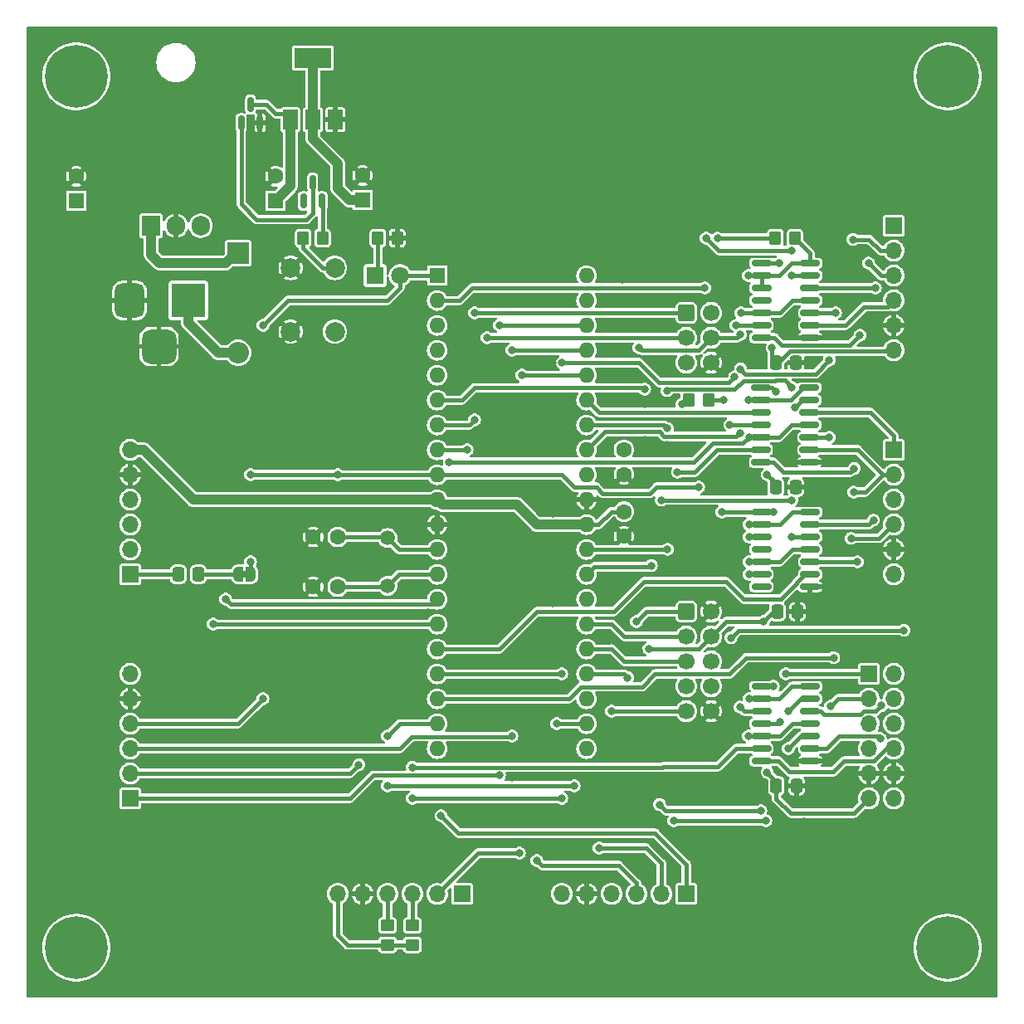
<source format=gbl>
G04 #@! TF.GenerationSoftware,KiCad,Pcbnew,7.0.1*
G04 #@! TF.CreationDate,2023-04-07T20:05:41+02:00*
G04 #@! TF.ProjectId,at90s8535,61743930-7338-4353-9335-2e6b69636164,V1.0*
G04 #@! TF.SameCoordinates,Original*
G04 #@! TF.FileFunction,Copper,L2,Bot*
G04 #@! TF.FilePolarity,Positive*
%FSLAX46Y46*%
G04 Gerber Fmt 4.6, Leading zero omitted, Abs format (unit mm)*
G04 Created by KiCad (PCBNEW 7.0.1) date 2023-04-07 20:05:41*
%MOMM*%
%LPD*%
G01*
G04 APERTURE LIST*
G04 Aperture macros list*
%AMRoundRect*
0 Rectangle with rounded corners*
0 $1 Rounding radius*
0 $2 $3 $4 $5 $6 $7 $8 $9 X,Y pos of 4 corners*
0 Add a 4 corners polygon primitive as box body*
4,1,4,$2,$3,$4,$5,$6,$7,$8,$9,$2,$3,0*
0 Add four circle primitives for the rounded corners*
1,1,$1+$1,$2,$3*
1,1,$1+$1,$4,$5*
1,1,$1+$1,$6,$7*
1,1,$1+$1,$8,$9*
0 Add four rect primitives between the rounded corners*
20,1,$1+$1,$2,$3,$4,$5,0*
20,1,$1+$1,$4,$5,$6,$7,0*
20,1,$1+$1,$6,$7,$8,$9,0*
20,1,$1+$1,$8,$9,$2,$3,0*%
%AMFreePoly0*
4,1,19,0.500000,-0.750000,0.000000,-0.750000,0.000000,-0.744911,-0.071157,-0.744911,-0.207708,-0.704816,-0.327430,-0.627875,-0.420627,-0.520320,-0.479746,-0.390866,-0.500000,-0.250000,-0.500000,0.250000,-0.479746,0.390866,-0.420627,0.520320,-0.327430,0.627875,-0.207708,0.704816,-0.071157,0.744911,0.000000,0.744911,0.000000,0.750000,0.500000,0.750000,0.500000,-0.750000,0.500000,-0.750000,
$1*%
%AMFreePoly1*
4,1,19,0.000000,0.744911,0.071157,0.744911,0.207708,0.704816,0.327430,0.627875,0.420627,0.520320,0.479746,0.390866,0.500000,0.250000,0.500000,-0.250000,0.479746,-0.390866,0.420627,-0.520320,0.327430,-0.627875,0.207708,-0.704816,0.071157,-0.744911,0.000000,-0.744911,0.000000,-0.750000,-0.500000,-0.750000,-0.500000,0.750000,0.000000,0.750000,0.000000,0.744911,0.000000,0.744911,
$1*%
G04 Aperture macros list end*
G04 #@! TA.AperFunction,ComponentPad*
%ADD10R,1.700000X1.700000*%
G04 #@! TD*
G04 #@! TA.AperFunction,ComponentPad*
%ADD11O,1.700000X1.700000*%
G04 #@! TD*
G04 #@! TA.AperFunction,ComponentPad*
%ADD12C,1.600000*%
G04 #@! TD*
G04 #@! TA.AperFunction,ComponentPad*
%ADD13C,0.800000*%
G04 #@! TD*
G04 #@! TA.AperFunction,ComponentPad*
%ADD14C,6.400000*%
G04 #@! TD*
G04 #@! TA.AperFunction,ComponentPad*
%ADD15R,1.600000X1.600000*%
G04 #@! TD*
G04 #@! TA.AperFunction,ComponentPad*
%ADD16R,1.905000X2.000000*%
G04 #@! TD*
G04 #@! TA.AperFunction,ComponentPad*
%ADD17O,1.905000X2.000000*%
G04 #@! TD*
G04 #@! TA.AperFunction,ComponentPad*
%ADD18C,1.500000*%
G04 #@! TD*
G04 #@! TA.AperFunction,ComponentPad*
%ADD19O,1.600000X1.600000*%
G04 #@! TD*
G04 #@! TA.AperFunction,ComponentPad*
%ADD20RoundRect,0.250000X-0.600000X-0.600000X0.600000X-0.600000X0.600000X0.600000X-0.600000X0.600000X0*%
G04 #@! TD*
G04 #@! TA.AperFunction,ComponentPad*
%ADD21C,1.700000*%
G04 #@! TD*
G04 #@! TA.AperFunction,ComponentPad*
%ADD22R,2.200000X2.200000*%
G04 #@! TD*
G04 #@! TA.AperFunction,ComponentPad*
%ADD23O,2.200000X2.200000*%
G04 #@! TD*
G04 #@! TA.AperFunction,ComponentPad*
%ADD24C,2.000000*%
G04 #@! TD*
G04 #@! TA.AperFunction,ComponentPad*
%ADD25R,1.800000X1.800000*%
G04 #@! TD*
G04 #@! TA.AperFunction,ComponentPad*
%ADD26C,1.800000*%
G04 #@! TD*
G04 #@! TA.AperFunction,ComponentPad*
%ADD27R,3.500000X3.500000*%
G04 #@! TD*
G04 #@! TA.AperFunction,ComponentPad*
%ADD28RoundRect,0.750000X-0.750000X-1.000000X0.750000X-1.000000X0.750000X1.000000X-0.750000X1.000000X0*%
G04 #@! TD*
G04 #@! TA.AperFunction,ComponentPad*
%ADD29RoundRect,0.875000X-0.875000X-0.875000X0.875000X-0.875000X0.875000X0.875000X-0.875000X0.875000X0*%
G04 #@! TD*
G04 #@! TA.AperFunction,SMDPad,CuDef*
%ADD30R,1.500000X2.000000*%
G04 #@! TD*
G04 #@! TA.AperFunction,SMDPad,CuDef*
%ADD31R,3.800000X2.000000*%
G04 #@! TD*
G04 #@! TA.AperFunction,SMDPad,CuDef*
%ADD32RoundRect,0.250000X0.450000X-0.350000X0.450000X0.350000X-0.450000X0.350000X-0.450000X-0.350000X0*%
G04 #@! TD*
G04 #@! TA.AperFunction,SMDPad,CuDef*
%ADD33RoundRect,0.250000X-0.337500X-0.475000X0.337500X-0.475000X0.337500X0.475000X-0.337500X0.475000X0*%
G04 #@! TD*
G04 #@! TA.AperFunction,SMDPad,CuDef*
%ADD34RoundRect,0.150000X0.150000X-0.587500X0.150000X0.587500X-0.150000X0.587500X-0.150000X-0.587500X0*%
G04 #@! TD*
G04 #@! TA.AperFunction,SMDPad,CuDef*
%ADD35RoundRect,0.250000X0.350000X0.450000X-0.350000X0.450000X-0.350000X-0.450000X0.350000X-0.450000X0*%
G04 #@! TD*
G04 #@! TA.AperFunction,SMDPad,CuDef*
%ADD36RoundRect,0.150000X0.825000X0.150000X-0.825000X0.150000X-0.825000X-0.150000X0.825000X-0.150000X0*%
G04 #@! TD*
G04 #@! TA.AperFunction,SMDPad,CuDef*
%ADD37FreePoly0,0.000000*%
G04 #@! TD*
G04 #@! TA.AperFunction,SMDPad,CuDef*
%ADD38FreePoly1,0.000000*%
G04 #@! TD*
G04 #@! TA.AperFunction,SMDPad,CuDef*
%ADD39RoundRect,0.250000X-0.350000X-0.450000X0.350000X-0.450000X0.350000X0.450000X-0.350000X0.450000X0*%
G04 #@! TD*
G04 #@! TA.AperFunction,ViaPad*
%ADD40C,0.800000*%
G04 #@! TD*
G04 #@! TA.AperFunction,Conductor*
%ADD41C,0.440000*%
G04 #@! TD*
G04 #@! TA.AperFunction,Conductor*
%ADD42C,1.000000*%
G04 #@! TD*
G04 APERTURE END LIST*
G04 #@! TA.AperFunction,EtchedComponent*
G36*
X-27040000Y-6650000D02*
G01*
X-27540000Y-6650000D01*
X-27540000Y-6050000D01*
X-27040000Y-6050000D01*
X-27040000Y-6650000D01*
G37*
G04 #@! TD.AperFunction*
D10*
X-38957500Y-29210000D03*
D11*
X-38957500Y-26670000D03*
X-38957500Y-24130000D03*
X-38957500Y-21590000D03*
X-38957500Y-19050000D03*
X-38957500Y-16510000D03*
D12*
X11430000Y40000D03*
X11430000Y-2460000D03*
X-17780000Y-7620000D03*
X-20280000Y-7620000D03*
D10*
X-5080000Y-38957500D03*
D11*
X-7620000Y-38957500D03*
X-10160000Y-38957500D03*
X-12700000Y-38957500D03*
X-15240000Y-38957500D03*
X-17780000Y-38957500D03*
D13*
X42050000Y-44450000D03*
X42752944Y-42752944D03*
X42752944Y-46147056D03*
X44450000Y-42050000D03*
D14*
X44450000Y-44450000D03*
D13*
X44450000Y-46850000D03*
X46147056Y-42752944D03*
X46147056Y-46147056D03*
X46850000Y-44450000D03*
D12*
X-17780000Y-2540000D03*
X-20280000Y-2540000D03*
D10*
X36417500Y-16510000D03*
D11*
X36417500Y-19050000D03*
X36417500Y-21590000D03*
X36417500Y-24130000D03*
X36417500Y-26670000D03*
X36417500Y-29210000D03*
X38957500Y-16510000D03*
X38957500Y-19050000D03*
X38957500Y-21590000D03*
X38957500Y-24130000D03*
X38957500Y-26670000D03*
X38957500Y-29210000D03*
D13*
X42050000Y44450000D03*
X42752944Y46147056D03*
X42752944Y42752944D03*
X44450000Y46850000D03*
D14*
X44450000Y44450000D03*
D13*
X44450000Y42050000D03*
X46147056Y46147056D03*
X46147056Y42752944D03*
X46850000Y44450000D03*
D15*
X-44450000Y31750000D03*
D12*
X-44450000Y34250000D03*
D10*
X38957500Y6350000D03*
D11*
X38957500Y3810000D03*
X38957500Y1270000D03*
X38957500Y-1270000D03*
X38957500Y-3810000D03*
X38957500Y-6350000D03*
D16*
X-36830000Y29210000D03*
D17*
X-34290000Y29210000D03*
X-31750000Y29210000D03*
D15*
X-24130000Y31750000D03*
D12*
X-24130000Y34250000D03*
D15*
X-15240000Y31837621D03*
D12*
X-15240000Y34337621D03*
D18*
X-12700000Y-7530000D03*
X-12700000Y-2650000D03*
D12*
X11430000Y6350000D03*
X11430000Y3850000D03*
D15*
X-7625000Y24125000D03*
D19*
X-7625000Y21585000D03*
X-7625000Y19045000D03*
X-7625000Y16505000D03*
X-7625000Y13965000D03*
X-7625000Y11425000D03*
X-7625000Y8885000D03*
X-7625000Y6345000D03*
X-7625000Y3805000D03*
X-7625000Y1265000D03*
X-7625000Y-1275000D03*
X-7625000Y-3815000D03*
X-7625000Y-6355000D03*
X-7625000Y-8895000D03*
X-7625000Y-11435000D03*
X-7625000Y-13975000D03*
X-7625000Y-16515000D03*
X-7625000Y-19055000D03*
X-7625000Y-21595000D03*
X-7625000Y-24135000D03*
X7615000Y-24135000D03*
X7615000Y-21595000D03*
X7615000Y-19055000D03*
X7615000Y-16515000D03*
X7615000Y-13975000D03*
X7615000Y-11435000D03*
X7615000Y-8895000D03*
X7615000Y-6355000D03*
X7615000Y-3815000D03*
X7615000Y-1275000D03*
X7615000Y1265000D03*
X7615000Y3805000D03*
X7615000Y6345000D03*
X7615000Y8885000D03*
X7615000Y11425000D03*
X7615000Y13965000D03*
X7615000Y16505000D03*
X7615000Y19045000D03*
X7615000Y21585000D03*
X7615000Y24125000D03*
D20*
X17780000Y20320000D03*
D21*
X20320000Y20320000D03*
X17780000Y17780000D03*
X20320000Y17780000D03*
X17780000Y15240000D03*
X20320000Y15240000D03*
D10*
X-38957500Y-6350000D03*
D11*
X-38957500Y-3810000D03*
X-38957500Y-1270000D03*
X-38957500Y1270000D03*
X-38957500Y3810000D03*
X-38957500Y6350000D03*
D13*
X-46850000Y-44450000D03*
X-46147056Y-42752944D03*
X-46147056Y-46147056D03*
X-44450000Y-42050000D03*
D14*
X-44450000Y-44450000D03*
D13*
X-44450000Y-46850000D03*
X-42752944Y-42752944D03*
X-42752944Y-46147056D03*
X-42050000Y-44450000D03*
X-46850000Y44450000D03*
X-46147056Y46147056D03*
X-46147056Y42752944D03*
X-44450000Y46850000D03*
D14*
X-44450000Y44450000D03*
D13*
X-44450000Y42050000D03*
X-42752944Y46147056D03*
X-42752944Y42752944D03*
X-42050000Y44450000D03*
D22*
X-27940000Y26416000D03*
D23*
X-27940000Y16256000D03*
D10*
X17780000Y-38957500D03*
D11*
X15240000Y-38957500D03*
X12700000Y-38957500D03*
X10160000Y-38957500D03*
X7620000Y-38957500D03*
X5080000Y-38957500D03*
D24*
X-22570000Y18415000D03*
X-22570000Y24915000D03*
X-18070000Y18415000D03*
X-18070000Y24915000D03*
D10*
X38957500Y29210000D03*
D11*
X38957500Y26670000D03*
X38957500Y24130000D03*
X38957500Y21590000D03*
X38957500Y19050000D03*
X38957500Y16510000D03*
D25*
X-13970000Y24130000D03*
D26*
X-11430000Y24130000D03*
D20*
X17780000Y-10160000D03*
D21*
X20320000Y-10160000D03*
X17780000Y-12700000D03*
X20320000Y-12700000D03*
X17780000Y-15240000D03*
X20320000Y-15240000D03*
X17780000Y-17780000D03*
X20320000Y-17780000D03*
X17780000Y-20320000D03*
X20320000Y-20320000D03*
D27*
X-33020000Y21590000D03*
D28*
X-39020000Y21590000D03*
D29*
X-36020000Y16890000D03*
D30*
X-18020000Y40030000D03*
X-20320000Y40030000D03*
D31*
X-20320000Y46330000D03*
D30*
X-22620000Y40030000D03*
D32*
X-12700000Y-44180000D03*
X-12700000Y-42180000D03*
D33*
X26902500Y15240000D03*
X28977500Y15240000D03*
D34*
X-25720000Y39702500D03*
X-27620000Y39702500D03*
X-26670000Y41577500D03*
D35*
X20050000Y11430000D03*
X18050000Y11430000D03*
D36*
X30350000Y12700000D03*
X30350000Y11430000D03*
X30350000Y10160000D03*
X30350000Y8890000D03*
X30350000Y7620000D03*
X30350000Y6350000D03*
X30350000Y5080000D03*
X25400000Y5080000D03*
X25400000Y6350000D03*
X25400000Y7620000D03*
X25400000Y8890000D03*
X25400000Y10160000D03*
X25400000Y11430000D03*
X25400000Y12700000D03*
D37*
X-27940000Y-6350000D03*
D38*
X-26640000Y-6350000D03*
D36*
X30415000Y-17780000D03*
X30415000Y-19050000D03*
X30415000Y-20320000D03*
X30415000Y-21590000D03*
X30415000Y-22860000D03*
X30415000Y-24130000D03*
X30415000Y-25400000D03*
X25465000Y-25400000D03*
X25465000Y-24130000D03*
X25465000Y-22860000D03*
X25465000Y-21590000D03*
X25465000Y-20320000D03*
X25465000Y-19050000D03*
X25465000Y-17780000D03*
D33*
X27070000Y-10160000D03*
X29145000Y-10160000D03*
X26902500Y2540000D03*
X28977500Y2540000D03*
X-34057500Y-6350000D03*
X-31982500Y-6350000D03*
D32*
X-10160000Y-44180000D03*
X-10160000Y-42180000D03*
D39*
X26875000Y27940000D03*
X28875000Y27940000D03*
D34*
X-19370000Y31750000D03*
X-21270000Y31750000D03*
X-20320000Y33625000D03*
D39*
X-21320000Y27940000D03*
X-19320000Y27940000D03*
D36*
X30415000Y25400000D03*
X30415000Y24130000D03*
X30415000Y22860000D03*
X30415000Y21590000D03*
X30415000Y20320000D03*
X30415000Y19050000D03*
X30415000Y17780000D03*
X25465000Y17780000D03*
X25465000Y19050000D03*
X25465000Y20320000D03*
X25465000Y21590000D03*
X25465000Y22860000D03*
X25465000Y24130000D03*
X25465000Y25400000D03*
X30415000Y0D03*
X30415000Y-1270000D03*
X30415000Y-2540000D03*
X30415000Y-3810000D03*
X30415000Y-5080000D03*
X30415000Y-6350000D03*
X30415000Y-7620000D03*
X25465000Y-7620000D03*
X25465000Y-6350000D03*
X25465000Y-5080000D03*
X25465000Y-3810000D03*
X25465000Y-2540000D03*
X25465000Y-1270000D03*
X25465000Y0D03*
D39*
X-13700000Y27940000D03*
X-11700000Y27940000D03*
D33*
X26967500Y-27940000D03*
X29042500Y-27940000D03*
D40*
X22098000Y19939000D03*
X12954000Y-25019000D03*
X8636000Y-22860000D03*
X-38100000Y41910000D03*
X20193000Y254000D03*
X13970000Y-11684000D03*
X-38100000Y36830000D03*
X30861000Y2921000D03*
X11303000Y-11176000D03*
X14859000Y-30988000D03*
X-12700000Y-25400000D03*
X16891000Y-28067000D03*
X15875000Y24130000D03*
X-13970000Y-29210000D03*
X11938000Y-19050000D03*
X25019000Y3937000D03*
X21844000Y-13970000D03*
X17526000Y-6096000D03*
X32131000Y21971000D03*
X9144000Y16637000D03*
X34671000Y24765000D03*
X6350000Y-12700000D03*
X28702000Y7620000D03*
X32512000Y-24892000D03*
X34671000Y11430000D03*
X-2540000Y19050000D03*
X-30480000Y36830000D03*
X33782000Y2540000D03*
X12954000Y-16256000D03*
X20320000Y-8636000D03*
X-6223000Y-42037000D03*
X1270000Y15240000D03*
X30480000Y15240000D03*
X27559000Y-6350000D03*
X-3810000Y-17780000D03*
X11049000Y-13589000D03*
X4191000Y11557000D03*
X30480000Y-27940000D03*
X32258000Y-18415000D03*
X25146000Y-13716000D03*
X13531500Y11049000D03*
X-34290000Y41910000D03*
X5080000Y-20320000D03*
X-11303000Y-16891000D03*
X23114000Y-21590000D03*
X-3810000Y-20574000D03*
X35941000Y-10922000D03*
X39116000Y-13335000D03*
X-32385000Y38100000D03*
X-8509000Y7620000D03*
X36703000Y381000D03*
X-30480000Y39370000D03*
X23495000Y-25400000D03*
X9398000Y6477000D03*
X28575000Y5080000D03*
X34671000Y-24130000D03*
X13531500Y7366000D03*
X10922000Y-29210000D03*
X4191000Y-2540000D03*
X12827000Y13970000D03*
X-4191000Y-889000D03*
X-35306000Y26924000D03*
X9271000Y14097000D03*
X34798000Y15240000D03*
X12192000Y-42164000D03*
X-36195000Y35560000D03*
X9144000Y11811000D03*
X-5080000Y19050000D03*
X15875000Y21590000D03*
X31750000Y-10795000D03*
X-36195000Y38100000D03*
X-38100000Y39370000D03*
X-34290000Y39370000D03*
X254000Y-24638000D03*
X4318000Y-17780000D03*
X5080000Y-24638000D03*
X-4699000Y7874000D03*
X-33528000Y26924000D03*
X-10541000Y-7747000D03*
X-8509000Y5080000D03*
X34036000Y20574000D03*
X20320000Y-6096000D03*
X-15240000Y-22860000D03*
X3556000Y-33782000D03*
X20193000Y3556000D03*
X34290000Y18034000D03*
X-6350000Y-44577000D03*
X-36195000Y40640000D03*
X31750000Y-13970000D03*
X4191000Y-15494000D03*
X4121500Y15240000D03*
X6604000Y7620000D03*
X22352000Y25527000D03*
X6350000Y-29464000D03*
X15870499Y6881272D03*
X15621000Y15494000D03*
X28702000Y18034000D03*
X31877000Y-3175000D03*
X4191000Y-127000D03*
X33909000Y5334000D03*
X-8509000Y-10217500D03*
X-3810000Y-24384000D03*
X-4699000Y2159000D03*
X-38608000Y27051000D03*
X12319000Y-44196000D03*
X18669000Y6731000D03*
X-3810000Y-15240000D03*
X11303000Y23749000D03*
X15621000Y3556000D03*
X-34290000Y36830000D03*
X-6407500Y15240000D03*
X4191000Y-9271000D03*
X25400000Y16383000D03*
X-10795000Y-5080000D03*
X16129000Y18796000D03*
X-10668000Y-254000D03*
X17272000Y-8382000D03*
X-30480000Y41910000D03*
X254000Y-30734000D03*
X-32385000Y40640000D03*
X35941000Y-13208000D03*
X-3810000Y-12700000D03*
X22860000Y-32639000D03*
X16891000Y-23495000D03*
X11811000Y16764000D03*
X29845000Y-31553500D03*
X12954000Y-14097000D03*
X-32385000Y35560000D03*
X20447000Y8636000D03*
X4064000Y21590000D03*
X34544000Y8128000D03*
X-1397000Y-35814000D03*
X9398000Y21590000D03*
X17526000Y127000D03*
X28829000Y20574000D03*
X9525000Y19050000D03*
X4514500Y2286000D03*
X0Y-27051000D03*
X13531500Y12539182D03*
X32385000Y15494000D03*
X32385000Y7620000D03*
X23310500Y14605000D03*
X23310500Y18119796D03*
X12954000Y16764000D03*
X-3810000Y9398000D03*
X15240000Y1218324D03*
X-3810000Y20320000D03*
X28575000Y-2540000D03*
X28570775Y1218324D03*
X16891000Y4064000D03*
X-2540000Y17780000D03*
X-4572000Y6345000D03*
X-17780000Y3810000D03*
X-26670000Y3810000D03*
X-26670000Y-5080000D03*
X17329500Y10986513D03*
X19050000Y2540000D03*
X20962975Y27947975D03*
X21405500Y1274D03*
X13970000Y-13970000D03*
X21590000Y11430000D03*
X26670000Y0D03*
X25654000Y-11176000D03*
X26956001Y12286999D03*
X26543000Y16764000D03*
X26035000Y3810000D03*
X26670000Y-17780000D03*
X27305000Y25400000D03*
X26035000Y-26543000D03*
X32512000Y-19812000D03*
X34862999Y2032000D03*
X34608999Y-2690711D03*
X34925000Y4445000D03*
X36879767Y-823284D03*
X24130000Y-22860000D03*
X24187500Y-1270000D03*
X24187500Y-6350000D03*
X24187500Y-5080000D03*
X24187500Y7620000D03*
X24187500Y-19050000D03*
X23368000Y20320000D03*
X24130000Y24130000D03*
X24130000Y11430000D03*
X24187500Y-2540000D03*
X-6407500Y5080000D03*
X-30480000Y-11430000D03*
X-29210000Y-8890000D03*
X2540000Y-35560000D03*
X-1270000Y-26854500D03*
X-1270000Y19050000D03*
X0Y-22860000D03*
X0Y16510000D03*
X1016000Y13970000D03*
X762000Y-34798000D03*
X12700000Y-11176000D03*
X11811000Y-16891000D03*
X10160000Y-20320000D03*
X35502500Y18034000D03*
X34798000Y27813000D03*
X35248500Y-5080000D03*
X36379500Y25400000D03*
X-10160000Y-29210000D03*
X4572000Y-21590000D03*
X5080000Y-29210000D03*
X6350000Y-27940000D03*
X-12700000Y-27940000D03*
X-7239000Y-30988000D03*
X22860000Y19050000D03*
X5121003Y15240000D03*
X22716500Y13801154D03*
X5080000Y-16510000D03*
X33020000Y20320000D03*
X32830999Y-14859000D03*
X37083999Y22859999D03*
X19685000Y22860000D03*
X28575000Y24130000D03*
X19812000Y27940000D03*
X28575000Y26640500D03*
X28575000Y12700000D03*
X28853014Y10661326D03*
X15870499Y8522035D03*
X15822162Y12388500D03*
X-25400000Y19050000D03*
X-25400000Y-19050000D03*
X-15621000Y-25781000D03*
X-12700000Y-22860000D03*
X23274650Y-19905350D03*
X23245656Y8085770D03*
X-10160000Y-26035000D03*
X14224000Y-5461000D03*
X15055500Y-29845000D03*
X28194000Y-20320000D03*
X25400000Y-30480000D03*
X15875000Y-3810000D03*
X28194000Y-24130000D03*
X16510000Y-31496000D03*
X25908000Y-31496000D03*
X40005000Y-12065000D03*
X22225000Y8890000D03*
X22352000Y-12827000D03*
X27374500Y-21437464D03*
X27940000Y-16510000D03*
X37687501Y-19748681D03*
X37592000Y-23114000D03*
X8890000Y-34290000D03*
D41*
X-12790000Y-7620000D02*
X-12700000Y-7530000D01*
X-17780000Y-7620000D02*
X-12790000Y-7620000D01*
X-7625000Y-6355000D02*
X-11525000Y-6355000D01*
X-11525000Y-6355000D02*
X-12700000Y-7530000D01*
X-11535000Y-3815000D02*
X-12700000Y-2650000D01*
X-7625000Y-3815000D02*
X-11535000Y-3815000D01*
X-12810000Y-2540000D02*
X-12700000Y-2650000D01*
X-17780000Y-2540000D02*
X-12810000Y-2540000D01*
X-13700000Y24400000D02*
X-13970000Y24130000D01*
X-13700000Y27940000D02*
X-13700000Y24400000D01*
X22970704Y17780000D02*
X23310500Y18119796D01*
X13375183Y12695499D02*
X13531500Y12539182D01*
X-3814501Y12695499D02*
X13375183Y12695499D01*
X20320000Y17780000D02*
X22970704Y17780000D01*
X13208000Y16510000D02*
X12954000Y16764000D01*
X19050000Y16510000D02*
X13208000Y16510000D01*
X23820500Y14095000D02*
X30986000Y14095000D01*
X23310500Y14605000D02*
X23820500Y14095000D01*
X-7625000Y11425000D02*
X-5085000Y11425000D01*
X20320000Y17780000D02*
X19050000Y16510000D01*
X30986000Y14095000D02*
X32385000Y15494000D01*
X30350000Y7620000D02*
X31750000Y7620000D01*
X-5085000Y11425000D02*
X-3814501Y12695499D01*
X31750000Y7620000D02*
X32385000Y7620000D01*
X-4323000Y8885000D02*
X-3810000Y9398000D01*
X30415000Y-2540000D02*
X28575000Y-2540000D01*
X17780000Y20320000D02*
X-3810000Y20320000D01*
X-7625000Y8885000D02*
X-4323000Y8885000D01*
X28570775Y1218324D02*
X15240000Y1218324D01*
X25400000Y6350000D02*
X20955000Y6350000D01*
X20955000Y6350000D02*
X18669000Y4064000D01*
X18669000Y4064000D02*
X16891000Y4064000D01*
X17780000Y17780000D02*
X-2540000Y17780000D01*
X-7625000Y6345000D02*
X-4572000Y6345000D01*
X18050000Y11430000D02*
X17772987Y11430000D01*
X6350000Y2540000D02*
X8636000Y2540000D01*
X14097000Y1905000D02*
X14732000Y2540000D01*
X-17775000Y3805000D02*
X-7625000Y3805000D01*
X-18070000Y24915000D02*
X-19270000Y24915000D01*
X5075000Y3805000D02*
X5080000Y3810000D01*
X-17780000Y3810000D02*
X-17775000Y3805000D01*
X14732000Y2540000D02*
X19050000Y2540000D01*
X-26670000Y3810000D02*
X-17780000Y3810000D01*
X17772987Y11430000D02*
X17329500Y10986513D01*
X-7625000Y3805000D02*
X5075000Y3805000D01*
X5080000Y3810000D02*
X6350000Y2540000D01*
X-21320000Y26965000D02*
X-21320000Y27940000D01*
X-26640000Y-6350000D02*
X-26640000Y-5110000D01*
X9271000Y1905000D02*
X14097000Y1905000D01*
X8636000Y2540000D02*
X9271000Y1905000D01*
X-19270000Y24915000D02*
X-21320000Y26965000D01*
X-26640000Y-5110000D02*
X-26670000Y-5080000D01*
X20970950Y27940000D02*
X20962975Y27947975D01*
X-17780000Y-43180000D02*
X-17780000Y-38957500D01*
X26670000Y-10160000D02*
X25654000Y-11176000D01*
X-10160000Y-44180000D02*
X-12700000Y-44180000D01*
D42*
X2545000Y-1275000D02*
X7615000Y-1275000D01*
D41*
X19050000Y-13970000D02*
X13970000Y-13970000D01*
X21406774Y0D02*
X21405500Y1274D01*
X26875000Y27940000D02*
X20970950Y27940000D01*
X20050000Y11430000D02*
X21590000Y11430000D01*
D42*
X-38957500Y6350000D02*
X-37592000Y6350000D01*
D41*
X25465000Y0D02*
X21406774Y0D01*
D42*
X508000Y762000D02*
X2545000Y-1275000D01*
X-24130000Y31750000D02*
X-22620000Y33260000D01*
D41*
X27070000Y-10160000D02*
X26670000Y-10160000D01*
X20320000Y-12700000D02*
X19050000Y-13970000D01*
X-23230000Y40640000D02*
X-22620000Y40030000D01*
X10155000Y40000D02*
X11430000Y40000D01*
X8840000Y-1275000D02*
X10155000Y40000D01*
D42*
X-32507000Y1265000D02*
X-7625000Y1265000D01*
X-7625000Y1265000D02*
X-7122000Y762000D01*
D41*
X7615000Y-1275000D02*
X8840000Y-1275000D01*
X-24130000Y40640000D02*
X-23230000Y40640000D01*
D42*
X-37592000Y6350000D02*
X-32507000Y1265000D01*
D41*
X21844000Y-11176000D02*
X25654000Y-11176000D01*
X25465000Y0D02*
X26670000Y0D01*
X-25067500Y41577500D02*
X-24130000Y40640000D01*
X-16780000Y-44180000D02*
X-17780000Y-43180000D01*
X-26670000Y41577500D02*
X-25067500Y41577500D01*
D42*
X-22620000Y33260000D02*
X-22620000Y40030000D01*
X-7122000Y762000D02*
X508000Y762000D01*
D41*
X-12700000Y-44180000D02*
X-16780000Y-44180000D01*
X20320000Y-12700000D02*
X21844000Y-11176000D01*
D42*
X-33020000Y21590000D02*
X-33020000Y19304000D01*
X-29972000Y16256000D02*
X-27940000Y16256000D01*
X-33020000Y19304000D02*
X-29972000Y16256000D01*
X-20320000Y40030000D02*
X-20320000Y46330000D01*
D41*
X38832500Y16385000D02*
X38957500Y16510000D01*
X25465000Y25400000D02*
X27305000Y25400000D01*
D42*
X-17780000Y35560000D02*
X-20320000Y38100000D01*
D41*
X34893500Y-30734000D02*
X36417500Y-29210000D01*
X25400000Y12700000D02*
X26543000Y12700000D01*
D42*
X-15240000Y31837621D02*
X-16597621Y31837621D01*
D41*
X26902500Y2540000D02*
X26902500Y2942500D01*
D42*
X-20320000Y38100000D02*
X-20320000Y40030000D01*
D41*
X26967500Y-27940000D02*
X26967500Y-29253500D01*
X26967500Y-27475500D02*
X26035000Y-26543000D01*
X26543000Y12700000D02*
X26956001Y12286999D01*
X26967500Y-29253500D02*
X28448000Y-30734000D01*
X28448000Y-30734000D02*
X34893500Y-30734000D01*
D42*
X-16597621Y31837621D02*
X-17780000Y33020000D01*
X-17780000Y33020000D02*
X-17780000Y35560000D01*
D41*
X27217477Y15240000D02*
X28362477Y16385000D01*
X25465000Y-17780000D02*
X26670000Y-17780000D01*
X28362477Y16385000D02*
X38832500Y16385000D01*
X26967500Y-27940000D02*
X26967500Y-27475500D01*
X26543000Y15599500D02*
X26543000Y16764000D01*
X26902500Y15240000D02*
X26543000Y15599500D01*
X26902500Y15240000D02*
X27217477Y15240000D01*
X26902500Y2942500D02*
X26035000Y3810000D01*
X37846000Y3810000D02*
X38957500Y3810000D01*
X36068000Y2032000D02*
X34862999Y2032000D01*
X30350000Y6350000D02*
X35306000Y6350000D01*
X35306000Y6350000D02*
X37846000Y3810000D01*
X33274000Y-19050000D02*
X32512000Y-19812000D01*
X37846000Y3810000D02*
X36068000Y2032000D01*
X36417500Y-19050000D02*
X33274000Y-19050000D01*
X37441289Y-2690711D02*
X34608999Y-2690711D01*
X27686000Y4064000D02*
X34544000Y4064000D01*
X26670000Y5080000D02*
X27686000Y4064000D01*
X25400000Y5080000D02*
X26670000Y5080000D01*
X38957500Y-1270000D02*
X38862000Y-1270000D01*
X34544000Y4064000D02*
X34925000Y4445000D01*
X38862000Y-1270000D02*
X37441289Y-2690711D01*
X36433051Y-1270000D02*
X36879767Y-823284D01*
X30415000Y-1270000D02*
X36433051Y-1270000D01*
X25465000Y20320000D02*
X27334449Y20320000D01*
X27334449Y-1270000D02*
X28604449Y0D01*
X25465000Y-2540000D02*
X24187500Y-2540000D01*
X25465000Y24130000D02*
X27305000Y24130000D01*
X28604449Y-21590000D02*
X30415000Y-21590000D01*
X28575000Y-17780000D02*
X30415000Y-17780000D01*
X27305000Y24130000D02*
X28575000Y25400000D01*
X28463949Y11430000D02*
X29733949Y12700000D01*
X28604449Y21590000D02*
X30415000Y21590000D01*
X25400000Y11430000D02*
X28463949Y11430000D01*
X24130000Y24130000D02*
X25465000Y24130000D01*
X25465000Y-5080000D02*
X27334449Y-5080000D01*
X25400000Y7620000D02*
X27243051Y7620000D01*
X29733949Y12700000D02*
X30350000Y12700000D01*
X30415000Y25400000D02*
X30415000Y26400000D01*
X18542000Y5080000D02*
X-6407500Y5080000D01*
X25465000Y-19050000D02*
X24187500Y-19050000D01*
X27334449Y-5080000D02*
X28604449Y-3810000D01*
X28604449Y0D02*
X30415000Y0D01*
X25465000Y20320000D02*
X23368000Y20320000D01*
X27334449Y-22860000D02*
X28604449Y-21590000D01*
X20451501Y6989501D02*
X18542000Y5080000D01*
X30415000Y26400000D02*
X28875000Y27940000D01*
X28513051Y8890000D02*
X30350000Y8890000D01*
X28604449Y-3810000D02*
X30415000Y-3810000D01*
X25400000Y7620000D02*
X24187500Y7620000D01*
X23557001Y6989501D02*
X20451501Y6989501D01*
X28575000Y25400000D02*
X30415000Y25400000D01*
X27243051Y7620000D02*
X28513051Y8890000D01*
X24130000Y11430000D02*
X25400000Y11430000D01*
X25465000Y-22860000D02*
X27334449Y-22860000D01*
X25465000Y-6350000D02*
X24187500Y-6350000D01*
X27305000Y-19050000D02*
X28575000Y-17780000D01*
X25465000Y-1270000D02*
X24187500Y-1270000D01*
X25465000Y-5080000D02*
X24187500Y-5080000D01*
X25465000Y24130000D02*
X25465000Y22860000D01*
X27334449Y20320000D02*
X28604449Y21590000D01*
X24187500Y7620000D02*
X23557001Y6989501D01*
X25465000Y-1270000D02*
X27334449Y-1270000D01*
X25465000Y-19050000D02*
X27305000Y-19050000D01*
X25465000Y-22860000D02*
X24130000Y-22860000D01*
X-34311500Y-6350000D02*
X-38957500Y-6350000D01*
X-7625000Y-11435000D02*
X-30475000Y-11435000D01*
X-30475000Y-11435000D02*
X-30480000Y-11430000D01*
X-7625000Y-8895000D02*
X-8128000Y-9398000D01*
X-28702000Y-9398000D02*
X-29210000Y-8890000D01*
X-8128000Y-9398000D02*
X-28702000Y-9398000D01*
X-31982500Y-6350000D02*
X-27940000Y-6350000D01*
X10922000Y-36068000D02*
X12700000Y-37846000D01*
X3048000Y-36068000D02*
X10922000Y-36068000D01*
X12700000Y-37846000D02*
X12700000Y-38957500D01*
X2540000Y-35560000D02*
X3048000Y-36068000D01*
X-1265000Y19045000D02*
X-1270000Y19050000D01*
X-16510000Y-29210000D02*
X-38957500Y-29210000D01*
X7615000Y19045000D02*
X-1265000Y19045000D01*
X-14154500Y-26854500D02*
X-16510000Y-29210000D01*
X-1270000Y-26854500D02*
X-14154500Y-26854500D01*
X-55000Y-22915000D02*
X0Y-22860000D01*
X-11430000Y-24130000D02*
X-10215000Y-22915000D01*
X-38957500Y-24130000D02*
X-11430000Y-24130000D01*
X0Y16510000D02*
X5000Y16505000D01*
X-10215000Y-22915000D02*
X-55000Y-22915000D01*
X5000Y16505000D02*
X7615000Y16505000D01*
X-3460500Y-34798000D02*
X762000Y-34798000D01*
X-7620000Y-38957500D02*
X-3460500Y-34798000D01*
X7615000Y13965000D02*
X1021000Y13965000D01*
X1021000Y13965000D02*
X1016000Y13970000D01*
X13716000Y-10160000D02*
X12700000Y-11176000D01*
X7615000Y-16515000D02*
X11435000Y-16515000D01*
X17780000Y-10160000D02*
X13716000Y-10160000D01*
X11435000Y-16515000D02*
X11811000Y-16891000D01*
X10165000Y-11435000D02*
X7615000Y-11435000D01*
X17780000Y-12700000D02*
X11430000Y-12700000D01*
X11430000Y-12700000D02*
X10165000Y-11435000D01*
X10155000Y-13975000D02*
X7615000Y-13975000D01*
X17780000Y-15240000D02*
X11430000Y-15240000D01*
X11430000Y-15240000D02*
X10160000Y-13970000D01*
X10160000Y-13970000D02*
X10155000Y-13975000D01*
X17780000Y-20320000D02*
X10160000Y-20320000D01*
X-19320000Y27940000D02*
X-19320000Y31700000D01*
X-19320000Y31700000D02*
X-19370000Y31750000D01*
X-20320000Y30480000D02*
X-20320000Y33625000D01*
X-26035000Y29845000D02*
X-20955000Y29845000D01*
X-27620000Y31430000D02*
X-26035000Y29845000D01*
X-27620000Y39702500D02*
X-27620000Y31430000D01*
X-20955000Y29845000D02*
X-20320000Y30480000D01*
X38957500Y26670000D02*
X37592000Y26670000D01*
X27552499Y17024501D02*
X34493001Y17024501D01*
X37592000Y26670000D02*
X36449000Y27813000D01*
X36449000Y27813000D02*
X34798000Y27813000D01*
X26797000Y17780000D02*
X27552499Y17024501D01*
X34493001Y17024501D02*
X35502500Y18034000D01*
X25465000Y17780000D02*
X26797000Y17780000D01*
X30415000Y-5080000D02*
X35248500Y-5080000D01*
X37649500Y24130000D02*
X36379500Y25400000D01*
X38957500Y24130000D02*
X37649500Y24130000D01*
X30415000Y19050000D02*
X34036000Y19050000D01*
X34036000Y19050000D02*
X35941000Y20955000D01*
X38322500Y20955000D02*
X38957500Y21590000D01*
X35941000Y20955000D02*
X38322500Y20955000D01*
X4577000Y-21595000D02*
X4572000Y-21590000D01*
X7615000Y-21595000D02*
X4577000Y-21595000D01*
X-10160000Y-29210000D02*
X5080000Y-29210000D01*
X-10160000Y-42180000D02*
X-10160000Y-38957500D01*
X-12700000Y-42180000D02*
X-12700000Y-38957500D01*
X-12700000Y-27940000D02*
X6350000Y-27940000D01*
D42*
X-36830000Y26289000D02*
X-36830000Y29210000D01*
X-29210000Y25400000D02*
X-35941000Y25400000D01*
X-28194000Y26416000D02*
X-29210000Y25400000D01*
X-35941000Y25400000D02*
X-36830000Y26289000D01*
D41*
X-7239000Y-30988000D02*
X-5461000Y-32766000D01*
X-5461000Y-32766000D02*
X14605000Y-32766000D01*
X14605000Y-32766000D02*
X17780000Y-35941000D01*
X17780000Y-35941000D02*
X17780000Y-38957500D01*
X21844000Y-7112000D02*
X23622000Y-8890000D01*
X13462000Y-7112000D02*
X21844000Y-7112000D01*
X29020000Y-7233898D02*
X29903898Y-6350000D01*
X29020000Y-7302000D02*
X29020000Y-7233898D01*
X-1275000Y-13975000D02*
X2540000Y-10160000D01*
X2540000Y-10160000D02*
X10414000Y-10160000D01*
X23622000Y-8890000D02*
X27432000Y-8890000D01*
X27432000Y-8890000D02*
X29020000Y-7302000D01*
X10414000Y-10160000D02*
X13462000Y-7112000D01*
X29903898Y-6350000D02*
X30415000Y-6350000D01*
X-7625000Y-13975000D02*
X-1275000Y-13975000D01*
X5075000Y-16515000D02*
X5080000Y-16510000D01*
X22123346Y13208000D02*
X14986000Y13208000D01*
X12954000Y15240000D02*
X5121003Y15240000D01*
X22716500Y13801154D02*
X22123346Y13208000D01*
X22860000Y19050000D02*
X25465000Y19050000D01*
X-7625000Y-16515000D02*
X5075000Y-16515000D01*
X14986000Y13208000D02*
X12954000Y15240000D01*
X22225000Y-16510000D02*
X23876000Y-14859000D01*
X-7625000Y-19055000D02*
X5837000Y-19055000D01*
X13280000Y-17835000D02*
X14605000Y-16510000D01*
X14605000Y-16510000D02*
X22225000Y-16510000D01*
X33020000Y20320000D02*
X30415000Y20320000D01*
X23876000Y-14859000D02*
X32830999Y-14859000D01*
X5837000Y-19055000D02*
X7057000Y-17835000D01*
X7057000Y-17835000D02*
X13280000Y-17835000D01*
X37083998Y22860000D02*
X37083999Y22859999D01*
X30415000Y22860000D02*
X37083998Y22860000D01*
X21082000Y26670000D02*
X19812000Y27940000D01*
X28545500Y26670000D02*
X21082000Y26670000D01*
X28575000Y24130000D02*
X30415000Y24130000D01*
X-4064000Y22860000D02*
X19685000Y22860000D01*
X-7625000Y21585000D02*
X-5339000Y21585000D01*
X-5339000Y21585000D02*
X-4064000Y22860000D01*
X28575000Y26640500D02*
X28545500Y26670000D01*
X38957500Y7778500D02*
X38957500Y6350000D01*
X36576000Y10160000D02*
X38957500Y7778500D01*
X30350000Y10160000D02*
X36576000Y10160000D01*
X7615000Y8885000D02*
X15507534Y8885000D01*
X28575000Y12700000D02*
X27819501Y13455499D01*
X22732807Y12568306D02*
X16001968Y12568306D01*
X16001968Y12568306D02*
X15822162Y12388500D01*
X29621688Y11430000D02*
X28853014Y10661326D01*
X30350000Y11430000D02*
X29621688Y11430000D01*
X26901550Y13455499D02*
X26866051Y13420000D01*
X27819501Y13455499D02*
X26901550Y13455499D01*
X23584501Y13420000D02*
X22732807Y12568306D01*
X15507534Y8885000D02*
X15870499Y8522035D01*
X26866051Y13420000D02*
X23584501Y13420000D01*
X-11430000Y24130000D02*
X-11430000Y22860000D01*
X-7630000Y24130000D02*
X-7625000Y24125000D01*
X-27940000Y-21590000D02*
X-25400000Y-19050000D01*
X-38957500Y-21590000D02*
X-27940000Y-21590000D01*
X-12700000Y21590000D02*
X-22860000Y21590000D01*
X-11430000Y22860000D02*
X-12700000Y21590000D01*
X-11430000Y24130000D02*
X-7630000Y24130000D01*
X-22860000Y21590000D02*
X-25400000Y19050000D01*
X-38957500Y-26670000D02*
X-16510000Y-26670000D01*
X-11435000Y-21595000D02*
X-12700000Y-22860000D01*
X-7625000Y-21595000D02*
X-11435000Y-21595000D01*
X-16510000Y-26670000D02*
X-15621000Y-25781000D01*
X15048085Y8185500D02*
X15531050Y7702535D01*
X22862421Y7702535D02*
X23245656Y8085770D01*
X15531050Y7702535D02*
X22862421Y7702535D01*
X9455500Y8185500D02*
X15048085Y8185500D01*
X23689300Y-20320000D02*
X23274650Y-19905350D01*
X25465000Y-20320000D02*
X23689300Y-20320000D01*
X7615000Y6345000D02*
X9455500Y8185500D01*
X25400000Y10160000D02*
X8880000Y10160000D01*
X8880000Y10160000D02*
X7615000Y11425000D01*
X15397222Y-25987133D02*
X15349354Y-26035000D01*
X22860000Y-24130000D02*
X21002867Y-25987133D01*
X25465000Y-24130000D02*
X22860000Y-24130000D01*
X21002867Y-25987133D02*
X15397222Y-25987133D01*
X15349354Y-26035000D02*
X-10160000Y-26035000D01*
X14097000Y-5588000D02*
X14224000Y-5461000D01*
X29464000Y-19050000D02*
X28194000Y-20320000D01*
X15690500Y-30480000D02*
X25400000Y-30480000D01*
X15055500Y-29845000D02*
X15690500Y-30480000D01*
X8382000Y-5588000D02*
X14097000Y-5588000D01*
X30415000Y-19050000D02*
X29464000Y-19050000D01*
X7615000Y-6355000D02*
X8382000Y-5588000D01*
X29464000Y-22860000D02*
X28194000Y-24130000D01*
X30415000Y-22860000D02*
X29464000Y-22860000D01*
X16510000Y-31496000D02*
X25908000Y-31496000D01*
X15870000Y-3815000D02*
X15875000Y-3810000D01*
X7615000Y-3815000D02*
X15870000Y-3815000D01*
X40005000Y-12065000D02*
X23114000Y-12065000D01*
X25384730Y8905270D02*
X25400000Y8890000D01*
X22240270Y8905270D02*
X25384730Y8905270D01*
X22225000Y8890000D02*
X22240270Y8905270D01*
X23114000Y-12065000D02*
X22352000Y-12827000D01*
X25465000Y-21590000D02*
X27221964Y-21590000D01*
X27221964Y-21590000D02*
X27374500Y-21437464D01*
X36417500Y-16510000D02*
X27940000Y-16510000D01*
X30415000Y-20320000D02*
X31496000Y-20320000D01*
X35891448Y-20320000D02*
X37116182Y-20320000D01*
X37116182Y-20320000D02*
X37687501Y-19748681D01*
X35579948Y-20631500D02*
X35891448Y-20320000D01*
X31496000Y-20320000D02*
X31807500Y-20631500D01*
X31807500Y-20631500D02*
X35579948Y-20631500D01*
X37338000Y-22860000D02*
X37592000Y-23114000D01*
X30415000Y-24130000D02*
X32115051Y-24130000D01*
X33385051Y-22860000D02*
X37338000Y-22860000D01*
X32115051Y-24130000D02*
X33385051Y-22860000D01*
X15240000Y-35814000D02*
X13716000Y-34290000D01*
X15240000Y-38957500D02*
X15240000Y-35814000D01*
X13716000Y-34290000D02*
X8890000Y-34290000D01*
X25465000Y-25400000D02*
X27178000Y-25400000D01*
X27178000Y-25400000D02*
X28279449Y-26501449D01*
X32791602Y-26501449D02*
X33893051Y-25400000D01*
X38227000Y-24130000D02*
X38957500Y-24130000D01*
X36957000Y-25400000D02*
X38227000Y-24130000D01*
X33893051Y-25400000D02*
X36957000Y-25400000D01*
X28279449Y-26501449D02*
X32791602Y-26501449D01*
G04 #@! TA.AperFunction,Conductor*
G36*
X29363365Y-22074015D02*
G01*
X29442850Y-22114515D01*
X29492282Y-22160210D01*
X29510555Y-22225000D01*
X29492283Y-22289790D01*
X29442850Y-22335485D01*
X29351656Y-22381951D01*
X29345181Y-22388426D01*
X29309012Y-22413538D01*
X29287861Y-22423197D01*
X29279688Y-22426583D01*
X29236191Y-22442807D01*
X29233197Y-22445049D01*
X29210421Y-22458563D01*
X29207013Y-22460119D01*
X29171923Y-22490523D01*
X29165045Y-22496066D01*
X29155101Y-22503511D01*
X29146308Y-22512303D01*
X29139841Y-22518323D01*
X29104763Y-22548720D01*
X29102741Y-22551866D01*
X29086112Y-22572499D01*
X28215432Y-23443181D01*
X28175204Y-23470061D01*
X28127751Y-23479500D01*
X28115015Y-23479500D01*
X27961635Y-23517303D01*
X27821761Y-23590716D01*
X27703515Y-23695471D01*
X27613780Y-23825476D01*
X27557763Y-23973181D01*
X27538721Y-24130000D01*
X27557763Y-24286818D01*
X27613780Y-24434523D01*
X27703515Y-24564528D01*
X27703516Y-24564529D01*
X27703517Y-24564530D01*
X27821760Y-24669283D01*
X27961635Y-24742696D01*
X28115015Y-24780500D01*
X28272985Y-24780500D01*
X28426365Y-24742696D01*
X28566240Y-24669283D01*
X28684483Y-24564530D01*
X28774220Y-24434523D01*
X28830237Y-24286818D01*
X28842722Y-24183980D01*
X28854331Y-24144646D01*
X28878134Y-24111251D01*
X28977821Y-24011564D01*
X29027182Y-23981316D01*
X29084898Y-23976774D01*
X29138385Y-23998929D01*
X29175985Y-24042952D01*
X29189500Y-24099246D01*
X29189500Y-24311514D01*
X29189501Y-24311518D01*
X29204354Y-24405304D01*
X29204354Y-24405305D01*
X29204355Y-24405306D01*
X29261949Y-24518342D01*
X29351656Y-24608049D01*
X29351658Y-24608050D01*
X29442848Y-24654514D01*
X29443400Y-24654795D01*
X29492832Y-24700490D01*
X29511105Y-24765280D01*
X29492832Y-24830070D01*
X29443400Y-24875765D01*
X29351953Y-24922359D01*
X29262359Y-25011953D01*
X29204834Y-25124853D01*
X29200852Y-25150000D01*
X31629148Y-25150000D01*
X31625165Y-25124853D01*
X31567640Y-25011953D01*
X31478046Y-24922359D01*
X31386599Y-24875765D01*
X31337167Y-24830070D01*
X31318894Y-24765280D01*
X31337167Y-24700490D01*
X31386600Y-24654795D01*
X31387152Y-24654514D01*
X31421880Y-24636819D01*
X31466636Y-24614015D01*
X31522930Y-24600500D01*
X32051142Y-24600500D01*
X32077499Y-24603333D01*
X32081141Y-24604126D01*
X32081141Y-24604125D01*
X32081142Y-24604126D01*
X32127425Y-24600816D01*
X32136271Y-24600500D01*
X32148695Y-24600500D01*
X32148699Y-24600500D01*
X32161015Y-24598728D01*
X32169797Y-24597784D01*
X32216092Y-24594475D01*
X32219592Y-24593169D01*
X32245276Y-24586613D01*
X32248969Y-24586083D01*
X32291195Y-24566797D01*
X32299343Y-24563422D01*
X32342856Y-24547194D01*
X32345840Y-24544959D01*
X32368646Y-24531429D01*
X32368824Y-24531347D01*
X32372038Y-24529880D01*
X32407138Y-24499464D01*
X32414001Y-24493934D01*
X32423952Y-24486486D01*
X32432731Y-24477705D01*
X32439194Y-24471687D01*
X32474287Y-24441280D01*
X32476302Y-24438143D01*
X32492936Y-24417500D01*
X33543618Y-23366819D01*
X33583847Y-23339939D01*
X33631300Y-23330500D01*
X35393185Y-23330500D01*
X35458463Y-23349073D01*
X35504185Y-23399229D01*
X35516656Y-23465942D01*
X35492139Y-23529227D01*
X35477824Y-23548181D01*
X35386918Y-23730748D01*
X35331102Y-23926916D01*
X35312285Y-24130000D01*
X35331102Y-24333083D01*
X35386918Y-24529251D01*
X35477824Y-24711818D01*
X35492139Y-24730773D01*
X35516656Y-24794058D01*
X35504185Y-24860771D01*
X35458463Y-24910927D01*
X35393185Y-24929500D01*
X33956960Y-24929500D01*
X33930602Y-24926666D01*
X33929675Y-24926464D01*
X33926959Y-24925873D01*
X33880677Y-24929184D01*
X33871831Y-24929500D01*
X33859402Y-24929500D01*
X33847101Y-24931268D01*
X33838308Y-24932213D01*
X33792005Y-24935525D01*
X33788499Y-24936833D01*
X33762839Y-24943383D01*
X33759134Y-24943916D01*
X33716910Y-24963198D01*
X33708739Y-24966583D01*
X33665242Y-24982807D01*
X33662248Y-24985049D01*
X33639472Y-24998563D01*
X33636064Y-25000119D01*
X33600974Y-25030523D01*
X33594096Y-25036066D01*
X33584152Y-25043511D01*
X33575359Y-25052303D01*
X33568892Y-25058323D01*
X33533814Y-25088720D01*
X33531792Y-25091866D01*
X33515163Y-25112499D01*
X32633034Y-25994630D01*
X32592806Y-26021510D01*
X32545353Y-26030949D01*
X31624100Y-26030949D01*
X31567805Y-26017434D01*
X31523782Y-25979834D01*
X31501627Y-25926347D01*
X31506169Y-25868631D01*
X31536419Y-25819268D01*
X31567640Y-25788046D01*
X31625165Y-25675146D01*
X31629148Y-25650000D01*
X29200852Y-25650000D01*
X29204834Y-25675146D01*
X29262359Y-25788046D01*
X29293581Y-25819268D01*
X29323831Y-25868631D01*
X29328373Y-25926347D01*
X29306218Y-25979834D01*
X29262195Y-26017434D01*
X29205900Y-26030949D01*
X28525698Y-26030949D01*
X28478245Y-26021510D01*
X28438017Y-25994630D01*
X27555888Y-25112501D01*
X27539254Y-25091860D01*
X27537236Y-25088720D01*
X27502154Y-25058321D01*
X27495674Y-25052287D01*
X27486904Y-25043517D01*
X27486901Y-25043514D01*
X27476951Y-25036065D01*
X27470070Y-25030520D01*
X27434987Y-25000120D01*
X27434985Y-25000119D01*
X27431585Y-24998566D01*
X27408794Y-24985043D01*
X27405804Y-24982805D01*
X27362312Y-24966584D01*
X27354137Y-24963198D01*
X27311918Y-24943917D01*
X27308216Y-24943384D01*
X27282546Y-24936832D01*
X27279041Y-24935525D01*
X27275034Y-24935238D01*
X27232742Y-24932213D01*
X27223949Y-24931268D01*
X27211648Y-24929500D01*
X27199220Y-24929500D01*
X27190374Y-24929184D01*
X27144091Y-24925873D01*
X27141168Y-24926509D01*
X27140448Y-24926666D01*
X27114091Y-24929500D01*
X26572930Y-24929500D01*
X26516634Y-24915984D01*
X26437148Y-24875483D01*
X26387716Y-24829788D01*
X26369444Y-24764998D01*
X26387717Y-24700208D01*
X26437147Y-24654515D01*
X26528342Y-24608050D01*
X26618050Y-24518342D01*
X26675646Y-24405304D01*
X26690500Y-24311519D01*
X26690499Y-23948482D01*
X26675646Y-23854696D01*
X26629135Y-23763413D01*
X26618050Y-23741657D01*
X26528343Y-23651950D01*
X26437149Y-23605484D01*
X26387716Y-23559788D01*
X26369444Y-23494998D01*
X26387717Y-23430208D01*
X26437147Y-23384515D01*
X26488549Y-23358325D01*
X26516636Y-23344015D01*
X26572930Y-23330500D01*
X27270540Y-23330500D01*
X27296897Y-23333333D01*
X27300539Y-23334126D01*
X27300539Y-23334125D01*
X27300540Y-23334126D01*
X27346823Y-23330816D01*
X27355669Y-23330500D01*
X27368093Y-23330500D01*
X27368097Y-23330500D01*
X27380413Y-23328728D01*
X27389195Y-23327784D01*
X27435490Y-23324475D01*
X27438990Y-23323169D01*
X27464674Y-23316613D01*
X27468367Y-23316083D01*
X27510593Y-23296797D01*
X27518741Y-23293422D01*
X27562254Y-23277194D01*
X27565238Y-23274959D01*
X27588044Y-23261429D01*
X27588222Y-23261347D01*
X27591436Y-23259880D01*
X27626536Y-23229464D01*
X27633399Y-23223934D01*
X27643350Y-23216486D01*
X27652129Y-23207705D01*
X27658592Y-23201687D01*
X27693685Y-23171280D01*
X27695700Y-23168143D01*
X27712334Y-23147500D01*
X28763016Y-22096819D01*
X28803245Y-22069939D01*
X28850698Y-22060500D01*
X29307070Y-22060500D01*
X29363365Y-22074015D01*
G37*
G04 #@! TD.AperFunction*
G04 #@! TA.AperFunction,Conductor*
G36*
X21645204Y-7591939D02*
G01*
X21685432Y-7618819D01*
X23244113Y-9177501D01*
X23260745Y-9198138D01*
X23262764Y-9201280D01*
X23297836Y-9231670D01*
X23304317Y-9237705D01*
X23313094Y-9246483D01*
X23313097Y-9246485D01*
X23313099Y-9246487D01*
X23323056Y-9253940D01*
X23329934Y-9259484D01*
X23365013Y-9289880D01*
X23368409Y-9291430D01*
X23391202Y-9304953D01*
X23394195Y-9307194D01*
X23437684Y-9323414D01*
X23445850Y-9326796D01*
X23488082Y-9346083D01*
X23491778Y-9346614D01*
X23517459Y-9353169D01*
X23520960Y-9354475D01*
X23567262Y-9357786D01*
X23576058Y-9358732D01*
X23588352Y-9360500D01*
X23600771Y-9360500D01*
X23609616Y-9360815D01*
X23655910Y-9364127D01*
X23659561Y-9363333D01*
X23685916Y-9360500D01*
X26140758Y-9360500D01*
X26198233Y-9374624D01*
X26242614Y-9413780D01*
X26263791Y-9469047D01*
X26256940Y-9527832D01*
X26248695Y-9549939D01*
X26238409Y-9577516D01*
X26232000Y-9637131D01*
X26232000Y-9881250D01*
X26222561Y-9928703D01*
X26195681Y-9968931D01*
X25675432Y-10489181D01*
X25635204Y-10516061D01*
X25587751Y-10525500D01*
X25575015Y-10525500D01*
X25421635Y-10563303D01*
X25281758Y-10636718D01*
X25239317Y-10674317D01*
X25201062Y-10697442D01*
X25157092Y-10705500D01*
X21907909Y-10705500D01*
X21881551Y-10702666D01*
X21880624Y-10702464D01*
X21877908Y-10701873D01*
X21831626Y-10705184D01*
X21822780Y-10705500D01*
X21810351Y-10705500D01*
X21798050Y-10707268D01*
X21789257Y-10708213D01*
X21742957Y-10711525D01*
X21739453Y-10712832D01*
X21713786Y-10719384D01*
X21711167Y-10719760D01*
X21710081Y-10719917D01*
X21667853Y-10739201D01*
X21659683Y-10742585D01*
X21616192Y-10758807D01*
X21613202Y-10761046D01*
X21590421Y-10774563D01*
X21587014Y-10776119D01*
X21551919Y-10806528D01*
X21545033Y-10812077D01*
X21535097Y-10819515D01*
X21526308Y-10828303D01*
X21519841Y-10834323D01*
X21484763Y-10864720D01*
X21482741Y-10867866D01*
X21466112Y-10888499D01*
X21431178Y-10923433D01*
X21378348Y-10954754D01*
X21316969Y-10956881D01*
X21262097Y-10929293D01*
X21227194Y-10878759D01*
X21220822Y-10817674D01*
X21244544Y-10761023D01*
X21259249Y-10741550D01*
X21350114Y-10559068D01*
X21405903Y-10362992D01*
X21424712Y-10159999D01*
X21405903Y-9957007D01*
X21350114Y-9760931D01*
X21259248Y-9578448D01*
X21257465Y-9576086D01*
X21257465Y-9576085D01*
X20320000Y-10513553D01*
X19739310Y-11094240D01*
X19827588Y-11148899D01*
X20017679Y-11222540D01*
X20218072Y-11260000D01*
X20421928Y-11260000D01*
X20622320Y-11222540D01*
X20812411Y-11148899D01*
X20936442Y-11072102D01*
X20993133Y-11053827D01*
X21051806Y-11064094D01*
X21098921Y-11100536D01*
X21123609Y-11154744D01*
X21120171Y-11214209D01*
X21089401Y-11265210D01*
X20748192Y-11606419D01*
X20708852Y-11632927D01*
X20662437Y-11642723D01*
X20634021Y-11637642D01*
X20633751Y-11639088D01*
X20622458Y-11636977D01*
X20622456Y-11636976D01*
X20421976Y-11599500D01*
X20218024Y-11599500D01*
X20117784Y-11618237D01*
X20017542Y-11636976D01*
X19827361Y-11710652D01*
X19653958Y-11818018D01*
X19503236Y-11955419D01*
X19380324Y-12118181D01*
X19289418Y-12300748D01*
X19233602Y-12496916D01*
X19214785Y-12699999D01*
X19233603Y-12903084D01*
X19261932Y-13002650D01*
X19262684Y-13067754D01*
X19230347Y-13124265D01*
X18893736Y-13460875D01*
X18840906Y-13492196D01*
X18779526Y-13494323D01*
X18724654Y-13466734D01*
X18689751Y-13416199D01*
X18683380Y-13355113D01*
X18707102Y-13298467D01*
X18719673Y-13281821D01*
X18719674Y-13281817D01*
X18719676Y-13281816D01*
X18773693Y-13173334D01*
X18810582Y-13099250D01*
X18866397Y-12903083D01*
X18885215Y-12700000D01*
X18866397Y-12496917D01*
X18810582Y-12300750D01*
X18770404Y-12220061D01*
X18719675Y-12118181D01*
X18596763Y-11955419D01*
X18446041Y-11818018D01*
X18272638Y-11710652D01*
X18082457Y-11636976D01*
X18015629Y-11624483D01*
X17881976Y-11599500D01*
X17678024Y-11599500D01*
X17577784Y-11618237D01*
X17477542Y-11636976D01*
X17287361Y-11710652D01*
X17113958Y-11818018D01*
X16963236Y-11955419D01*
X16840324Y-12118181D01*
X16819118Y-12160771D01*
X16773396Y-12210927D01*
X16708118Y-12229500D01*
X11676249Y-12229500D01*
X11628796Y-12220061D01*
X11588568Y-12193181D01*
X10571386Y-11175999D01*
X12044721Y-11175999D01*
X12063763Y-11332818D01*
X12119780Y-11480523D01*
X12209515Y-11610528D01*
X12209516Y-11610529D01*
X12209517Y-11610530D01*
X12327760Y-11715283D01*
X12467635Y-11788696D01*
X12621015Y-11826500D01*
X12778985Y-11826500D01*
X12932365Y-11788696D01*
X13072240Y-11715283D01*
X13190483Y-11610530D01*
X13280220Y-11480523D01*
X13336237Y-11332818D01*
X13348722Y-11229980D01*
X13360331Y-11190646D01*
X13384134Y-11157251D01*
X13874567Y-10666819D01*
X13914796Y-10639939D01*
X13962249Y-10630500D01*
X16555501Y-10630500D01*
X16617501Y-10647113D01*
X16662888Y-10692500D01*
X16679501Y-10754500D01*
X16679501Y-10807872D01*
X16680753Y-10819515D01*
X16685909Y-10867484D01*
X16697647Y-10898954D01*
X16736204Y-11002331D01*
X16822454Y-11117546D01*
X16937669Y-11203796D01*
X17072517Y-11254091D01*
X17132127Y-11260500D01*
X18427872Y-11260499D01*
X18487483Y-11254091D01*
X18622331Y-11203796D01*
X18737546Y-11117546D01*
X18823796Y-11002331D01*
X18874091Y-10867483D01*
X18880500Y-10807873D01*
X18880499Y-10159999D01*
X19215287Y-10159999D01*
X19234096Y-10362992D01*
X19289885Y-10559068D01*
X19380751Y-10741552D01*
X19382532Y-10743912D01*
X19382533Y-10743913D01*
X19966447Y-10160001D01*
X19966447Y-10160000D01*
X19382533Y-9576085D01*
X19380753Y-9578444D01*
X19289884Y-9760933D01*
X19234096Y-9957007D01*
X19215287Y-10159999D01*
X18880499Y-10159999D01*
X18880499Y-9512128D01*
X18874091Y-9452517D01*
X18823796Y-9317669D01*
X18754991Y-9225758D01*
X19739310Y-9225758D01*
X20320000Y-9806447D01*
X20320001Y-9806447D01*
X20900688Y-9225758D01*
X20900687Y-9225757D01*
X20812414Y-9171101D01*
X20622320Y-9097459D01*
X20421928Y-9060000D01*
X20218072Y-9060000D01*
X20017679Y-9097459D01*
X19827589Y-9171100D01*
X19739310Y-9225758D01*
X18754991Y-9225758D01*
X18737546Y-9202454D01*
X18622331Y-9116204D01*
X18487483Y-9065909D01*
X18427873Y-9059500D01*
X18427869Y-9059500D01*
X17132130Y-9059500D01*
X17072515Y-9065909D01*
X16937669Y-9116204D01*
X16822454Y-9202454D01*
X16736204Y-9317668D01*
X16685909Y-9452515D01*
X16685909Y-9452517D01*
X16682799Y-9481448D01*
X16679500Y-9512131D01*
X16679500Y-9565500D01*
X16662887Y-9627500D01*
X16617500Y-9672887D01*
X16555500Y-9689500D01*
X13779909Y-9689500D01*
X13753551Y-9686666D01*
X13752624Y-9686464D01*
X13749908Y-9685873D01*
X13703626Y-9689184D01*
X13694780Y-9689500D01*
X13682351Y-9689500D01*
X13670050Y-9691268D01*
X13661257Y-9692213D01*
X13614954Y-9695525D01*
X13611448Y-9696833D01*
X13585788Y-9703383D01*
X13582083Y-9703916D01*
X13539859Y-9723198D01*
X13531688Y-9726583D01*
X13488191Y-9742807D01*
X13485197Y-9745049D01*
X13462421Y-9758563D01*
X13459013Y-9760119D01*
X13423923Y-9790523D01*
X13417045Y-9796066D01*
X13407101Y-9803511D01*
X13398308Y-9812303D01*
X13391841Y-9818323D01*
X13356763Y-9848720D01*
X13354741Y-9851866D01*
X13338112Y-9872499D01*
X12721432Y-10489181D01*
X12681204Y-10516061D01*
X12633751Y-10525500D01*
X12621015Y-10525500D01*
X12467635Y-10563303D01*
X12327761Y-10636716D01*
X12209515Y-10741471D01*
X12119780Y-10871476D01*
X12063763Y-11019181D01*
X12044721Y-11175999D01*
X10571386Y-11175999D01*
X10542888Y-11147501D01*
X10526254Y-11126860D01*
X10524236Y-11123720D01*
X10489154Y-11093321D01*
X10482674Y-11087287D01*
X10473904Y-11078517D01*
X10473901Y-11078514D01*
X10463951Y-11071065D01*
X10457070Y-11065520D01*
X10421987Y-11035120D01*
X10421985Y-11035119D01*
X10418585Y-11033566D01*
X10395794Y-11020043D01*
X10392804Y-11017805D01*
X10349312Y-11001584D01*
X10341140Y-10998199D01*
X10298918Y-10978917D01*
X10295216Y-10978384D01*
X10269546Y-10971832D01*
X10266041Y-10970525D01*
X10262034Y-10970238D01*
X10219742Y-10967213D01*
X10210949Y-10966268D01*
X10198648Y-10964500D01*
X10186220Y-10964500D01*
X10177374Y-10964184D01*
X10131091Y-10960873D01*
X10128168Y-10961509D01*
X10127448Y-10961666D01*
X10101091Y-10964500D01*
X8628985Y-10964500D01*
X8565237Y-10946859D01*
X8519627Y-10898954D01*
X8508069Y-10877331D01*
X8492685Y-10848550D01*
X8480057Y-10833163D01*
X8452844Y-10769679D01*
X8463817Y-10701483D01*
X8509572Y-10649738D01*
X8575912Y-10630500D01*
X10350091Y-10630500D01*
X10376448Y-10633333D01*
X10380090Y-10634126D01*
X10380090Y-10634125D01*
X10380091Y-10634126D01*
X10426374Y-10630816D01*
X10435220Y-10630500D01*
X10447644Y-10630500D01*
X10447648Y-10630500D01*
X10459964Y-10628728D01*
X10468746Y-10627784D01*
X10515041Y-10624475D01*
X10518541Y-10623169D01*
X10544225Y-10616613D01*
X10547918Y-10616083D01*
X10590144Y-10596797D01*
X10598292Y-10593422D01*
X10641805Y-10577194D01*
X10644789Y-10574959D01*
X10667595Y-10561429D01*
X10667773Y-10561347D01*
X10670987Y-10559880D01*
X10706087Y-10529464D01*
X10712950Y-10523934D01*
X10722901Y-10516486D01*
X10731680Y-10507705D01*
X10738143Y-10501687D01*
X10773236Y-10471280D01*
X10775251Y-10468143D01*
X10791885Y-10447500D01*
X13620568Y-7618819D01*
X13660797Y-7591939D01*
X13708250Y-7582500D01*
X21597751Y-7582500D01*
X21645204Y-7591939D01*
G37*
G04 #@! TD.AperFunction*
G04 #@! TA.AperFunction,Conductor*
G36*
X24348366Y5865984D02*
G01*
X24427851Y5825483D01*
X24477283Y5779788D01*
X24495555Y5714998D01*
X24477282Y5650208D01*
X24427850Y5604515D01*
X24418008Y5599500D01*
X24336657Y5558050D01*
X24246950Y5468343D01*
X24189353Y5355302D01*
X24174500Y5261521D01*
X24174500Y4898485D01*
X24180503Y4860583D01*
X24189354Y4804696D01*
X24189354Y4804694D01*
X24189355Y4804693D01*
X24246949Y4691657D01*
X24336656Y4601950D01*
X24449697Y4544353D01*
X24543479Y4529500D01*
X25539222Y4529500D01*
X25596848Y4515296D01*
X25641272Y4475940D01*
X25662318Y4420446D01*
X25655164Y4361528D01*
X25621450Y4312686D01*
X25544517Y4244530D01*
X25544515Y4244528D01*
X25454780Y4114523D01*
X25398763Y3966818D01*
X25379721Y3810000D01*
X25398763Y3653181D01*
X25454780Y3505476D01*
X25544515Y3375471D01*
X25662761Y3270716D01*
X25802636Y3197303D01*
X25970174Y3156010D01*
X26018923Y3131664D01*
X26052528Y3088771D01*
X26064500Y3035613D01*
X26064500Y2017130D01*
X26070909Y1957515D01*
X26096278Y1889500D01*
X26108713Y1856158D01*
X26108714Y1856157D01*
X26115565Y1797370D01*
X26094388Y1742104D01*
X26050007Y1702948D01*
X25992532Y1688824D01*
X19331068Y1688824D01*
X19268205Y1705940D01*
X19222696Y1752562D01*
X19207104Y1815820D01*
X19225733Y1878251D01*
X19273441Y1922620D01*
X19422238Y2000716D01*
X19422240Y2000717D01*
X19540483Y2105470D01*
X19541252Y2106583D01*
X19602575Y2195426D01*
X19630220Y2235477D01*
X19686237Y2383182D01*
X19705278Y2540000D01*
X19686237Y2696818D01*
X19630220Y2844523D01*
X19540483Y2974530D01*
X19422240Y3079283D01*
X19282365Y3152696D01*
X19128985Y3190500D01*
X18971015Y3190500D01*
X18817635Y3152696D01*
X18677760Y3079283D01*
X18677758Y3079281D01*
X18635317Y3041683D01*
X18597062Y3018558D01*
X18553092Y3010500D01*
X14795916Y3010500D01*
X14769561Y3013333D01*
X14765910Y3014127D01*
X14719616Y3010815D01*
X14710771Y3010500D01*
X14698352Y3010500D01*
X14686058Y3008732D01*
X14677262Y3007786D01*
X14630960Y3004475D01*
X14627459Y3003169D01*
X14601778Y2996614D01*
X14598082Y2996083D01*
X14555869Y2976805D01*
X14555856Y2976799D01*
X14547685Y2973415D01*
X14504195Y2957194D01*
X14501202Y2954953D01*
X14478409Y2941430D01*
X14475013Y2939880D01*
X14475010Y2939877D01*
X14439934Y2909484D01*
X14433056Y2903940D01*
X14423099Y2896487D01*
X14423094Y2896483D01*
X14414317Y2887705D01*
X14407836Y2881670D01*
X14372764Y2851280D01*
X14370745Y2848138D01*
X14354113Y2827501D01*
X13938432Y2411819D01*
X13898204Y2384939D01*
X13850751Y2375500D01*
X9517250Y2375500D01*
X9469797Y2384939D01*
X9429571Y2411816D01*
X9013881Y2827504D01*
X8997252Y2848143D01*
X8995237Y2851278D01*
X8995236Y2851280D01*
X8960143Y2881687D01*
X8953677Y2887709D01*
X8944901Y2896486D01*
X8934950Y2903934D01*
X8928087Y2909464D01*
X8892987Y2939880D01*
X8889773Y2941347D01*
X8889595Y2941429D01*
X8873506Y2950975D01*
X10884529Y2950975D01*
X11026235Y2875232D01*
X11224165Y2815191D01*
X11430000Y2794919D01*
X11635834Y2815191D01*
X11833760Y2875232D01*
X11975469Y2950976D01*
X11430001Y3496447D01*
X11430000Y3496447D01*
X10884529Y2950976D01*
X10884529Y2950975D01*
X8873506Y2950975D01*
X8866789Y2954960D01*
X8863805Y2957194D01*
X8820292Y2973422D01*
X8812144Y2976797D01*
X8769918Y2996083D01*
X8766225Y2996613D01*
X8740541Y3003169D01*
X8737041Y3004475D01*
X8690746Y3007784D01*
X8681964Y3008728D01*
X8669648Y3010500D01*
X8669644Y3010500D01*
X8657220Y3010500D01*
X8648374Y3010816D01*
X8584307Y3015398D01*
X8584454Y3017465D01*
X8552437Y3018522D01*
X8499996Y3049069D01*
X8468331Y3100844D01*
X8465029Y3161444D01*
X8490881Y3216352D01*
X8492685Y3218550D01*
X8590232Y3401046D01*
X8650300Y3599066D01*
X8670583Y3805000D01*
X8650300Y4010934D01*
X8590232Y4208954D01*
X8492685Y4391450D01*
X8480057Y4406836D01*
X8452844Y4470321D01*
X8463817Y4538517D01*
X8509572Y4590262D01*
X8575912Y4609500D01*
X10438496Y4609500D01*
X10499615Y4593391D01*
X10544854Y4549249D01*
X10562459Y4488543D01*
X10547854Y4427047D01*
X10455233Y4253764D01*
X10395191Y4055834D01*
X10374919Y3850000D01*
X10395191Y3644165D01*
X10455232Y3446235D01*
X10530975Y3304529D01*
X10530976Y3304529D01*
X11342318Y4115871D01*
X11397905Y4147965D01*
X11462093Y4147965D01*
X11517680Y4115871D01*
X12329023Y3304528D01*
X12404766Y3446235D01*
X12464808Y3644165D01*
X12485081Y3850000D01*
X12464808Y4055834D01*
X12404766Y4253764D01*
X12312146Y4427047D01*
X12297541Y4488543D01*
X12315146Y4549249D01*
X12360385Y4593391D01*
X12421504Y4609500D01*
X16240852Y4609500D01*
X16305002Y4591617D01*
X16350649Y4543126D01*
X16364626Y4478013D01*
X16342902Y4415060D01*
X16310780Y4368523D01*
X16254763Y4220818D01*
X16235721Y4064000D01*
X16254763Y3907181D01*
X16310780Y3759476D01*
X16400515Y3629471D01*
X16518761Y3524716D01*
X16658635Y3451303D01*
X16812015Y3413500D01*
X16969985Y3413500D01*
X17123364Y3451303D01*
X17193302Y3488010D01*
X17263240Y3524717D01*
X17280649Y3540140D01*
X17305683Y3562317D01*
X17343938Y3585442D01*
X17387908Y3593500D01*
X18605091Y3593500D01*
X18631448Y3590666D01*
X18632168Y3590509D01*
X18635091Y3589873D01*
X18681374Y3593184D01*
X18690220Y3593500D01*
X18702648Y3593500D01*
X18714949Y3595268D01*
X18723742Y3596213D01*
X18766034Y3599238D01*
X18770041Y3599525D01*
X18773546Y3600832D01*
X18799216Y3607384D01*
X18802918Y3607917D01*
X18845140Y3627199D01*
X18853312Y3630584D01*
X18896804Y3646805D01*
X18899794Y3649043D01*
X18922585Y3662566D01*
X18925985Y3664119D01*
X18925987Y3664120D01*
X18961075Y3694524D01*
X18967951Y3700065D01*
X18977901Y3707514D01*
X18986674Y3716287D01*
X18993154Y3722321D01*
X19028236Y3752720D01*
X19030254Y3755860D01*
X19046888Y3776501D01*
X21113568Y5843181D01*
X21153796Y5870061D01*
X21201249Y5879500D01*
X24292070Y5879500D01*
X24348366Y5865984D01*
G37*
G04 #@! TD.AperFunction*
G04 #@! TA.AperFunction,Conductor*
G36*
X14849288Y7705561D02*
G01*
X14889517Y7678681D01*
X15153167Y7415028D01*
X15169793Y7394398D01*
X15171810Y7391258D01*
X15178686Y7385300D01*
X15206883Y7360865D01*
X15213343Y7354852D01*
X15222147Y7346049D01*
X15232091Y7338605D01*
X15238977Y7333056D01*
X15274065Y7302652D01*
X15277463Y7301101D01*
X15300249Y7287583D01*
X15303242Y7285342D01*
X15303245Y7285341D01*
X15338242Y7272287D01*
X15346744Y7269116D01*
X15354899Y7265737D01*
X15397132Y7246452D01*
X15400835Y7245919D01*
X15426503Y7239367D01*
X15430007Y7238060D01*
X15476308Y7234748D01*
X15485100Y7233803D01*
X15497402Y7232035D01*
X15509821Y7232035D01*
X15518666Y7231719D01*
X15521283Y7231531D01*
X15564960Y7228407D01*
X15568611Y7229202D01*
X15594966Y7232035D01*
X19729286Y7232035D01*
X19785581Y7218520D01*
X19829604Y7180920D01*
X19851759Y7127433D01*
X19847217Y7069717D01*
X19816967Y7020354D01*
X18383432Y5586819D01*
X18343204Y5559939D01*
X18295751Y5550500D01*
X12395015Y5550500D01*
X12328675Y5569738D01*
X12282920Y5621484D01*
X12271948Y5689680D01*
X12299162Y5753165D01*
X12307685Y5763550D01*
X12405232Y5946046D01*
X12465300Y6144066D01*
X12485583Y6350000D01*
X12465300Y6555934D01*
X12405232Y6753954D01*
X12307685Y6936450D01*
X12176410Y7096410D01*
X12016450Y7227685D01*
X11833954Y7325232D01*
X11635934Y7385300D01*
X11430000Y7405583D01*
X11224066Y7385300D01*
X11026046Y7325232D01*
X10843550Y7227685D01*
X10765848Y7163917D01*
X10683589Y7096410D01*
X10624837Y7024819D01*
X10552315Y6936450D01*
X10539027Y6911590D01*
X10456380Y6756969D01*
X10454768Y6753954D01*
X10436755Y6694573D01*
X10394699Y6555932D01*
X10374417Y6350000D01*
X10394699Y6144067D01*
X10454769Y5946043D01*
X10552314Y5763551D01*
X10560838Y5753165D01*
X10588052Y5689680D01*
X10577080Y5621484D01*
X10531325Y5569738D01*
X10464985Y5550500D01*
X8584119Y5550500D01*
X8517780Y5569738D01*
X8472025Y5621482D01*
X8461051Y5689677D01*
X8488264Y5753163D01*
X8488266Y5753165D01*
X8492685Y5758550D01*
X8590232Y5941046D01*
X8650300Y6139066D01*
X8670583Y6345000D01*
X8650300Y6550934D01*
X8633708Y6605627D01*
X8632086Y6671750D01*
X8664689Y6729302D01*
X9614068Y7678681D01*
X9654296Y7705561D01*
X9701749Y7715000D01*
X14801835Y7715000D01*
X14849288Y7705561D01*
G37*
G04 #@! TD.AperFunction*
G04 #@! TA.AperFunction,Conductor*
G36*
X12755204Y14760061D02*
G01*
X12795432Y14733181D01*
X14608112Y12920499D01*
X14624741Y12899866D01*
X14626763Y12896720D01*
X14661841Y12866323D01*
X14668308Y12860303D01*
X14677101Y12851511D01*
X14687045Y12844066D01*
X14693923Y12838523D01*
X14729013Y12808119D01*
X14732421Y12806563D01*
X14755197Y12793049D01*
X14758191Y12790807D01*
X14801688Y12774583D01*
X14809859Y12771198D01*
X14852083Y12751916D01*
X14855788Y12751383D01*
X14881448Y12744833D01*
X14884954Y12743525D01*
X14931257Y12740213D01*
X14940050Y12739268D01*
X14952351Y12737500D01*
X14952352Y12737500D01*
X14964780Y12737500D01*
X14973626Y12737184D01*
X15019908Y12733873D01*
X15022624Y12734464D01*
X15023551Y12734666D01*
X15049909Y12737500D01*
X15079165Y12737500D01*
X15136791Y12723297D01*
X15181215Y12683940D01*
X15202261Y12628447D01*
X15195107Y12569529D01*
X15185925Y12545318D01*
X15166883Y12388500D01*
X15185925Y12231681D01*
X15241942Y12083976D01*
X15331677Y11953971D01*
X15449923Y11849216D01*
X15589797Y11775803D01*
X15743177Y11738000D01*
X15901147Y11738000D01*
X16054526Y11775803D01*
X16194400Y11849216D01*
X16194402Y11849217D01*
X16312645Y11953970D01*
X16319733Y11964238D01*
X16374958Y12044246D01*
X16419382Y12083603D01*
X16477008Y12097806D01*
X17079724Y12097806D01*
X17145518Y12078912D01*
X17191261Y12027987D01*
X17203013Y11960550D01*
X17199500Y11927877D01*
X17199500Y11721588D01*
X17187528Y11668430D01*
X17153923Y11625537D01*
X17105175Y11601191D01*
X17097135Y11599209D01*
X16957260Y11525796D01*
X16843484Y11425000D01*
X16839015Y11421041D01*
X16749280Y11291036D01*
X16693263Y11143331D01*
X16674221Y10986513D01*
X16693263Y10829694D01*
X16705105Y10798471D01*
X16712259Y10739554D01*
X16691213Y10684060D01*
X16646789Y10644704D01*
X16589163Y10630500D01*
X9126249Y10630500D01*
X9078796Y10639939D01*
X9038568Y10666819D01*
X8947892Y10757495D01*
X8664687Y11040698D01*
X8632086Y11098247D01*
X8633709Y11164372D01*
X8650300Y11219066D01*
X8670583Y11425000D01*
X8650940Y11624439D01*
X8650300Y11630934D01*
X8590232Y11828954D01*
X8492685Y12011450D01*
X8483752Y12022335D01*
X8456538Y12085821D01*
X8467512Y12154016D01*
X8513267Y12205761D01*
X8579606Y12224999D01*
X12892868Y12224999D01*
X12950494Y12210795D01*
X12994918Y12171438D01*
X13041014Y12104655D01*
X13041016Y12104653D01*
X13041017Y12104652D01*
X13109202Y12044246D01*
X13159261Y11999898D01*
X13299135Y11926485D01*
X13452515Y11888682D01*
X13610485Y11888682D01*
X13763864Y11926485D01*
X13903738Y11999898D01*
X13903740Y11999899D01*
X14021983Y12104652D01*
X14022319Y12105138D01*
X14095955Y12211820D01*
X14111720Y12234659D01*
X14167737Y12382364D01*
X14186778Y12539182D01*
X14167737Y12696000D01*
X14111720Y12843705D01*
X14021983Y12973712D01*
X13903740Y13078465D01*
X13763865Y13151878D01*
X13610485Y13189682D01*
X13452515Y13189682D01*
X13383420Y13172651D01*
X13344902Y13169365D01*
X13341273Y13169625D01*
X13337876Y13168886D01*
X13337632Y13168833D01*
X13311274Y13165999D01*
X8580425Y13165999D01*
X8514086Y13185237D01*
X8468331Y13236982D01*
X8457357Y13305177D01*
X8484571Y13368663D01*
X8484600Y13368699D01*
X8492685Y13378550D01*
X8590232Y13561046D01*
X8650300Y13759066D01*
X8670583Y13965000D01*
X8650300Y14170934D01*
X8590232Y14368954D01*
X8492685Y14551450D01*
X8480057Y14566836D01*
X8452844Y14630321D01*
X8463817Y14698517D01*
X8509572Y14750262D01*
X8575912Y14769500D01*
X12707751Y14769500D01*
X12755204Y14760061D01*
G37*
G04 #@! TD.AperFunction*
G04 #@! TA.AperFunction,Conductor*
G36*
X24413366Y18565984D02*
G01*
X24492851Y18525483D01*
X24542283Y18479788D01*
X24560555Y18414998D01*
X24542282Y18350208D01*
X24492850Y18304515D01*
X24492299Y18304234D01*
X24401657Y18258050D01*
X24311950Y18168343D01*
X24254353Y18055302D01*
X24239500Y17961521D01*
X24239500Y17598485D01*
X24243533Y17573024D01*
X24254354Y17504696D01*
X24254354Y17504694D01*
X24254355Y17504693D01*
X24311949Y17391657D01*
X24401656Y17301950D01*
X24514697Y17244353D01*
X24608479Y17229500D01*
X24608481Y17229500D01*
X25844185Y17229500D01*
X25901811Y17215297D01*
X25946235Y17175940D01*
X25967281Y17120447D01*
X25960127Y17061529D01*
X25906763Y16920818D01*
X25887722Y16764000D01*
X25906763Y16607181D01*
X25962780Y16459476D01*
X26050550Y16332319D01*
X26066885Y16298769D01*
X26072500Y16261879D01*
X26072500Y15843930D01*
X26071790Y15830675D01*
X26070909Y15822484D01*
X26070909Y15822483D01*
X26064500Y15762873D01*
X26064500Y15762868D01*
X26064500Y14717125D01*
X26066046Y14702756D01*
X26054294Y14635320D01*
X26008551Y14584394D01*
X25942757Y14565500D01*
X24080428Y14565500D01*
X24022802Y14579704D01*
X23978378Y14619060D01*
X23957332Y14674554D01*
X23946737Y14761818D01*
X23890720Y14909523D01*
X23800983Y15039530D01*
X23682740Y15144283D01*
X23542865Y15217696D01*
X23389485Y15255500D01*
X23231515Y15255500D01*
X23078135Y15217696D01*
X22938260Y15144283D01*
X22820017Y15039530D01*
X22820015Y15039528D01*
X22730280Y14909523D01*
X22674263Y14761818D01*
X22655222Y14605000D01*
X22659544Y14569400D01*
X22652390Y14510482D01*
X22618674Y14461638D01*
X22566122Y14434057D01*
X22484135Y14413850D01*
X22344260Y14340437D01*
X22242913Y14250652D01*
X22226015Y14235682D01*
X22136280Y14105677D01*
X22080263Y13957972D01*
X22067776Y13855136D01*
X22056167Y13815799D01*
X22032361Y13782402D01*
X21964778Y13714819D01*
X21924550Y13687939D01*
X21877097Y13678500D01*
X15232249Y13678500D01*
X15184796Y13687939D01*
X15144568Y13714819D01*
X14719387Y14140000D01*
X13331885Y15527500D01*
X13315252Y15548143D01*
X13313237Y15551278D01*
X13313236Y15551280D01*
X13278143Y15581687D01*
X13271677Y15587709D01*
X13262901Y15596486D01*
X13252950Y15603934D01*
X13246087Y15609464D01*
X13210987Y15639880D01*
X13207595Y15641429D01*
X13184789Y15654960D01*
X13181805Y15657194D01*
X13138292Y15673422D01*
X13130144Y15676797D01*
X13087918Y15696083D01*
X13084225Y15696613D01*
X13058541Y15703169D01*
X13055041Y15704475D01*
X13008746Y15707784D01*
X12999964Y15708728D01*
X12987648Y15710500D01*
X12987644Y15710500D01*
X12975220Y15710500D01*
X12966374Y15710816D01*
X12920091Y15714126D01*
X12920090Y15714125D01*
X12920090Y15714126D01*
X12916448Y15713333D01*
X12890091Y15710500D01*
X8584119Y15710500D01*
X8517780Y15729738D01*
X8472025Y15781482D01*
X8461051Y15849677D01*
X8488264Y15913163D01*
X8489361Y15914500D01*
X8492685Y15918550D01*
X8590232Y16101046D01*
X8650300Y16299066D01*
X8670583Y16505000D01*
X8650300Y16710934D01*
X8590232Y16908954D01*
X8492685Y17091450D01*
X8480057Y17106836D01*
X8452844Y17170321D01*
X8463817Y17238517D01*
X8509572Y17290262D01*
X8575912Y17309500D01*
X12303852Y17309500D01*
X12368002Y17291617D01*
X12413649Y17243126D01*
X12427626Y17178013D01*
X12405902Y17115060D01*
X12373780Y17068523D01*
X12317763Y16920818D01*
X12298722Y16764000D01*
X12317763Y16607181D01*
X12373780Y16459476D01*
X12463515Y16329471D01*
X12581761Y16224716D01*
X12721635Y16151303D01*
X12875015Y16113500D01*
X12911281Y16113500D01*
X12950437Y16107155D01*
X12972090Y16095829D01*
X13023688Y16076583D01*
X13031859Y16073198D01*
X13074083Y16053916D01*
X13077788Y16053383D01*
X13103448Y16046833D01*
X13106954Y16045525D01*
X13153257Y16042213D01*
X13162050Y16041268D01*
X13174351Y16039500D01*
X13174352Y16039500D01*
X13186780Y16039500D01*
X13195626Y16039184D01*
X13241908Y16035873D01*
X13244624Y16036464D01*
X13245551Y16036666D01*
X13271909Y16039500D01*
X16755685Y16039500D01*
X16820963Y16020927D01*
X16866685Y15970771D01*
X16879156Y15904058D01*
X16854639Y15840773D01*
X16840324Y15821818D01*
X16749418Y15639251D01*
X16693602Y15443083D01*
X16674785Y15240000D01*
X16693602Y15036916D01*
X16749418Y14840748D01*
X16840324Y14658181D01*
X16963236Y14495419D01*
X17113958Y14358018D01*
X17287361Y14250652D01*
X17477542Y14176976D01*
X17577783Y14158238D01*
X17678024Y14139500D01*
X17881974Y14139500D01*
X17881976Y14139500D01*
X18015629Y14164484D01*
X18082457Y14176976D01*
X18272638Y14250652D01*
X18361638Y14305758D01*
X19739310Y14305758D01*
X19827589Y14251100D01*
X20017679Y14177459D01*
X20218072Y14140000D01*
X20421928Y14140000D01*
X20622320Y14177459D01*
X20812414Y14251101D01*
X20900687Y14305757D01*
X20900688Y14305758D01*
X20320001Y14886447D01*
X20320000Y14886447D01*
X19739310Y14305758D01*
X18361638Y14305758D01*
X18446041Y14358018D01*
X18596763Y14495419D01*
X18719675Y14658181D01*
X18810581Y14840748D01*
X18811133Y14842685D01*
X18853048Y14990000D01*
X18866397Y15036916D01*
X18872023Y15097635D01*
X18885215Y15240000D01*
X18866397Y15443083D01*
X18810582Y15639250D01*
X18749028Y15762868D01*
X18719675Y15821818D01*
X18715951Y15826749D01*
X18705360Y15840773D01*
X18680844Y15904058D01*
X18693315Y15970771D01*
X18739037Y16020927D01*
X18804315Y16039500D01*
X18986091Y16039500D01*
X19012448Y16036666D01*
X19013168Y16036509D01*
X19016091Y16035873D01*
X19062374Y16039184D01*
X19071220Y16039500D01*
X19083648Y16039500D01*
X19095949Y16041268D01*
X19104742Y16042213D01*
X19147034Y16045238D01*
X19151041Y16045525D01*
X19154546Y16046832D01*
X19180216Y16053384D01*
X19183918Y16053917D01*
X19226140Y16073199D01*
X19234312Y16076584D01*
X19277804Y16092805D01*
X19280794Y16095043D01*
X19303575Y16108561D01*
X19306368Y16109837D01*
X19370359Y16120422D01*
X19430940Y16097252D01*
X19471536Y16046666D01*
X19481039Y15982505D01*
X19456849Y15922324D01*
X19380753Y15821556D01*
X19289885Y15639068D01*
X19234096Y15442992D01*
X19215287Y15240000D01*
X19234096Y15037007D01*
X19289884Y14840933D01*
X19380753Y14658444D01*
X19382533Y14656085D01*
X19966447Y15240000D01*
X20673553Y15240000D01*
X21257465Y14656085D01*
X21257465Y14656086D01*
X21259248Y14658448D01*
X21350114Y14840931D01*
X21405903Y15037007D01*
X21424713Y15240000D01*
X21405903Y15442992D01*
X21350115Y15639066D01*
X21259247Y15821553D01*
X21257465Y15823912D01*
X20673553Y15240001D01*
X20673553Y15240000D01*
X19966447Y15240000D01*
X20320000Y15593553D01*
X20900688Y16174240D01*
X20812411Y16228899D01*
X20622320Y16302540D01*
X20421928Y16340000D01*
X20218072Y16340000D01*
X20017679Y16302540D01*
X19827588Y16228899D01*
X19703554Y16152100D01*
X19646863Y16133825D01*
X19588190Y16144092D01*
X19541074Y16180534D01*
X19516387Y16234742D01*
X19519825Y16294207D01*
X19550595Y16345208D01*
X19891807Y16686420D01*
X19931149Y16712929D01*
X19977566Y16722724D01*
X20005979Y16717642D01*
X20006250Y16719088D01*
X20017540Y16716977D01*
X20017544Y16716976D01*
X20218024Y16679500D01*
X20421974Y16679500D01*
X20421976Y16679500D01*
X20555629Y16704484D01*
X20622457Y16716976D01*
X20812638Y16790652D01*
X20986041Y16898018D01*
X21136763Y17035419D01*
X21259675Y17198181D01*
X21280882Y17240771D01*
X21326604Y17290927D01*
X21391882Y17309500D01*
X22906795Y17309500D01*
X22933152Y17306666D01*
X22933872Y17306509D01*
X22936795Y17305873D01*
X22983078Y17309184D01*
X22991924Y17309500D01*
X23004352Y17309500D01*
X23016653Y17311268D01*
X23025446Y17312213D01*
X23067738Y17315238D01*
X23071745Y17315525D01*
X23075250Y17316832D01*
X23100920Y17323384D01*
X23104622Y17323917D01*
X23146844Y17343199D01*
X23155016Y17346584D01*
X23198508Y17362805D01*
X23201498Y17365043D01*
X23224289Y17378566D01*
X23227689Y17380119D01*
X23227691Y17380120D01*
X23262779Y17410524D01*
X23269655Y17416065D01*
X23279605Y17423514D01*
X23288378Y17432287D01*
X23294869Y17438330D01*
X23295662Y17439017D01*
X23333527Y17461480D01*
X23376855Y17469296D01*
X23389485Y17469296D01*
X23542864Y17507099D01*
X23682738Y17580512D01*
X23682740Y17580513D01*
X23800983Y17685266D01*
X23890720Y17815273D01*
X23946737Y17962978D01*
X23965778Y18119796D01*
X23946737Y18276614D01*
X23895571Y18411529D01*
X23888417Y18470447D01*
X23909463Y18525940D01*
X23953887Y18565297D01*
X24011513Y18579500D01*
X24357070Y18579500D01*
X24413366Y18565984D01*
G37*
G04 #@! TD.AperFunction*
G04 #@! TA.AperFunction,Conductor*
G36*
X31726745Y15900297D02*
G01*
X31771169Y15860940D01*
X31792215Y15805447D01*
X31785061Y15746529D01*
X31748763Y15650818D01*
X31736276Y15547982D01*
X31724667Y15508645D01*
X31700861Y15475248D01*
X30827432Y14601819D01*
X30787204Y14574939D01*
X30739751Y14565500D01*
X29936740Y14565500D01*
X29870947Y14584394D01*
X29825204Y14635317D01*
X29813450Y14702752D01*
X29815000Y14717172D01*
X29815000Y14990000D01*
X28140000Y14990000D01*
X28140000Y14717172D01*
X28141550Y14702752D01*
X28129796Y14635317D01*
X28084053Y14584394D01*
X28018260Y14565500D01*
X27862244Y14565500D01*
X27796450Y14584395D01*
X27750707Y14635320D01*
X27738955Y14702757D01*
X27739885Y14711410D01*
X27740500Y14717127D01*
X27740499Y15046273D01*
X27749938Y15093726D01*
X27776818Y15133954D01*
X28096545Y15453681D01*
X28136773Y15480561D01*
X28184226Y15490000D01*
X29815000Y15490000D01*
X29815000Y15762828D01*
X29813450Y15777248D01*
X29825204Y15844683D01*
X29870947Y15895606D01*
X29936740Y15914500D01*
X31669119Y15914500D01*
X31726745Y15900297D01*
G37*
G04 #@! TD.AperFunction*
G04 #@! TA.AperFunction,Conductor*
G36*
X49467500Y49512887D02*
G01*
X49512887Y49467500D01*
X49529500Y49405500D01*
X49529500Y-49405500D01*
X49512887Y-49467500D01*
X49467500Y-49512887D01*
X49405500Y-49529500D01*
X-49405500Y-49529500D01*
X-49467500Y-49512887D01*
X-49512887Y-49467500D01*
X-49529500Y-49405500D01*
X-49529500Y-44450000D01*
X-47905568Y-44450000D01*
X-47885311Y-44823613D01*
X-47824779Y-45192845D01*
X-47824776Y-45192852D01*
X-47824777Y-45192852D01*
X-47724681Y-45553367D01*
X-47586189Y-45900956D01*
X-47507513Y-46049352D01*
X-47410928Y-46231531D01*
X-47200954Y-46541221D01*
X-46958727Y-46826392D01*
X-46687087Y-47083703D01*
X-46389220Y-47310136D01*
X-46068617Y-47503036D01*
X-45729038Y-47660142D01*
X-45374462Y-47779613D01*
X-45009049Y-47860046D01*
X-44670308Y-47896886D01*
X-44637082Y-47900500D01*
X-44637081Y-47900500D01*
X-44262919Y-47900500D01*
X-44262918Y-47900500D01*
X-44226432Y-47896531D01*
X-43890951Y-47860046D01*
X-43525538Y-47779613D01*
X-43170962Y-47660142D01*
X-42831383Y-47503036D01*
X-42510780Y-47310136D01*
X-42212913Y-47083703D01*
X-42212910Y-47083700D01*
X-42212907Y-47083698D01*
X-41941273Y-46826392D01*
X-41699047Y-46541223D01*
X-41489069Y-46231526D01*
X-41313810Y-45900956D01*
X-41175318Y-45553367D01*
X-41075222Y-45192852D01*
X-41014688Y-44823606D01*
X-40994431Y-44450000D01*
X-41014688Y-44076393D01*
X-41075222Y-43707147D01*
X-41175318Y-43346632D01*
X-41313810Y-42999043D01*
X-41489069Y-42668473D01*
X-41699047Y-42358776D01*
X-41941273Y-42073607D01*
X-42212907Y-41816301D01*
X-42510785Y-41589860D01*
X-42831385Y-41396962D01*
X-43170956Y-41239860D01*
X-43525540Y-41120386D01*
X-43890951Y-41039954D01*
X-44262918Y-40999500D01*
X-44262919Y-40999500D01*
X-44637081Y-40999500D01*
X-44637082Y-40999500D01*
X-44823065Y-41019727D01*
X-45009049Y-41039954D01*
X-45152736Y-41071581D01*
X-45374459Y-41120386D01*
X-45374461Y-41120386D01*
X-45374462Y-41120387D01*
X-45729038Y-41239858D01*
X-45729040Y-41239859D01*
X-45729043Y-41239860D01*
X-46068614Y-41396962D01*
X-46389214Y-41589860D01*
X-46389216Y-41589861D01*
X-46389220Y-41589864D01*
X-46642141Y-41782130D01*
X-46687092Y-41816301D01*
X-46958726Y-42073607D01*
X-47200952Y-42358776D01*
X-47200954Y-42358779D01*
X-47410928Y-42668469D01*
X-47410930Y-42668473D01*
X-47586189Y-42999043D01*
X-47724681Y-43346632D01*
X-47824777Y-43707147D01*
X-47824779Y-43707155D01*
X-47885311Y-44076387D01*
X-47905568Y-44450000D01*
X-49529500Y-44450000D01*
X-49529500Y-38957500D01*
X-18885215Y-38957500D01*
X-18866397Y-39160583D01*
X-18810582Y-39356750D01*
X-18765313Y-39447661D01*
X-18719675Y-39539318D01*
X-18719673Y-39539319D01*
X-18719673Y-39539321D01*
X-18596764Y-39702079D01*
X-18446041Y-39839481D01*
X-18339836Y-39905240D01*
X-18309223Y-39924195D01*
X-18266171Y-39969283D01*
X-18250500Y-40029622D01*
X-18250500Y-43116091D01*
X-18253334Y-43142450D01*
X-18254126Y-43146091D01*
X-18250816Y-43192374D01*
X-18250500Y-43201220D01*
X-18250500Y-43213648D01*
X-18248728Y-43225964D01*
X-18247784Y-43234746D01*
X-18244475Y-43281041D01*
X-18243169Y-43284541D01*
X-18236613Y-43310225D01*
X-18236083Y-43313918D01*
X-18216797Y-43356144D01*
X-18213422Y-43364292D01*
X-18197194Y-43407805D01*
X-18194960Y-43410789D01*
X-18181428Y-43433595D01*
X-18179880Y-43436987D01*
X-18149464Y-43472087D01*
X-18143934Y-43478950D01*
X-18136486Y-43488901D01*
X-18127709Y-43497677D01*
X-18121687Y-43504143D01*
X-18091280Y-43539236D01*
X-18091277Y-43539237D01*
X-18091278Y-43539237D01*
X-18088143Y-43541252D01*
X-18067500Y-43557885D01*
X-17157882Y-44467504D01*
X-17141256Y-44488136D01*
X-17139236Y-44491280D01*
X-17104151Y-44521680D01*
X-17097687Y-44527699D01*
X-17088901Y-44536487D01*
X-17078945Y-44543939D01*
X-17072060Y-44549487D01*
X-17036987Y-44579880D01*
X-17033593Y-44581429D01*
X-17010787Y-44594961D01*
X-17007805Y-44597194D01*
X-16964287Y-44613424D01*
X-16956162Y-44616790D01*
X-16913918Y-44636083D01*
X-16910221Y-44636614D01*
X-16884542Y-44643168D01*
X-16881040Y-44644475D01*
X-16834739Y-44647786D01*
X-16825938Y-44648732D01*
X-16813648Y-44650500D01*
X-16801229Y-44650500D01*
X-16792383Y-44650815D01*
X-16746090Y-44654127D01*
X-16746089Y-44654126D01*
X-16746089Y-44654127D01*
X-16742439Y-44653333D01*
X-16716084Y-44650500D01*
X-13725331Y-44650500D01*
X-13676518Y-44660512D01*
X-13635588Y-44688930D01*
X-13609150Y-44731163D01*
X-13593796Y-44772331D01*
X-13507546Y-44887546D01*
X-13392331Y-44973796D01*
X-13257483Y-45024091D01*
X-13197873Y-45030500D01*
X-12202128Y-45030499D01*
X-12142517Y-45024091D01*
X-12007669Y-44973796D01*
X-11892454Y-44887546D01*
X-11806204Y-44772331D01*
X-11790849Y-44731163D01*
X-11764412Y-44688930D01*
X-11723482Y-44660512D01*
X-11674669Y-44650500D01*
X-11185331Y-44650500D01*
X-11136518Y-44660512D01*
X-11095588Y-44688930D01*
X-11069150Y-44731163D01*
X-11053796Y-44772331D01*
X-10967546Y-44887546D01*
X-10852331Y-44973796D01*
X-10717483Y-45024091D01*
X-10657873Y-45030500D01*
X-9662128Y-45030499D01*
X-9602517Y-45024091D01*
X-9467669Y-44973796D01*
X-9352454Y-44887546D01*
X-9266204Y-44772331D01*
X-9215909Y-44637483D01*
X-9209500Y-44577873D01*
X-9209500Y-44450000D01*
X40994431Y-44450000D01*
X41014688Y-44823606D01*
X41075222Y-45192852D01*
X41175318Y-45553367D01*
X41313810Y-45900956D01*
X41489069Y-46231526D01*
X41699047Y-46541223D01*
X41941273Y-46826392D01*
X42212907Y-47083698D01*
X42212910Y-47083700D01*
X42212913Y-47083703D01*
X42510780Y-47310136D01*
X42831383Y-47503036D01*
X43170962Y-47660142D01*
X43525538Y-47779613D01*
X43890951Y-47860046D01*
X44226432Y-47896531D01*
X44262918Y-47900500D01*
X44262919Y-47900500D01*
X44637081Y-47900500D01*
X44637082Y-47900500D01*
X44670308Y-47896886D01*
X45009049Y-47860046D01*
X45374462Y-47779613D01*
X45729038Y-47660142D01*
X46068617Y-47503036D01*
X46389220Y-47310136D01*
X46687087Y-47083703D01*
X46958727Y-46826392D01*
X47200954Y-46541221D01*
X47410928Y-46231531D01*
X47507513Y-46049352D01*
X47586189Y-45900956D01*
X47724681Y-45553367D01*
X47824777Y-45192852D01*
X47824776Y-45192852D01*
X47824779Y-45192845D01*
X47885311Y-44823613D01*
X47905568Y-44450000D01*
X47885311Y-44076387D01*
X47824779Y-43707155D01*
X47824777Y-43707147D01*
X47724681Y-43346632D01*
X47586189Y-42999043D01*
X47410930Y-42668473D01*
X47410928Y-42668469D01*
X47200954Y-42358779D01*
X47200952Y-42358776D01*
X46958726Y-42073607D01*
X46687092Y-41816301D01*
X46642141Y-41782130D01*
X46389220Y-41589864D01*
X46389216Y-41589861D01*
X46389214Y-41589860D01*
X46068614Y-41396962D01*
X45729043Y-41239860D01*
X45729040Y-41239859D01*
X45729038Y-41239858D01*
X45374462Y-41120387D01*
X45374461Y-41120386D01*
X45374459Y-41120386D01*
X45152736Y-41071581D01*
X45009049Y-41039954D01*
X44823065Y-41019727D01*
X44637082Y-40999500D01*
X44637081Y-40999500D01*
X44262919Y-40999500D01*
X44262918Y-40999500D01*
X43890951Y-41039954D01*
X43525540Y-41120386D01*
X43170956Y-41239860D01*
X42831385Y-41396962D01*
X42510785Y-41589860D01*
X42212907Y-41816301D01*
X41941273Y-42073607D01*
X41699047Y-42358776D01*
X41489069Y-42668473D01*
X41313810Y-42999043D01*
X41175318Y-43346632D01*
X41075222Y-43707147D01*
X41014688Y-44076393D01*
X40994431Y-44450000D01*
X-9209500Y-44450000D01*
X-9209500Y-43782130D01*
X-9215909Y-43722515D01*
X-9266204Y-43587669D01*
X-9352454Y-43472454D01*
X-9467668Y-43386204D01*
X-9602516Y-43335909D01*
X-9617419Y-43334306D01*
X-9662127Y-43329500D01*
X-9662129Y-43329500D01*
X-9662130Y-43329500D01*
X-10657869Y-43329500D01*
X-10717484Y-43335909D01*
X-10782514Y-43360164D01*
X-10852331Y-43386204D01*
X-10967546Y-43472454D01*
X-11053796Y-43587669D01*
X-11069150Y-43628836D01*
X-11095588Y-43671070D01*
X-11136518Y-43699488D01*
X-11185331Y-43709500D01*
X-11674669Y-43709500D01*
X-11723482Y-43699488D01*
X-11764412Y-43671070D01*
X-11790849Y-43628836D01*
X-11806204Y-43587669D01*
X-11806203Y-43587669D01*
X-11806204Y-43587668D01*
X-11892454Y-43472454D01*
X-12007668Y-43386204D01*
X-12142516Y-43335909D01*
X-12157419Y-43334306D01*
X-12202127Y-43329500D01*
X-12202129Y-43329500D01*
X-12202130Y-43329500D01*
X-13197869Y-43329500D01*
X-13257484Y-43335909D01*
X-13322514Y-43360164D01*
X-13392331Y-43386204D01*
X-13507546Y-43472454D01*
X-13593796Y-43587669D01*
X-13609150Y-43628836D01*
X-13635588Y-43671070D01*
X-13676518Y-43699488D01*
X-13725331Y-43709500D01*
X-16533750Y-43709500D01*
X-16581203Y-43700061D01*
X-16621431Y-43673181D01*
X-17273181Y-43021432D01*
X-17300061Y-42981204D01*
X-17309500Y-42933751D01*
X-17309500Y-40029622D01*
X-17293829Y-39969283D01*
X-17250777Y-39924195D01*
X-17220160Y-39905238D01*
X-17113959Y-39839481D01*
X-17101718Y-39828322D01*
X-16963236Y-39702080D01*
X-16840324Y-39539318D01*
X-16749418Y-39356751D01*
X-16706951Y-39207500D01*
X-16312528Y-39207500D01*
X-16270113Y-39356569D01*
X-16179248Y-39539053D01*
X-16056392Y-39701741D01*
X-15905740Y-39839078D01*
X-15732411Y-39946399D01*
X-15542320Y-40020039D01*
X-15490000Y-40029820D01*
X-15490000Y-39207500D01*
X-14990000Y-39207500D01*
X-14990000Y-40029820D01*
X-14937679Y-40020039D01*
X-14747588Y-39946399D01*
X-14574259Y-39839078D01*
X-14423607Y-39701741D01*
X-14300751Y-39539053D01*
X-14209886Y-39356569D01*
X-14167472Y-39207500D01*
X-14990000Y-39207500D01*
X-15490000Y-39207500D01*
X-16312528Y-39207500D01*
X-16706951Y-39207500D01*
X-16693602Y-39160583D01*
X-16674785Y-38957500D01*
X-13805215Y-38957500D01*
X-13786397Y-39160583D01*
X-13730582Y-39356750D01*
X-13685313Y-39447661D01*
X-13639675Y-39539318D01*
X-13639673Y-39539319D01*
X-13639673Y-39539321D01*
X-13516764Y-39702079D01*
X-13366041Y-39839481D01*
X-13259836Y-39905240D01*
X-13229223Y-39924195D01*
X-13186171Y-39969283D01*
X-13170500Y-40029622D01*
X-13170500Y-41217371D01*
X-13180512Y-41266184D01*
X-13208930Y-41307114D01*
X-13251167Y-41333553D01*
X-13312523Y-41356437D01*
X-13392331Y-41386204D01*
X-13507546Y-41472454D01*
X-13593796Y-41587669D01*
X-13644091Y-41722517D01*
X-13650500Y-41782127D01*
X-13650499Y-42577872D01*
X-13644091Y-42637483D01*
X-13593796Y-42772331D01*
X-13507546Y-42887546D01*
X-13392331Y-42973796D01*
X-13257483Y-43024091D01*
X-13197873Y-43030500D01*
X-12202128Y-43030499D01*
X-12142517Y-43024091D01*
X-12007669Y-42973796D01*
X-11892454Y-42887546D01*
X-11806204Y-42772331D01*
X-11755909Y-42637483D01*
X-11749500Y-42577873D01*
X-11749500Y-42358776D01*
X-11749500Y-41782130D01*
X-11755909Y-41722515D01*
X-11806204Y-41587669D01*
X-11892454Y-41472454D01*
X-12007669Y-41386204D01*
X-12148833Y-41333553D01*
X-12191070Y-41307114D01*
X-12219488Y-41266184D01*
X-12229500Y-41217371D01*
X-12229500Y-40029622D01*
X-12213829Y-39969283D01*
X-12170777Y-39924195D01*
X-12140160Y-39905238D01*
X-12033959Y-39839481D01*
X-12021718Y-39828322D01*
X-11883236Y-39702080D01*
X-11760324Y-39539318D01*
X-11669418Y-39356751D01*
X-11613602Y-39160583D01*
X-11594785Y-38957500D01*
X-11265215Y-38957500D01*
X-11246397Y-39160583D01*
X-11190582Y-39356750D01*
X-11145313Y-39447661D01*
X-11099675Y-39539318D01*
X-11099673Y-39539319D01*
X-11099673Y-39539321D01*
X-10976764Y-39702079D01*
X-10826041Y-39839481D01*
X-10719836Y-39905240D01*
X-10689223Y-39924195D01*
X-10646171Y-39969283D01*
X-10630500Y-40029622D01*
X-10630500Y-41217371D01*
X-10640512Y-41266184D01*
X-10668930Y-41307114D01*
X-10711167Y-41333553D01*
X-10772523Y-41356437D01*
X-10852331Y-41386204D01*
X-10967546Y-41472454D01*
X-11053796Y-41587669D01*
X-11104091Y-41722517D01*
X-11110500Y-41782127D01*
X-11110499Y-42577872D01*
X-11104091Y-42637483D01*
X-11053796Y-42772331D01*
X-10967546Y-42887546D01*
X-10852331Y-42973796D01*
X-10717483Y-43024091D01*
X-10657873Y-43030500D01*
X-9662128Y-43030499D01*
X-9602517Y-43024091D01*
X-9467669Y-42973796D01*
X-9352454Y-42887546D01*
X-9266204Y-42772331D01*
X-9215909Y-42637483D01*
X-9209500Y-42577873D01*
X-9209500Y-42358776D01*
X-9209500Y-41782130D01*
X-9215909Y-41722515D01*
X-9266204Y-41587669D01*
X-9352454Y-41472454D01*
X-9467669Y-41386204D01*
X-9608833Y-41333553D01*
X-9651070Y-41307114D01*
X-9679488Y-41266184D01*
X-9689500Y-41217371D01*
X-9689500Y-40029622D01*
X-9673829Y-39969283D01*
X-9630777Y-39924195D01*
X-9600160Y-39905238D01*
X-9493959Y-39839481D01*
X-9481718Y-39828322D01*
X-9343236Y-39702080D01*
X-9220324Y-39539318D01*
X-9129418Y-39356751D01*
X-9073602Y-39160583D01*
X-9054785Y-38957500D01*
X-8725215Y-38957500D01*
X-8706397Y-39160583D01*
X-8650582Y-39356750D01*
X-8605313Y-39447661D01*
X-8559675Y-39539318D01*
X-8559673Y-39539319D01*
X-8559673Y-39539321D01*
X-8436764Y-39702079D01*
X-8286041Y-39839481D01*
X-8112637Y-39946848D01*
X-7922456Y-40020524D01*
X-7721976Y-40058000D01*
X-7518026Y-40058000D01*
X-7518024Y-40058000D01*
X-7317544Y-40020524D01*
X-7127363Y-39946848D01*
X-7127361Y-39946847D01*
X-6953958Y-39839481D01*
X-6803236Y-39702080D01*
X-6680324Y-39539318D01*
X-6589418Y-39356751D01*
X-6533602Y-39160583D01*
X-6514785Y-38957500D01*
X-6533603Y-38754415D01*
X-6561932Y-38654849D01*
X-6562684Y-38589745D01*
X-6530347Y-38533234D01*
X-6392181Y-38395068D01*
X-6342818Y-38364818D01*
X-6285102Y-38360276D01*
X-6231615Y-38382431D01*
X-6194015Y-38426454D01*
X-6180500Y-38482749D01*
X-6180500Y-39832174D01*
X-6165966Y-39905240D01*
X-6110601Y-39988101D01*
X-6027740Y-40043466D01*
X-5979029Y-40053155D01*
X-5954675Y-40058000D01*
X-5954674Y-40058000D01*
X-4205326Y-40058000D01*
X-4205325Y-40058000D01*
X-4168793Y-40050733D01*
X-4132260Y-40043466D01*
X-4049399Y-39988101D01*
X-3994034Y-39905240D01*
X-3994033Y-39905239D01*
X-3994033Y-39905238D01*
X-3979500Y-39832175D01*
X-3979500Y-38957500D01*
X3974785Y-38957500D01*
X3993602Y-39160583D01*
X4049418Y-39356751D01*
X4140324Y-39539318D01*
X4263236Y-39702080D01*
X4413958Y-39839481D01*
X4587361Y-39946847D01*
X4587363Y-39946848D01*
X4777544Y-40020524D01*
X4978024Y-40058000D01*
X5181974Y-40058000D01*
X5181976Y-40058000D01*
X5382456Y-40020524D01*
X5572637Y-39946848D01*
X5746041Y-39839481D01*
X5896764Y-39702079D01*
X6019673Y-39539321D01*
X6019673Y-39539319D01*
X6019675Y-39539318D01*
X6065313Y-39447661D01*
X6110582Y-39356750D01*
X6153048Y-39207500D01*
X6547472Y-39207500D01*
X6589886Y-39356569D01*
X6680751Y-39539053D01*
X6803607Y-39701741D01*
X6954259Y-39839078D01*
X7127588Y-39946399D01*
X7317679Y-40020039D01*
X7370000Y-40029820D01*
X7370000Y-39207500D01*
X7870000Y-39207500D01*
X7870000Y-40029820D01*
X7922320Y-40020039D01*
X8112411Y-39946399D01*
X8285740Y-39839078D01*
X8436392Y-39701741D01*
X8559248Y-39539053D01*
X8650113Y-39356569D01*
X8692528Y-39207500D01*
X7870000Y-39207500D01*
X7370000Y-39207500D01*
X6547472Y-39207500D01*
X6153048Y-39207500D01*
X6166397Y-39160583D01*
X6185215Y-38957500D01*
X9054785Y-38957500D01*
X9073602Y-39160583D01*
X9129418Y-39356751D01*
X9220324Y-39539318D01*
X9343236Y-39702080D01*
X9493958Y-39839481D01*
X9667361Y-39946847D01*
X9667363Y-39946848D01*
X9857544Y-40020524D01*
X10058024Y-40058000D01*
X10261974Y-40058000D01*
X10261976Y-40058000D01*
X10462456Y-40020524D01*
X10652637Y-39946848D01*
X10826041Y-39839481D01*
X10976764Y-39702079D01*
X11099673Y-39539321D01*
X11099673Y-39539319D01*
X11099675Y-39539318D01*
X11145313Y-39447661D01*
X11190582Y-39356750D01*
X11246397Y-39160583D01*
X11265215Y-38957500D01*
X11246397Y-38754417D01*
X11246396Y-38754415D01*
X11190581Y-38558248D01*
X11099675Y-38375681D01*
X10976763Y-38212919D01*
X10826041Y-38075518D01*
X10652638Y-37968152D01*
X10462457Y-37894476D01*
X10384534Y-37879910D01*
X10261976Y-37857000D01*
X10058024Y-37857000D01*
X9980279Y-37871533D01*
X9857542Y-37894476D01*
X9667361Y-37968152D01*
X9493958Y-38075518D01*
X9343236Y-38212919D01*
X9220324Y-38375681D01*
X9129418Y-38558248D01*
X9073602Y-38754416D01*
X9054785Y-38957500D01*
X6185215Y-38957500D01*
X6166397Y-38754417D01*
X6166396Y-38754415D01*
X6153047Y-38707499D01*
X6547471Y-38707499D01*
X6547472Y-38707500D01*
X7370000Y-38707500D01*
X7370000Y-37885180D01*
X7870000Y-37885180D01*
X7870000Y-38707500D01*
X8692528Y-38707500D01*
X8692528Y-38707499D01*
X8650113Y-38558430D01*
X8559248Y-38375946D01*
X8436392Y-38213258D01*
X8285740Y-38075921D01*
X8112411Y-37968600D01*
X7922320Y-37894960D01*
X7870000Y-37885180D01*
X7370000Y-37885180D01*
X7317679Y-37894960D01*
X7127588Y-37968600D01*
X6954259Y-38075921D01*
X6803607Y-38213258D01*
X6680751Y-38375946D01*
X6589886Y-38558430D01*
X6547471Y-38707499D01*
X6153047Y-38707499D01*
X6110581Y-38558248D01*
X6019675Y-38375681D01*
X5896763Y-38212919D01*
X5746041Y-38075518D01*
X5572638Y-37968152D01*
X5382457Y-37894476D01*
X5304534Y-37879910D01*
X5181976Y-37857000D01*
X4978024Y-37857000D01*
X4900279Y-37871533D01*
X4777542Y-37894476D01*
X4587361Y-37968152D01*
X4413958Y-38075518D01*
X4263236Y-38212919D01*
X4140324Y-38375681D01*
X4049418Y-38558248D01*
X3993602Y-38754416D01*
X3974785Y-38957500D01*
X-3979500Y-38957500D01*
X-3979500Y-38082825D01*
X-3994033Y-38009761D01*
X-4049399Y-37926899D01*
X-4132261Y-37871533D01*
X-4205325Y-37857000D01*
X-4205326Y-37857000D01*
X-5554751Y-37857000D01*
X-5611046Y-37843485D01*
X-5655069Y-37805885D01*
X-5677224Y-37752398D01*
X-5672682Y-37694682D01*
X-5642432Y-37645319D01*
X-3557113Y-35560000D01*
X1884721Y-35560000D01*
X1903763Y-35716818D01*
X1959780Y-35864523D01*
X2049515Y-35994528D01*
X2049516Y-35994529D01*
X2049517Y-35994530D01*
X2167760Y-36099283D01*
X2307635Y-36172696D01*
X2461015Y-36210500D01*
X2473751Y-36210500D01*
X2521204Y-36219939D01*
X2561432Y-36246819D01*
X2670110Y-36355497D01*
X2686741Y-36376134D01*
X2688761Y-36379277D01*
X2723843Y-36409676D01*
X2730324Y-36415711D01*
X2739098Y-36424486D01*
X2749032Y-36431922D01*
X2755925Y-36437477D01*
X2791010Y-36467878D01*
X2791011Y-36467878D01*
X2791013Y-36467880D01*
X2794411Y-36469432D01*
X2817214Y-36482961D01*
X2820195Y-36485193D01*
X2863691Y-36501416D01*
X2871844Y-36504793D01*
X2914082Y-36524083D01*
X2917776Y-36524614D01*
X2943458Y-36531169D01*
X2946959Y-36532475D01*
X2993255Y-36535785D01*
X3002032Y-36536728D01*
X3014352Y-36538500D01*
X3026780Y-36538500D01*
X3035626Y-36538816D01*
X3081908Y-36542126D01*
X3081908Y-36542125D01*
X3081910Y-36542126D01*
X3085551Y-36541333D01*
X3111909Y-36538500D01*
X10675751Y-36538500D01*
X10723204Y-36547939D01*
X10763432Y-36574819D01*
X12065416Y-37876804D01*
X12094843Y-37923722D01*
X12100909Y-37978772D01*
X12082403Y-38030972D01*
X12043018Y-38069909D01*
X12033958Y-38075519D01*
X11883236Y-38212919D01*
X11760324Y-38375681D01*
X11669418Y-38558248D01*
X11613602Y-38754416D01*
X11594785Y-38957500D01*
X11613602Y-39160583D01*
X11669418Y-39356751D01*
X11760324Y-39539318D01*
X11883236Y-39702080D01*
X12033958Y-39839481D01*
X12207361Y-39946847D01*
X12207363Y-39946848D01*
X12397544Y-40020524D01*
X12598024Y-40058000D01*
X12801974Y-40058000D01*
X12801976Y-40058000D01*
X13002456Y-40020524D01*
X13192637Y-39946848D01*
X13366041Y-39839481D01*
X13516764Y-39702079D01*
X13639673Y-39539321D01*
X13639673Y-39539319D01*
X13639675Y-39539318D01*
X13685313Y-39447661D01*
X13730582Y-39356750D01*
X13786397Y-39160583D01*
X13805215Y-38957500D01*
X13786397Y-38754417D01*
X13786396Y-38754415D01*
X13730581Y-38558248D01*
X13639675Y-38375681D01*
X13516763Y-38212919D01*
X13366041Y-38075519D01*
X13233758Y-37993613D01*
X13192928Y-37952353D01*
X13175351Y-37897031D01*
X13170816Y-37833616D01*
X13170500Y-37824771D01*
X13170500Y-37812352D01*
X13168733Y-37800066D01*
X13167786Y-37791259D01*
X13164475Y-37744960D01*
X13163169Y-37741459D01*
X13156614Y-37715778D01*
X13156083Y-37712082D01*
X13136796Y-37669850D01*
X13133412Y-37661678D01*
X13117194Y-37618195D01*
X13114953Y-37615202D01*
X13101430Y-37592409D01*
X13099880Y-37589013D01*
X13069484Y-37553934D01*
X13063940Y-37547056D01*
X13056487Y-37537099D01*
X13056485Y-37537097D01*
X13056483Y-37537094D01*
X13047705Y-37528317D01*
X13041670Y-37521836D01*
X13011280Y-37486764D01*
X13008135Y-37484743D01*
X12987501Y-37468113D01*
X11299888Y-35780501D01*
X11283254Y-35759860D01*
X11281236Y-35756720D01*
X11246154Y-35726321D01*
X11239674Y-35720287D01*
X11230904Y-35711517D01*
X11230903Y-35711516D01*
X11230901Y-35711514D01*
X11220951Y-35704065D01*
X11214070Y-35698520D01*
X11212280Y-35696969D01*
X11178987Y-35668120D01*
X11178985Y-35668119D01*
X11175585Y-35666566D01*
X11152794Y-35653043D01*
X11149804Y-35650805D01*
X11106312Y-35634584D01*
X11098140Y-35631199D01*
X11055918Y-35611917D01*
X11052216Y-35611384D01*
X11026546Y-35604832D01*
X11023041Y-35603525D01*
X11019034Y-35603238D01*
X10976742Y-35600213D01*
X10967949Y-35599268D01*
X10955648Y-35597500D01*
X10943220Y-35597500D01*
X10934374Y-35597184D01*
X10888091Y-35593873D01*
X10885168Y-35594509D01*
X10884448Y-35594666D01*
X10858091Y-35597500D01*
X3309685Y-35597500D01*
X3252059Y-35583296D01*
X3207635Y-35543939D01*
X3186589Y-35488446D01*
X3176237Y-35403182D01*
X3120220Y-35255477D01*
X3030483Y-35125470D01*
X2912240Y-35020717D01*
X2786682Y-34954818D01*
X2772364Y-34947303D01*
X2618985Y-34909500D01*
X2461015Y-34909500D01*
X2307635Y-34947303D01*
X2167761Y-35020716D01*
X2049515Y-35125471D01*
X1959780Y-35255476D01*
X1903763Y-35403181D01*
X1884721Y-35560000D01*
X-3557113Y-35560000D01*
X-3301932Y-35304819D01*
X-3261704Y-35277939D01*
X-3214251Y-35268500D01*
X265092Y-35268500D01*
X309062Y-35276558D01*
X347317Y-35299683D01*
X353115Y-35304819D01*
X389760Y-35337283D01*
X529635Y-35410696D01*
X683015Y-35448500D01*
X840985Y-35448500D01*
X994365Y-35410696D01*
X1134240Y-35337283D01*
X1252483Y-35232530D01*
X1342220Y-35102523D01*
X1398237Y-34954818D01*
X1417278Y-34798000D01*
X1398237Y-34641182D01*
X1342220Y-34493477D01*
X1264450Y-34380807D01*
X1252484Y-34363471D01*
X1252483Y-34363470D01*
X1169552Y-34290000D01*
X8234721Y-34290000D01*
X8253763Y-34446818D01*
X8309780Y-34594523D01*
X8399515Y-34724528D01*
X8399516Y-34724529D01*
X8399517Y-34724530D01*
X8517760Y-34829283D01*
X8657635Y-34902696D01*
X8811015Y-34940500D01*
X8968985Y-34940500D01*
X9122365Y-34902696D01*
X9262240Y-34829283D01*
X9298885Y-34796819D01*
X9304683Y-34791683D01*
X9342938Y-34768558D01*
X9386908Y-34760500D01*
X13469751Y-34760500D01*
X13517204Y-34769939D01*
X13557432Y-34796819D01*
X14733181Y-35972568D01*
X14760061Y-36012796D01*
X14769500Y-36060249D01*
X14769500Y-37885378D01*
X14753829Y-37945717D01*
X14710777Y-37990805D01*
X14573958Y-38075519D01*
X14423236Y-38212919D01*
X14300324Y-38375681D01*
X14209418Y-38558248D01*
X14153602Y-38754416D01*
X14134785Y-38957500D01*
X14153602Y-39160583D01*
X14209418Y-39356751D01*
X14300324Y-39539318D01*
X14423236Y-39702080D01*
X14573958Y-39839481D01*
X14747361Y-39946847D01*
X14747363Y-39946848D01*
X14937544Y-40020524D01*
X15138024Y-40058000D01*
X15341974Y-40058000D01*
X15341976Y-40058000D01*
X15542456Y-40020524D01*
X15732637Y-39946848D01*
X15906041Y-39839481D01*
X16056764Y-39702079D01*
X16179673Y-39539321D01*
X16179673Y-39539319D01*
X16179675Y-39539318D01*
X16225313Y-39447661D01*
X16270582Y-39356750D01*
X16326397Y-39160583D01*
X16345215Y-38957500D01*
X16326397Y-38754417D01*
X16326396Y-38754415D01*
X16270581Y-38558248D01*
X16179675Y-38375681D01*
X16056763Y-38212919D01*
X15906041Y-38075519D01*
X15769223Y-37990805D01*
X15726171Y-37945717D01*
X15710500Y-37885378D01*
X15710500Y-35877909D01*
X15713334Y-35851550D01*
X15714126Y-35847908D01*
X15710816Y-35801626D01*
X15710500Y-35792780D01*
X15710500Y-35780356D01*
X15710500Y-35780352D01*
X15708728Y-35768032D01*
X15707784Y-35759244D01*
X15707600Y-35756675D01*
X15704475Y-35712959D01*
X15703169Y-35709458D01*
X15696614Y-35683776D01*
X15696083Y-35680082D01*
X15676793Y-35637844D01*
X15673413Y-35629683D01*
X15657193Y-35586195D01*
X15654961Y-35583214D01*
X15641431Y-35560410D01*
X15641244Y-35560000D01*
X15639880Y-35557013D01*
X15639878Y-35557011D01*
X15639878Y-35557010D01*
X15609477Y-35521925D01*
X15603922Y-35515032D01*
X15596486Y-35505098D01*
X15587711Y-35496324D01*
X15581676Y-35489843D01*
X15551280Y-35454764D01*
X15551279Y-35454763D01*
X15551277Y-35454761D01*
X15548134Y-35452741D01*
X15527497Y-35436110D01*
X14093888Y-34002501D01*
X14077254Y-33981860D01*
X14075236Y-33978720D01*
X14040154Y-33948321D01*
X14033674Y-33942287D01*
X14024904Y-33933517D01*
X14024903Y-33933516D01*
X14024901Y-33933514D01*
X14014951Y-33926065D01*
X14008070Y-33920520D01*
X13972987Y-33890120D01*
X13972985Y-33890119D01*
X13969585Y-33888566D01*
X13946794Y-33875043D01*
X13943804Y-33872805D01*
X13900312Y-33856584D01*
X13892140Y-33853199D01*
X13849918Y-33833917D01*
X13846216Y-33833384D01*
X13820546Y-33826832D01*
X13817041Y-33825525D01*
X13813034Y-33825238D01*
X13770742Y-33822213D01*
X13761949Y-33821268D01*
X13749648Y-33819500D01*
X13737220Y-33819500D01*
X13728374Y-33819184D01*
X13682091Y-33815873D01*
X13679168Y-33816509D01*
X13678448Y-33816666D01*
X13652091Y-33819500D01*
X9386908Y-33819500D01*
X9342938Y-33811442D01*
X9304683Y-33788317D01*
X9262241Y-33750718D01*
X9262240Y-33750717D01*
X9192302Y-33714010D01*
X9122364Y-33677303D01*
X8968985Y-33639500D01*
X8811015Y-33639500D01*
X8657635Y-33677303D01*
X8517761Y-33750716D01*
X8399515Y-33855471D01*
X8309780Y-33985476D01*
X8253763Y-34133181D01*
X8234721Y-34290000D01*
X1169552Y-34290000D01*
X1134240Y-34258717D01*
X1120994Y-34251765D01*
X994364Y-34185303D01*
X840985Y-34147500D01*
X683015Y-34147500D01*
X529635Y-34185303D01*
X389758Y-34258718D01*
X347317Y-34296317D01*
X309062Y-34319442D01*
X265092Y-34327500D01*
X-3396591Y-34327500D01*
X-3422948Y-34324666D01*
X-3423668Y-34324509D01*
X-3426591Y-34323873D01*
X-3472874Y-34327184D01*
X-3481720Y-34327500D01*
X-3494148Y-34327500D01*
X-3506449Y-34329268D01*
X-3515242Y-34330213D01*
X-3557534Y-34333238D01*
X-3561541Y-34333525D01*
X-3565046Y-34334832D01*
X-3590714Y-34341384D01*
X-3594418Y-34341917D01*
X-3636647Y-34361202D01*
X-3644821Y-34364587D01*
X-3688303Y-34380805D01*
X-3691288Y-34383040D01*
X-3714083Y-34396565D01*
X-3717487Y-34398120D01*
X-3752576Y-34428524D01*
X-3759467Y-34434077D01*
X-3769399Y-34441512D01*
X-3778176Y-34450289D01*
X-3784653Y-34456320D01*
X-3819736Y-34486720D01*
X-3821754Y-34489860D01*
X-3838388Y-34510501D01*
X-7191807Y-37863920D01*
X-7231149Y-37890429D01*
X-7277566Y-37900224D01*
X-7305979Y-37895142D01*
X-7306250Y-37896588D01*
X-7317540Y-37894477D01*
X-7317544Y-37894476D01*
X-7518024Y-37857000D01*
X-7721976Y-37857000D01*
X-7844534Y-37879910D01*
X-7922457Y-37894476D01*
X-8112638Y-37968152D01*
X-8286041Y-38075518D01*
X-8436763Y-38212919D01*
X-8559675Y-38375681D01*
X-8650581Y-38558248D01*
X-8706396Y-38754415D01*
X-8706397Y-38754417D01*
X-8725215Y-38957500D01*
X-9054785Y-38957500D01*
X-9073602Y-38754416D01*
X-9129418Y-38558248D01*
X-9220324Y-38375681D01*
X-9343236Y-38212919D01*
X-9493958Y-38075518D01*
X-9667361Y-37968152D01*
X-9857542Y-37894476D01*
X-9980279Y-37871533D01*
X-10058024Y-37857000D01*
X-10261976Y-37857000D01*
X-10384534Y-37879910D01*
X-10462457Y-37894476D01*
X-10652638Y-37968152D01*
X-10826041Y-38075518D01*
X-10976763Y-38212919D01*
X-11099675Y-38375681D01*
X-11190581Y-38558248D01*
X-11246396Y-38754415D01*
X-11246397Y-38754417D01*
X-11265215Y-38957500D01*
X-11594785Y-38957500D01*
X-11613602Y-38754416D01*
X-11669418Y-38558248D01*
X-11760324Y-38375681D01*
X-11883236Y-38212919D01*
X-12033958Y-38075518D01*
X-12207361Y-37968152D01*
X-12397542Y-37894476D01*
X-12520279Y-37871533D01*
X-12598024Y-37857000D01*
X-12801976Y-37857000D01*
X-12924534Y-37879910D01*
X-13002457Y-37894476D01*
X-13192638Y-37968152D01*
X-13366041Y-38075518D01*
X-13516763Y-38212919D01*
X-13639675Y-38375681D01*
X-13730581Y-38558248D01*
X-13786396Y-38754415D01*
X-13786397Y-38754417D01*
X-13805215Y-38957500D01*
X-16674785Y-38957500D01*
X-16693602Y-38754416D01*
X-16706951Y-38707500D01*
X-16312528Y-38707500D01*
X-15490000Y-38707500D01*
X-15490000Y-37885180D01*
X-14990000Y-37885180D01*
X-14990000Y-38707500D01*
X-14167472Y-38707500D01*
X-14167471Y-38707499D01*
X-14209886Y-38558430D01*
X-14300751Y-38375946D01*
X-14423607Y-38213258D01*
X-14574259Y-38075921D01*
X-14747588Y-37968600D01*
X-14937679Y-37894960D01*
X-14990000Y-37885180D01*
X-15490000Y-37885180D01*
X-15542320Y-37894960D01*
X-15732411Y-37968600D01*
X-15905740Y-38075921D01*
X-16056392Y-38213258D01*
X-16179248Y-38375946D01*
X-16270113Y-38558430D01*
X-16312528Y-38707499D01*
X-16312528Y-38707500D01*
X-16706951Y-38707500D01*
X-16749418Y-38558248D01*
X-16840324Y-38375681D01*
X-16963236Y-38212919D01*
X-17113958Y-38075518D01*
X-17287361Y-37968152D01*
X-17477542Y-37894476D01*
X-17600279Y-37871533D01*
X-17678024Y-37857000D01*
X-17881976Y-37857000D01*
X-18004534Y-37879910D01*
X-18082457Y-37894476D01*
X-18272638Y-37968152D01*
X-18446041Y-38075518D01*
X-18596763Y-38212919D01*
X-18719675Y-38375681D01*
X-18810581Y-38558248D01*
X-18866396Y-38754415D01*
X-18866397Y-38754417D01*
X-18885215Y-38957500D01*
X-49529500Y-38957500D01*
X-49529500Y-30988000D01*
X-7894278Y-30988000D01*
X-7875237Y-31144818D01*
X-7819220Y-31292523D01*
X-7729483Y-31422530D01*
X-7611240Y-31527283D01*
X-7471365Y-31600696D01*
X-7317985Y-31638500D01*
X-7305249Y-31638500D01*
X-7257796Y-31647939D01*
X-7217568Y-31674818D01*
X-5838882Y-33053504D01*
X-5822256Y-33074136D01*
X-5820236Y-33077280D01*
X-5785151Y-33107680D01*
X-5778687Y-33113699D01*
X-5769901Y-33122487D01*
X-5759945Y-33129939D01*
X-5753060Y-33135487D01*
X-5717987Y-33165880D01*
X-5714593Y-33167429D01*
X-5691787Y-33180961D01*
X-5688805Y-33183194D01*
X-5645287Y-33199424D01*
X-5637162Y-33202790D01*
X-5594918Y-33222083D01*
X-5591221Y-33222614D01*
X-5565542Y-33229168D01*
X-5562040Y-33230475D01*
X-5515739Y-33233786D01*
X-5506938Y-33234732D01*
X-5494648Y-33236500D01*
X-5482229Y-33236500D01*
X-5473383Y-33236815D01*
X-5427090Y-33240127D01*
X-5427089Y-33240126D01*
X-5427089Y-33240127D01*
X-5423439Y-33239333D01*
X-5397084Y-33236500D01*
X14358751Y-33236500D01*
X14406204Y-33245939D01*
X14446432Y-33272819D01*
X17273181Y-36099568D01*
X17300061Y-36139796D01*
X17309500Y-36187249D01*
X17309500Y-37733000D01*
X17292887Y-37795000D01*
X17247500Y-37840387D01*
X17185500Y-37857000D01*
X16905325Y-37857000D01*
X16832261Y-37871533D01*
X16749399Y-37926899D01*
X16694033Y-38009761D01*
X16679500Y-38082825D01*
X16679500Y-39832175D01*
X16694033Y-39905238D01*
X16694033Y-39905239D01*
X16694034Y-39905240D01*
X16749399Y-39988101D01*
X16832260Y-40043466D01*
X16868793Y-40050733D01*
X16905325Y-40058000D01*
X16905326Y-40058000D01*
X18654674Y-40058000D01*
X18654675Y-40058000D01*
X18679029Y-40053155D01*
X18727740Y-40043466D01*
X18810601Y-39988101D01*
X18865966Y-39905240D01*
X18880500Y-39832174D01*
X18880500Y-38082826D01*
X18879126Y-38075921D01*
X18865966Y-38009761D01*
X18865966Y-38009760D01*
X18810601Y-37926899D01*
X18727740Y-37871534D01*
X18727739Y-37871533D01*
X18727738Y-37871533D01*
X18654675Y-37857000D01*
X18654674Y-37857000D01*
X18374500Y-37857000D01*
X18312500Y-37840387D01*
X18267113Y-37795000D01*
X18250500Y-37733000D01*
X18250500Y-36004909D01*
X18253334Y-35978550D01*
X18254126Y-35974908D01*
X18250816Y-35928626D01*
X18250500Y-35919780D01*
X18250500Y-35907356D01*
X18250500Y-35907352D01*
X18248728Y-35895032D01*
X18247784Y-35886244D01*
X18244475Y-35839957D01*
X18243170Y-35836458D01*
X18236614Y-35810776D01*
X18236083Y-35807082D01*
X18231573Y-35797207D01*
X18216799Y-35764855D01*
X18213410Y-35756675D01*
X18197194Y-35713195D01*
X18194957Y-35710207D01*
X18181432Y-35687411D01*
X18179880Y-35684014D01*
X18179880Y-35684013D01*
X18149474Y-35648923D01*
X18143921Y-35642031D01*
X18138346Y-35634584D01*
X18136486Y-35632099D01*
X18127709Y-35623322D01*
X18121678Y-35616844D01*
X18091279Y-35581762D01*
X18088134Y-35579741D01*
X18067497Y-35563110D01*
X14982888Y-32478501D01*
X14966254Y-32457860D01*
X14964236Y-32454720D01*
X14929154Y-32424321D01*
X14922674Y-32418287D01*
X14913904Y-32409517D01*
X14913901Y-32409514D01*
X14903951Y-32402065D01*
X14897070Y-32396520D01*
X14861987Y-32366120D01*
X14861985Y-32366119D01*
X14858585Y-32364566D01*
X14835794Y-32351043D01*
X14832804Y-32348805D01*
X14789312Y-32332584D01*
X14781140Y-32329199D01*
X14738918Y-32309917D01*
X14735216Y-32309384D01*
X14709546Y-32302832D01*
X14706041Y-32301525D01*
X14702034Y-32301238D01*
X14659742Y-32298213D01*
X14650949Y-32297268D01*
X14638648Y-32295500D01*
X14626220Y-32295500D01*
X14617374Y-32295184D01*
X14571091Y-32291873D01*
X14568168Y-32292509D01*
X14567448Y-32292666D01*
X14541091Y-32295500D01*
X-5214750Y-32295500D01*
X-5262203Y-32286061D01*
X-5302431Y-32259181D01*
X-6554861Y-31006750D01*
X-6578667Y-30973353D01*
X-6590276Y-30934016D01*
X-6602763Y-30831181D01*
X-6658780Y-30683476D01*
X-6748515Y-30553471D01*
X-6866761Y-30448716D01*
X-7006635Y-30375303D01*
X-7160015Y-30337500D01*
X-7317985Y-30337500D01*
X-7471364Y-30375303D01*
X-7597994Y-30441765D01*
X-7611240Y-30448717D01*
X-7729483Y-30553470D01*
X-7819220Y-30683477D01*
X-7875237Y-30831182D01*
X-7894278Y-30988000D01*
X-49529500Y-30988000D01*
X-49529500Y-30084674D01*
X-40058000Y-30084674D01*
X-40043466Y-30157740D01*
X-39988101Y-30240601D01*
X-39905240Y-30295966D01*
X-39856529Y-30305655D01*
X-39832175Y-30310500D01*
X-39832174Y-30310500D01*
X-38082826Y-30310500D01*
X-38082825Y-30310500D01*
X-38046293Y-30303233D01*
X-38009760Y-30295966D01*
X-37926899Y-30240601D01*
X-37871534Y-30157740D01*
X-37871533Y-30157739D01*
X-37871533Y-30157738D01*
X-37857000Y-30084675D01*
X-37857000Y-29804500D01*
X-37840387Y-29742500D01*
X-37795000Y-29697113D01*
X-37733000Y-29680500D01*
X-16573909Y-29680500D01*
X-16547551Y-29683333D01*
X-16543910Y-29684126D01*
X-16543908Y-29684125D01*
X-16543908Y-29684126D01*
X-16497626Y-29680816D01*
X-16488780Y-29680500D01*
X-16476356Y-29680500D01*
X-16476352Y-29680500D01*
X-16464032Y-29678728D01*
X-16455255Y-29677785D01*
X-16421232Y-29675352D01*
X-16408957Y-29674475D01*
X-16405458Y-29673170D01*
X-16379776Y-29666614D01*
X-16376082Y-29666083D01*
X-16370178Y-29663386D01*
X-16333855Y-29646799D01*
X-16325686Y-29643414D01*
X-16282195Y-29627194D01*
X-16279207Y-29624957D01*
X-16256411Y-29611432D01*
X-16255337Y-29610941D01*
X-16253013Y-29609880D01*
X-16217923Y-29579474D01*
X-16211031Y-29573921D01*
X-16201099Y-29566486D01*
X-16192322Y-29557709D01*
X-16185844Y-29551678D01*
X-16150762Y-29521279D01*
X-16148741Y-29518134D01*
X-16132110Y-29497497D01*
X-13995932Y-27361319D01*
X-13955704Y-27334439D01*
X-13908251Y-27325000D01*
X-13302176Y-27325000D01*
X-13238026Y-27342883D01*
X-13192380Y-27391374D01*
X-13178402Y-27456487D01*
X-13200126Y-27519440D01*
X-13280220Y-27635477D01*
X-13336237Y-27783182D01*
X-13355278Y-27940000D01*
X-13336237Y-28096818D01*
X-13280220Y-28244523D01*
X-13190483Y-28374530D01*
X-13072240Y-28479283D01*
X-12932365Y-28552696D01*
X-12778985Y-28590500D01*
X-12621015Y-28590500D01*
X-12467635Y-28552696D01*
X-12467634Y-28552695D01*
X-12327760Y-28479283D01*
X-12312113Y-28465421D01*
X-12285317Y-28441683D01*
X-12247062Y-28418558D01*
X-12203092Y-28410500D01*
X-10539526Y-28410500D01*
X-10476663Y-28427616D01*
X-10431154Y-28474238D01*
X-10415562Y-28537495D01*
X-10434191Y-28599926D01*
X-10481898Y-28644295D01*
X-10532240Y-28670717D01*
X-10650483Y-28775470D01*
X-10740220Y-28905477D01*
X-10796237Y-29053182D01*
X-10815278Y-29210000D01*
X-10796237Y-29366818D01*
X-10740220Y-29514523D01*
X-10650483Y-29644530D01*
X-10532240Y-29749283D01*
X-10392365Y-29822696D01*
X-10238985Y-29860500D01*
X-10081015Y-29860500D01*
X-9927635Y-29822696D01*
X-9892966Y-29804500D01*
X-9787760Y-29749283D01*
X-9777456Y-29740154D01*
X-9745317Y-29711683D01*
X-9707062Y-29688558D01*
X-9663092Y-29680500D01*
X4583092Y-29680500D01*
X4627062Y-29688558D01*
X4665317Y-29711683D01*
X4697456Y-29740154D01*
X4707760Y-29749283D01*
X4847635Y-29822696D01*
X5001015Y-29860500D01*
X5158985Y-29860500D01*
X5221876Y-29844999D01*
X14400221Y-29844999D01*
X14419263Y-30001818D01*
X14475280Y-30149523D01*
X14565015Y-30279528D01*
X14565016Y-30279529D01*
X14565017Y-30279530D01*
X14683260Y-30384283D01*
X14823135Y-30457696D01*
X14976515Y-30495500D01*
X14989250Y-30495500D01*
X15036703Y-30504939D01*
X15076931Y-30531819D01*
X15312613Y-30767501D01*
X15329245Y-30788138D01*
X15331264Y-30791280D01*
X15366336Y-30821670D01*
X15372817Y-30827705D01*
X15381594Y-30836483D01*
X15381597Y-30836485D01*
X15381599Y-30836487D01*
X15391556Y-30843940D01*
X15398434Y-30849484D01*
X15433513Y-30879880D01*
X15436909Y-30881430D01*
X15459702Y-30894953D01*
X15462695Y-30897194D01*
X15506184Y-30913414D01*
X15514350Y-30916796D01*
X15556582Y-30936083D01*
X15560278Y-30936614D01*
X15585959Y-30943169D01*
X15589460Y-30944475D01*
X15635762Y-30947786D01*
X15644558Y-30948732D01*
X15656852Y-30950500D01*
X15669271Y-30950500D01*
X15678116Y-30950815D01*
X15724410Y-30954127D01*
X15728061Y-30953333D01*
X15754416Y-30950500D01*
X15859852Y-30950500D01*
X15924002Y-30968383D01*
X15969649Y-31016874D01*
X15983626Y-31081987D01*
X15961902Y-31144940D01*
X15929780Y-31191476D01*
X15873763Y-31339181D01*
X15854721Y-31496000D01*
X15873763Y-31652818D01*
X15929780Y-31800523D01*
X16019515Y-31930528D01*
X16019516Y-31930529D01*
X16019517Y-31930530D01*
X16137760Y-32035283D01*
X16277635Y-32108696D01*
X16431015Y-32146500D01*
X16588985Y-32146500D01*
X16742365Y-32108696D01*
X16882240Y-32035283D01*
X16908136Y-32012340D01*
X16924683Y-31997683D01*
X16962938Y-31974558D01*
X17006908Y-31966500D01*
X25411092Y-31966500D01*
X25455062Y-31974558D01*
X25493317Y-31997683D01*
X25525456Y-32026154D01*
X25535760Y-32035283D01*
X25675635Y-32108696D01*
X25829015Y-32146500D01*
X25986985Y-32146500D01*
X26140365Y-32108696D01*
X26280240Y-32035283D01*
X26398483Y-31930530D01*
X26488220Y-31800523D01*
X26544237Y-31652818D01*
X26563278Y-31496000D01*
X26544237Y-31339182D01*
X26488220Y-31191477D01*
X26412453Y-31081709D01*
X26398484Y-31061471D01*
X26376657Y-31042134D01*
X26280240Y-30956717D01*
X26240922Y-30936081D01*
X26140364Y-30883303D01*
X26095550Y-30872258D01*
X26035795Y-30837759D01*
X26003730Y-30776664D01*
X26009281Y-30707893D01*
X26036237Y-30636818D01*
X26055278Y-30480000D01*
X26036237Y-30323182D01*
X25980220Y-30175477D01*
X25917544Y-30084675D01*
X25890484Y-30045471D01*
X25890483Y-30045470D01*
X25772240Y-29940717D01*
X25758994Y-29933764D01*
X25632364Y-29867303D01*
X25478985Y-29829500D01*
X25321015Y-29829500D01*
X25167635Y-29867303D01*
X25027758Y-29940718D01*
X24985317Y-29978317D01*
X24947062Y-30001442D01*
X24903092Y-30009500D01*
X15936750Y-30009500D01*
X15889298Y-30000061D01*
X15849071Y-29973183D01*
X15739634Y-29863746D01*
X15715831Y-29830352D01*
X15704222Y-29791014D01*
X15691737Y-29688182D01*
X15635720Y-29540477D01*
X15545983Y-29410470D01*
X15427740Y-29305717D01*
X15360246Y-29270293D01*
X15287864Y-29232303D01*
X15134485Y-29194500D01*
X14976515Y-29194500D01*
X14823135Y-29232303D01*
X14683261Y-29305716D01*
X14565015Y-29410471D01*
X14475280Y-29540476D01*
X14419263Y-29688181D01*
X14400221Y-29844999D01*
X5221876Y-29844999D01*
X5312365Y-29822696D01*
X5452240Y-29749283D01*
X5570483Y-29644530D01*
X5660220Y-29514523D01*
X5716237Y-29366818D01*
X5735278Y-29210000D01*
X5716237Y-29053182D01*
X5660220Y-28905477D01*
X5570483Y-28775470D01*
X5452240Y-28670717D01*
X5401898Y-28644295D01*
X5354191Y-28599926D01*
X5335562Y-28537495D01*
X5351154Y-28474238D01*
X5396663Y-28427616D01*
X5459526Y-28410500D01*
X5853092Y-28410500D01*
X5897062Y-28418558D01*
X5935317Y-28441683D01*
X5962113Y-28465421D01*
X5977760Y-28479283D01*
X6117635Y-28552696D01*
X6271015Y-28590500D01*
X6428985Y-28590500D01*
X6582365Y-28552696D01*
X6722240Y-28479283D01*
X6840483Y-28374530D01*
X6930220Y-28244523D01*
X6986237Y-28096818D01*
X7005278Y-27940000D01*
X6986237Y-27783182D01*
X6930220Y-27635477D01*
X6840483Y-27505470D01*
X6722240Y-27400717D01*
X6669354Y-27372960D01*
X6582364Y-27327303D01*
X6428985Y-27289500D01*
X6271015Y-27289500D01*
X6117635Y-27327303D01*
X5977758Y-27400718D01*
X5935317Y-27438317D01*
X5897062Y-27461442D01*
X5853092Y-27469500D01*
X-667824Y-27469500D01*
X-731974Y-27451617D01*
X-777620Y-27403126D01*
X-791598Y-27338013D01*
X-769874Y-27275060D01*
X-689780Y-27159023D01*
X-633763Y-27011318D01*
X-614721Y-26854500D01*
X-633763Y-26697681D01*
X-642945Y-26673471D01*
X-650099Y-26614553D01*
X-629053Y-26559060D01*
X-584629Y-26519703D01*
X-527003Y-26505500D01*
X15285439Y-26505500D01*
X15311798Y-26508334D01*
X15315439Y-26509126D01*
X15361728Y-26505815D01*
X15370572Y-26505500D01*
X15383000Y-26505500D01*
X15383002Y-26505500D01*
X15395301Y-26503731D01*
X15404090Y-26502786D01*
X15450390Y-26499476D01*
X15453889Y-26498170D01*
X15479576Y-26491614D01*
X15483272Y-26491083D01*
X15525512Y-26471791D01*
X15533660Y-26468417D01*
X15541631Y-26465444D01*
X15584946Y-26457633D01*
X20938958Y-26457633D01*
X20965315Y-26460466D01*
X20968957Y-26461259D01*
X20968957Y-26461258D01*
X20968958Y-26461259D01*
X21015241Y-26457949D01*
X21024087Y-26457633D01*
X21036511Y-26457633D01*
X21036515Y-26457633D01*
X21048831Y-26455861D01*
X21057613Y-26454917D01*
X21103908Y-26451608D01*
X21107408Y-26450302D01*
X21133092Y-26443746D01*
X21136785Y-26443216D01*
X21179011Y-26423930D01*
X21187159Y-26420555D01*
X21230672Y-26404327D01*
X21233656Y-26402092D01*
X21256462Y-26388562D01*
X21256640Y-26388480D01*
X21259854Y-26387013D01*
X21294954Y-26356597D01*
X21301817Y-26351067D01*
X21311768Y-26343619D01*
X21320547Y-26334838D01*
X21327010Y-26328820D01*
X21362103Y-26298413D01*
X21364118Y-26295276D01*
X21380752Y-26274633D01*
X23018568Y-24636819D01*
X23058797Y-24609939D01*
X23106250Y-24600500D01*
X24357070Y-24600500D01*
X24413365Y-24614015D01*
X24492850Y-24654515D01*
X24542283Y-24700210D01*
X24560555Y-24765000D01*
X24542282Y-24829790D01*
X24492850Y-24875485D01*
X24401656Y-24921950D01*
X24311950Y-25011656D01*
X24254353Y-25124697D01*
X24239500Y-25218478D01*
X24239500Y-25581514D01*
X24243533Y-25606976D01*
X24254354Y-25675304D01*
X24254354Y-25675305D01*
X24254355Y-25675306D01*
X24311949Y-25788342D01*
X24401656Y-25878049D01*
X24401658Y-25878050D01*
X24514696Y-25935646D01*
X24608481Y-25950500D01*
X25417295Y-25950499D01*
X25481444Y-25968382D01*
X25527090Y-26016873D01*
X25541068Y-26081986D01*
X25519344Y-26144939D01*
X25454780Y-26238476D01*
X25398763Y-26386181D01*
X25379721Y-26542999D01*
X25398763Y-26699818D01*
X25454780Y-26847523D01*
X25544515Y-26977528D01*
X25544516Y-26977529D01*
X25544517Y-26977530D01*
X25662760Y-27082283D01*
X25802635Y-27155696D01*
X25956015Y-27193500D01*
X25968751Y-27193500D01*
X26016204Y-27202939D01*
X26056432Y-27229819D01*
X26098639Y-27272026D01*
X26127894Y-27318453D01*
X26134248Y-27372960D01*
X26129500Y-27417128D01*
X26129500Y-28462869D01*
X26131265Y-28479283D01*
X26135909Y-28522483D01*
X26186204Y-28657331D01*
X26272454Y-28772546D01*
X26387669Y-28858796D01*
X26416335Y-28869487D01*
X26458570Y-28895926D01*
X26486988Y-28936857D01*
X26497000Y-28985669D01*
X26497000Y-29189591D01*
X26494166Y-29215950D01*
X26493373Y-29219591D01*
X26496684Y-29265874D01*
X26497000Y-29274720D01*
X26497000Y-29287148D01*
X26498768Y-29299449D01*
X26499713Y-29308242D01*
X26503025Y-29354540D01*
X26504332Y-29358045D01*
X26510884Y-29383716D01*
X26511417Y-29387418D01*
X26523138Y-29413083D01*
X26530696Y-29429632D01*
X26534084Y-29437812D01*
X26550305Y-29481304D01*
X26552543Y-29484294D01*
X26566066Y-29507085D01*
X26567620Y-29510487D01*
X26593606Y-29540476D01*
X26598020Y-29545570D01*
X26603565Y-29552451D01*
X26611014Y-29562401D01*
X26611017Y-29562404D01*
X26619787Y-29571174D01*
X26625821Y-29577654D01*
X26656220Y-29612736D01*
X26659360Y-29614754D01*
X26680001Y-29631388D01*
X28070110Y-31021497D01*
X28086741Y-31042134D01*
X28088762Y-31045279D01*
X28123844Y-31075678D01*
X28130322Y-31081709D01*
X28139098Y-31090485D01*
X28149031Y-31097921D01*
X28155923Y-31103474D01*
X28191013Y-31133880D01*
X28193337Y-31134941D01*
X28194411Y-31135432D01*
X28217207Y-31148957D01*
X28220195Y-31151194D01*
X28263686Y-31167414D01*
X28271855Y-31170799D01*
X28308178Y-31187386D01*
X28314082Y-31190083D01*
X28317776Y-31190614D01*
X28343458Y-31197170D01*
X28346957Y-31198475D01*
X28359232Y-31199352D01*
X28393255Y-31201785D01*
X28402032Y-31202728D01*
X28414352Y-31204500D01*
X28426780Y-31204500D01*
X28435626Y-31204816D01*
X28481908Y-31208126D01*
X28481908Y-31208125D01*
X28481910Y-31208126D01*
X28485551Y-31207333D01*
X28511909Y-31204500D01*
X34829591Y-31204500D01*
X34855948Y-31207333D01*
X34859590Y-31208126D01*
X34859590Y-31208125D01*
X34859591Y-31208126D01*
X34905874Y-31204816D01*
X34914720Y-31204500D01*
X34927144Y-31204500D01*
X34927148Y-31204500D01*
X34939464Y-31202728D01*
X34948246Y-31201784D01*
X34994541Y-31198475D01*
X34998041Y-31197169D01*
X35023725Y-31190613D01*
X35027418Y-31190083D01*
X35069644Y-31170797D01*
X35077792Y-31167422D01*
X35121305Y-31151194D01*
X35124289Y-31148959D01*
X35147095Y-31135429D01*
X35147273Y-31135347D01*
X35150487Y-31133880D01*
X35185587Y-31103464D01*
X35192450Y-31097934D01*
X35202401Y-31090486D01*
X35211180Y-31081705D01*
X35217643Y-31075687D01*
X35252736Y-31045280D01*
X35254751Y-31042143D01*
X35271385Y-31021500D01*
X35989309Y-30303576D01*
X36028656Y-30277067D01*
X36075083Y-30267275D01*
X36103478Y-30272358D01*
X36103749Y-30270912D01*
X36115041Y-30273022D01*
X36115044Y-30273024D01*
X36315524Y-30310500D01*
X36519474Y-30310500D01*
X36519476Y-30310500D01*
X36719956Y-30273024D01*
X36910137Y-30199348D01*
X37083541Y-30091981D01*
X37134561Y-30045470D01*
X37234263Y-29954580D01*
X37300171Y-29867304D01*
X37357173Y-29791821D01*
X37357173Y-29791819D01*
X37357175Y-29791818D01*
X37404332Y-29697113D01*
X37448082Y-29609250D01*
X37503897Y-29413083D01*
X37522715Y-29210000D01*
X37522715Y-29209999D01*
X37852285Y-29209999D01*
X37871102Y-29413083D01*
X37926918Y-29609251D01*
X38017824Y-29791818D01*
X38140736Y-29954580D01*
X38291458Y-30091981D01*
X38464861Y-30199347D01*
X38464863Y-30199348D01*
X38655044Y-30273024D01*
X38855524Y-30310500D01*
X39059474Y-30310500D01*
X39059476Y-30310500D01*
X39259956Y-30273024D01*
X39450137Y-30199348D01*
X39623541Y-30091981D01*
X39674561Y-30045470D01*
X39774263Y-29954580D01*
X39840171Y-29867304D01*
X39897173Y-29791821D01*
X39897173Y-29791819D01*
X39897175Y-29791818D01*
X39944332Y-29697113D01*
X39988082Y-29609250D01*
X40043897Y-29413083D01*
X40062715Y-29210000D01*
X40043897Y-29006917D01*
X40037851Y-28985669D01*
X39988081Y-28810748D01*
X39897175Y-28628181D01*
X39774263Y-28465419D01*
X39623541Y-28328018D01*
X39450138Y-28220652D01*
X39259957Y-28146976D01*
X39137226Y-28124034D01*
X39059476Y-28109500D01*
X38855524Y-28109500D01*
X38777779Y-28124033D01*
X38655042Y-28146976D01*
X38464861Y-28220652D01*
X38291458Y-28328018D01*
X38140736Y-28465419D01*
X38017824Y-28628181D01*
X37926918Y-28810748D01*
X37871102Y-29006916D01*
X37852285Y-29209999D01*
X37522715Y-29209999D01*
X37503897Y-29006917D01*
X37497851Y-28985669D01*
X37448081Y-28810748D01*
X37357175Y-28628181D01*
X37234263Y-28465419D01*
X37083541Y-28328018D01*
X36910138Y-28220652D01*
X36719957Y-28146976D01*
X36597226Y-28124034D01*
X36519476Y-28109500D01*
X36315524Y-28109500D01*
X36237779Y-28124033D01*
X36115042Y-28146976D01*
X35924861Y-28220652D01*
X35751458Y-28328018D01*
X35600736Y-28465419D01*
X35477824Y-28628181D01*
X35386918Y-28810748D01*
X35331102Y-29006916D01*
X35312285Y-29209999D01*
X35331102Y-29413082D01*
X35338139Y-29437812D01*
X35358816Y-29510485D01*
X35359432Y-29512648D01*
X35360184Y-29577753D01*
X35327847Y-29634264D01*
X34734932Y-30227181D01*
X34694704Y-30254061D01*
X34647251Y-30263500D01*
X28694249Y-30263500D01*
X28646796Y-30254061D01*
X28606568Y-30227181D01*
X27474319Y-29094932D01*
X27447439Y-29054704D01*
X27438000Y-29007251D01*
X27438000Y-28985669D01*
X27448012Y-28936857D01*
X27476430Y-28895926D01*
X27518664Y-28869487D01*
X27547331Y-28858796D01*
X27662546Y-28772546D01*
X27748796Y-28657331D01*
X27799091Y-28522483D01*
X27805500Y-28462873D01*
X27805500Y-28190000D01*
X28205000Y-28190000D01*
X28205000Y-28462824D01*
X28211402Y-28522375D01*
X28261647Y-28657089D01*
X28347811Y-28772188D01*
X28462910Y-28858352D01*
X28597624Y-28908597D01*
X28657176Y-28915000D01*
X28792500Y-28915000D01*
X28792500Y-28190000D01*
X29292500Y-28190000D01*
X29292500Y-28915000D01*
X29427824Y-28915000D01*
X29487375Y-28908597D01*
X29622089Y-28858352D01*
X29737188Y-28772188D01*
X29823352Y-28657089D01*
X29873597Y-28522375D01*
X29880000Y-28462824D01*
X29880000Y-28190000D01*
X29292500Y-28190000D01*
X28792500Y-28190000D01*
X28205000Y-28190000D01*
X27805500Y-28190000D01*
X27805499Y-27417128D01*
X27799091Y-27357517D01*
X27748796Y-27222669D01*
X27662546Y-27107454D01*
X27547331Y-27021204D01*
X27412483Y-26970909D01*
X27352873Y-26964500D01*
X27352869Y-26964500D01*
X27173249Y-26964500D01*
X27125796Y-26955061D01*
X27085568Y-26928181D01*
X26719137Y-26561750D01*
X26695331Y-26528352D01*
X26683722Y-26489014D01*
X26681220Y-26468404D01*
X26671237Y-26386182D01*
X26615220Y-26238477D01*
X26525483Y-26108470D01*
X26501602Y-26087314D01*
X26467889Y-26038471D01*
X26460735Y-25979554D01*
X26481781Y-25924060D01*
X26526205Y-25884704D01*
X26583831Y-25870500D01*
X26931751Y-25870500D01*
X26979204Y-25879939D01*
X27019432Y-25906819D01*
X27901559Y-26788946D01*
X27918190Y-26809583D01*
X27920211Y-26812728D01*
X27955293Y-26843127D01*
X27961771Y-26849158D01*
X27970547Y-26857934D01*
X27980480Y-26865370D01*
X27987372Y-26870923D01*
X28022462Y-26901329D01*
X28024786Y-26902390D01*
X28025860Y-26902881D01*
X28048656Y-26916406D01*
X28051644Y-26918643D01*
X28095135Y-26934863D01*
X28103304Y-26938248D01*
X28139627Y-26954835D01*
X28145531Y-26957532D01*
X28149225Y-26958063D01*
X28174907Y-26964619D01*
X28178406Y-26965924D01*
X28188036Y-26966612D01*
X28213505Y-26968433D01*
X28275380Y-26990259D01*
X28317456Y-27040603D01*
X28327953Y-27105370D01*
X28303930Y-27166427D01*
X28261648Y-27222908D01*
X28211402Y-27357624D01*
X28205000Y-27417176D01*
X28205000Y-27690000D01*
X29880000Y-27690000D01*
X29880000Y-27417176D01*
X29873597Y-27357624D01*
X29823352Y-27222910D01*
X29783938Y-27170260D01*
X29759699Y-27107002D01*
X29772321Y-27040445D01*
X29818038Y-26990454D01*
X29883205Y-26971949D01*
X32727693Y-26971949D01*
X32754050Y-26974782D01*
X32757692Y-26975575D01*
X32757692Y-26975574D01*
X32757693Y-26975575D01*
X32803976Y-26972265D01*
X32812822Y-26971949D01*
X32825246Y-26971949D01*
X32825250Y-26971949D01*
X32837566Y-26970177D01*
X32846348Y-26969233D01*
X32892643Y-26965924D01*
X32896143Y-26964618D01*
X32921827Y-26958062D01*
X32925520Y-26957532D01*
X32967746Y-26938246D01*
X32975894Y-26934871D01*
X33015768Y-26920000D01*
X35344972Y-26920000D01*
X35387386Y-27069069D01*
X35478251Y-27251553D01*
X35601107Y-27414241D01*
X35751759Y-27551578D01*
X35925088Y-27658899D01*
X36115179Y-27732539D01*
X36167500Y-27742320D01*
X36167500Y-26920000D01*
X36667500Y-26920000D01*
X36667500Y-27742320D01*
X36719820Y-27732539D01*
X36909911Y-27658899D01*
X37083240Y-27551578D01*
X37233892Y-27414241D01*
X37356748Y-27251553D01*
X37447613Y-27069069D01*
X37490028Y-26920000D01*
X37884972Y-26920000D01*
X37927386Y-27069069D01*
X38018251Y-27251553D01*
X38141107Y-27414241D01*
X38291759Y-27551578D01*
X38465088Y-27658899D01*
X38655179Y-27732539D01*
X38707500Y-27742320D01*
X38707500Y-26920000D01*
X39207500Y-26920000D01*
X39207500Y-27742320D01*
X39259820Y-27732539D01*
X39449911Y-27658899D01*
X39623240Y-27551578D01*
X39773892Y-27414241D01*
X39896748Y-27251553D01*
X39987613Y-27069069D01*
X40030028Y-26920000D01*
X39207500Y-26920000D01*
X38707500Y-26920000D01*
X37884972Y-26920000D01*
X37490028Y-26920000D01*
X36667500Y-26920000D01*
X36167500Y-26920000D01*
X35344972Y-26920000D01*
X33015768Y-26920000D01*
X33019407Y-26918643D01*
X33022391Y-26916408D01*
X33045197Y-26902878D01*
X33045375Y-26902796D01*
X33048589Y-26901329D01*
X33083689Y-26870913D01*
X33090552Y-26865383D01*
X33100503Y-26857935D01*
X33109282Y-26849154D01*
X33115745Y-26843136D01*
X33150838Y-26812729D01*
X33152853Y-26809592D01*
X33169487Y-26788949D01*
X34051618Y-25906819D01*
X34091847Y-25879939D01*
X34139300Y-25870500D01*
X35393812Y-25870500D01*
X35459090Y-25889073D01*
X35504812Y-25939229D01*
X35517283Y-26005942D01*
X35492766Y-26069227D01*
X35478251Y-26088446D01*
X35387386Y-26270930D01*
X35344971Y-26419999D01*
X35344972Y-26420000D01*
X37490028Y-26420000D01*
X37490028Y-26419999D01*
X37884971Y-26419999D01*
X37884972Y-26420000D01*
X38707500Y-26420000D01*
X38707500Y-25597680D01*
X39207500Y-25597680D01*
X39207500Y-26420000D01*
X40030028Y-26420000D01*
X40030028Y-26419999D01*
X39987613Y-26270930D01*
X39896748Y-26088446D01*
X39773892Y-25925758D01*
X39623240Y-25788421D01*
X39449911Y-25681100D01*
X39259820Y-25607460D01*
X39207500Y-25597680D01*
X38707500Y-25597680D01*
X38655179Y-25607460D01*
X38465088Y-25681100D01*
X38291759Y-25788421D01*
X38141107Y-25925758D01*
X38018251Y-26088446D01*
X37927386Y-26270930D01*
X37884971Y-26419999D01*
X37490028Y-26419999D01*
X37447613Y-26270930D01*
X37356748Y-26088446D01*
X37238829Y-25932297D01*
X37214701Y-25872632D01*
X37223729Y-25808910D01*
X37259819Y-25762957D01*
X37259625Y-25762763D01*
X37261245Y-25761142D01*
X37263478Y-25758299D01*
X37265901Y-25756486D01*
X37274680Y-25747705D01*
X37281143Y-25741687D01*
X37316236Y-25711280D01*
X37318251Y-25708143D01*
X37334885Y-25687500D01*
X38060715Y-24961670D01*
X38114460Y-24930087D01*
X38176783Y-24928647D01*
X38231932Y-24957715D01*
X38291461Y-25011983D01*
X38464861Y-25119347D01*
X38464863Y-25119348D01*
X38655044Y-25193024D01*
X38855524Y-25230500D01*
X39059474Y-25230500D01*
X39059476Y-25230500D01*
X39259956Y-25193024D01*
X39450137Y-25119348D01*
X39623541Y-25011981D01*
X39655543Y-24982807D01*
X39774263Y-24874580D01*
X39774264Y-24874579D01*
X39897173Y-24711821D01*
X39897173Y-24711819D01*
X39897175Y-24711818D01*
X39947904Y-24609939D01*
X39988082Y-24529250D01*
X40043897Y-24333083D01*
X40062715Y-24130000D01*
X40043897Y-23926917D01*
X39988082Y-23730750D01*
X39970299Y-23695037D01*
X39897175Y-23548181D01*
X39774263Y-23385419D01*
X39623541Y-23248018D01*
X39450138Y-23140652D01*
X39259957Y-23066976D01*
X39193129Y-23054484D01*
X39059476Y-23029500D01*
X38855524Y-23029500D01*
X38755283Y-23048238D01*
X38655042Y-23066976D01*
X38464862Y-23140652D01*
X38430484Y-23161938D01*
X38371814Y-23180334D01*
X38311519Y-23168284D01*
X38264425Y-23128752D01*
X38242112Y-23071456D01*
X38241568Y-23066976D01*
X38228237Y-22957182D01*
X38172220Y-22809477D01*
X38098850Y-22703182D01*
X38082484Y-22679471D01*
X38049876Y-22650583D01*
X37964240Y-22574717D01*
X37950087Y-22567289D01*
X37824364Y-22501303D01*
X37670985Y-22463500D01*
X37634720Y-22463500D01*
X37595561Y-22457154D01*
X37573906Y-22445827D01*
X37522312Y-22426584D01*
X37514137Y-22423198D01*
X37471918Y-22403917D01*
X37468216Y-22403384D01*
X37442546Y-22396832D01*
X37439041Y-22395525D01*
X37428735Y-22394787D01*
X37366755Y-22372885D01*
X37324680Y-22322378D01*
X37314336Y-22257460D01*
X37338629Y-22196377D01*
X37342861Y-22190773D01*
X37357173Y-22171821D01*
X37357173Y-22171819D01*
X37357175Y-22171818D01*
X37407904Y-22069939D01*
X37448082Y-21989250D01*
X37503897Y-21793083D01*
X37522715Y-21590000D01*
X37852285Y-21590000D01*
X37871102Y-21793083D01*
X37926918Y-21989251D01*
X38017824Y-22171818D01*
X38140736Y-22334580D01*
X38291458Y-22471981D01*
X38464861Y-22579347D01*
X38464863Y-22579348D01*
X38655044Y-22653024D01*
X38855524Y-22690500D01*
X39059474Y-22690500D01*
X39059476Y-22690500D01*
X39259956Y-22653024D01*
X39450137Y-22579348D01*
X39623541Y-22471981D01*
X39655543Y-22442807D01*
X39774263Y-22334580D01*
X39779946Y-22327055D01*
X39897173Y-22171821D01*
X39897173Y-22171819D01*
X39897175Y-22171818D01*
X39947904Y-22069939D01*
X39988082Y-21989250D01*
X40043897Y-21793083D01*
X40062715Y-21590000D01*
X40043897Y-21386917D01*
X40042789Y-21383024D01*
X40015034Y-21285476D01*
X39988082Y-21190750D01*
X39970299Y-21155037D01*
X39897175Y-21008181D01*
X39774263Y-20845419D01*
X39623541Y-20708018D01*
X39450138Y-20600652D01*
X39259957Y-20526976D01*
X39193129Y-20514483D01*
X39059476Y-20489500D01*
X38855524Y-20489500D01*
X38755283Y-20508238D01*
X38655042Y-20526976D01*
X38464861Y-20600652D01*
X38291458Y-20708018D01*
X38140736Y-20845419D01*
X38017824Y-21008181D01*
X37926918Y-21190748D01*
X37871102Y-21386916D01*
X37852285Y-21590000D01*
X37522715Y-21590000D01*
X37503897Y-21386917D01*
X37502789Y-21383024D01*
X37475034Y-21285476D01*
X37448082Y-21190750D01*
X37357173Y-21008179D01*
X37294870Y-20925676D01*
X37271864Y-20873347D01*
X37274776Y-20816258D01*
X37302987Y-20766542D01*
X37330105Y-20748404D01*
X37329713Y-20747880D01*
X37346971Y-20734960D01*
X37369777Y-20721429D01*
X37369955Y-20721347D01*
X37373169Y-20719880D01*
X37408269Y-20689464D01*
X37415132Y-20683934D01*
X37425083Y-20676486D01*
X37433862Y-20667705D01*
X37440325Y-20661687D01*
X37475418Y-20631280D01*
X37477433Y-20628143D01*
X37494063Y-20607504D01*
X37666071Y-20435497D01*
X37706298Y-20408620D01*
X37753750Y-20399181D01*
X37766486Y-20399181D01*
X37919866Y-20361377D01*
X38059741Y-20287964D01*
X38177984Y-20183211D01*
X38266430Y-20055073D01*
X38313470Y-20014384D01*
X38374352Y-20001654D01*
X38433756Y-20020088D01*
X38464861Y-20039347D01*
X38464863Y-20039348D01*
X38655044Y-20113024D01*
X38855524Y-20150500D01*
X39059474Y-20150500D01*
X39059476Y-20150500D01*
X39259956Y-20113024D01*
X39450137Y-20039348D01*
X39623541Y-19931981D01*
X39652754Y-19905350D01*
X39774263Y-19794580D01*
X39777673Y-19790065D01*
X39897173Y-19631821D01*
X39897173Y-19631819D01*
X39897175Y-19631818D01*
X39948703Y-19528334D01*
X39988082Y-19449250D01*
X40043897Y-19253083D01*
X40062715Y-19050000D01*
X40043897Y-18846917D01*
X40042789Y-18843024D01*
X40004463Y-18708323D01*
X39988082Y-18650750D01*
X39969383Y-18613197D01*
X39897175Y-18468181D01*
X39774263Y-18305419D01*
X39623541Y-18168018D01*
X39450138Y-18060652D01*
X39259957Y-17986976D01*
X39193129Y-17974483D01*
X39059476Y-17949500D01*
X38855524Y-17949500D01*
X38755283Y-17968238D01*
X38655042Y-17986976D01*
X38464861Y-18060652D01*
X38291458Y-18168018D01*
X38140736Y-18305419D01*
X38017824Y-18468181D01*
X37926918Y-18650748D01*
X37871102Y-18846916D01*
X37858250Y-18985622D01*
X37838146Y-19042674D01*
X37793443Y-19083426D01*
X37734779Y-19098181D01*
X37640221Y-19098181D01*
X37581557Y-19083426D01*
X37536854Y-19042674D01*
X37516750Y-18985622D01*
X37503897Y-18846916D01*
X37464463Y-18708323D01*
X37448082Y-18650750D01*
X37429383Y-18613197D01*
X37357175Y-18468181D01*
X37234263Y-18305419D01*
X37083541Y-18168018D01*
X36910138Y-18060652D01*
X36719957Y-17986976D01*
X36653129Y-17974483D01*
X36519476Y-17949500D01*
X36315524Y-17949500D01*
X36215284Y-17968237D01*
X36115042Y-17986976D01*
X35924861Y-18060652D01*
X35751458Y-18168018D01*
X35600736Y-18305419D01*
X35477824Y-18468181D01*
X35456618Y-18510771D01*
X35410896Y-18560927D01*
X35345618Y-18579500D01*
X33337916Y-18579500D01*
X33311561Y-18576667D01*
X33307910Y-18575872D01*
X33264233Y-18578996D01*
X33261616Y-18579184D01*
X33252771Y-18579500D01*
X33240352Y-18579500D01*
X33228050Y-18581268D01*
X33219258Y-18582213D01*
X33172957Y-18585525D01*
X33169453Y-18586832D01*
X33143785Y-18593384D01*
X33140082Y-18593917D01*
X33097849Y-18613202D01*
X33089697Y-18616579D01*
X33065383Y-18625648D01*
X33046192Y-18632807D01*
X33043199Y-18635048D01*
X33020413Y-18648566D01*
X33017015Y-18650117D01*
X32981927Y-18680521D01*
X32975041Y-18686070D01*
X32965097Y-18693514D01*
X32956293Y-18702317D01*
X32949833Y-18708330D01*
X32914764Y-18738720D01*
X32914762Y-18738722D01*
X32912743Y-18741864D01*
X32896115Y-18762495D01*
X32533429Y-19125183D01*
X32493204Y-19152061D01*
X32445751Y-19161500D01*
X32433015Y-19161500D01*
X32279635Y-19199303D01*
X32139761Y-19272716D01*
X32021515Y-19377471D01*
X31931780Y-19507476D01*
X31875763Y-19655181D01*
X31859385Y-19790065D01*
X31840513Y-19842300D01*
X31800731Y-19881058D01*
X31748022Y-19898562D01*
X31692958Y-19891301D01*
X31680300Y-19886579D01*
X31672140Y-19883199D01*
X31629918Y-19863917D01*
X31626216Y-19863384D01*
X31600546Y-19856832D01*
X31597041Y-19855525D01*
X31593034Y-19855238D01*
X31550742Y-19852213D01*
X31541949Y-19851268D01*
X31529648Y-19849500D01*
X31522930Y-19849500D01*
X31466634Y-19835984D01*
X31387148Y-19795483D01*
X31337716Y-19749788D01*
X31319444Y-19684998D01*
X31337717Y-19620208D01*
X31387147Y-19574515D01*
X31478342Y-19528050D01*
X31568050Y-19438342D01*
X31625646Y-19325304D01*
X31640500Y-19231519D01*
X31640499Y-18868482D01*
X31625646Y-18774696D01*
X31579135Y-18683413D01*
X31568050Y-18661657D01*
X31478343Y-18571950D01*
X31387149Y-18525484D01*
X31337716Y-18479788D01*
X31319444Y-18414998D01*
X31337717Y-18350208D01*
X31387147Y-18304515D01*
X31478342Y-18258050D01*
X31568050Y-18168342D01*
X31625646Y-18055304D01*
X31640500Y-17961519D01*
X31640499Y-17598482D01*
X31625646Y-17504696D01*
X31579138Y-17413419D01*
X31568050Y-17391657D01*
X31478343Y-17301950D01*
X31365302Y-17244353D01*
X31271521Y-17229500D01*
X29558485Y-17229500D01*
X29464695Y-17244354D01*
X29363365Y-17295985D01*
X29307070Y-17309500D01*
X28638909Y-17309500D01*
X28612551Y-17306666D01*
X28611624Y-17306464D01*
X28608908Y-17305873D01*
X28562626Y-17309184D01*
X28553780Y-17309500D01*
X28541351Y-17309500D01*
X28529050Y-17311268D01*
X28520257Y-17312213D01*
X28473954Y-17315525D01*
X28470448Y-17316833D01*
X28444788Y-17323383D01*
X28441083Y-17323916D01*
X28398859Y-17343198D01*
X28390688Y-17346583D01*
X28347191Y-17362807D01*
X28344197Y-17365049D01*
X28321421Y-17378563D01*
X28318013Y-17380119D01*
X28282923Y-17410523D01*
X28276045Y-17416066D01*
X28266101Y-17423511D01*
X28257308Y-17432303D01*
X28250841Y-17438323D01*
X28215763Y-17468720D01*
X28213741Y-17471866D01*
X28197112Y-17492499D01*
X27424313Y-18265299D01*
X27372328Y-18296369D01*
X27311828Y-18299112D01*
X27257245Y-18272874D01*
X27221599Y-18223914D01*
X27213392Y-18163911D01*
X27234583Y-18107177D01*
X27250220Y-18084523D01*
X27306237Y-17936818D01*
X27325278Y-17780000D01*
X27306237Y-17623182D01*
X27250220Y-17475477D01*
X27192364Y-17391658D01*
X27160484Y-17345471D01*
X27157918Y-17343198D01*
X27042240Y-17240717D01*
X26993805Y-17215296D01*
X26902364Y-17167303D01*
X26748985Y-17129500D01*
X26591015Y-17129500D01*
X26437633Y-17167303D01*
X26346193Y-17215296D01*
X26288567Y-17229500D01*
X24608485Y-17229500D01*
X24561588Y-17236927D01*
X24514696Y-17244354D01*
X24514694Y-17244354D01*
X24514693Y-17244355D01*
X24401657Y-17301949D01*
X24311950Y-17391656D01*
X24254353Y-17504697D01*
X24239500Y-17598478D01*
X24239500Y-17961514D01*
X24242916Y-17983083D01*
X24254354Y-18055304D01*
X24254354Y-18055305D01*
X24254355Y-18055306D01*
X24311949Y-18168342D01*
X24331426Y-18187819D01*
X24361676Y-18237182D01*
X24366218Y-18294898D01*
X24344063Y-18348385D01*
X24300040Y-18385985D01*
X24243745Y-18399500D01*
X24108515Y-18399500D01*
X23955135Y-18437303D01*
X23815261Y-18510716D01*
X23697015Y-18615471D01*
X23607280Y-18745476D01*
X23551263Y-18893181D01*
X23532221Y-19050000D01*
X23541718Y-19128210D01*
X23534564Y-19187127D01*
X23500850Y-19235971D01*
X23448299Y-19263552D01*
X23388949Y-19263553D01*
X23353637Y-19254850D01*
X23353635Y-19254850D01*
X23195665Y-19254850D01*
X23042285Y-19292653D01*
X22902411Y-19366066D01*
X22784165Y-19470821D01*
X22694430Y-19600826D01*
X22638413Y-19748531D01*
X22619371Y-19905350D01*
X22638413Y-20062168D01*
X22694430Y-20209873D01*
X22784165Y-20339878D01*
X22784166Y-20339879D01*
X22784167Y-20339880D01*
X22902410Y-20444633D01*
X23042285Y-20518046D01*
X23195665Y-20555850D01*
X23208400Y-20555850D01*
X23255853Y-20565289D01*
X23296081Y-20592169D01*
X23311413Y-20607501D01*
X23328045Y-20628138D01*
X23330064Y-20631280D01*
X23365136Y-20661670D01*
X23371617Y-20667705D01*
X23380394Y-20676483D01*
X23380397Y-20676485D01*
X23380399Y-20676487D01*
X23390356Y-20683940D01*
X23397234Y-20689484D01*
X23414382Y-20704342D01*
X23432313Y-20719880D01*
X23435709Y-20721430D01*
X23458502Y-20734953D01*
X23461495Y-20737194D01*
X23504984Y-20753414D01*
X23513150Y-20756796D01*
X23555382Y-20776083D01*
X23559078Y-20776614D01*
X23584759Y-20783169D01*
X23588260Y-20784475D01*
X23634562Y-20787786D01*
X23643358Y-20788732D01*
X23655652Y-20790500D01*
X23668071Y-20790500D01*
X23676916Y-20790815D01*
X23723210Y-20794127D01*
X23726861Y-20793333D01*
X23753216Y-20790500D01*
X24357070Y-20790500D01*
X24413365Y-20804015D01*
X24492850Y-20844515D01*
X24542283Y-20890210D01*
X24560555Y-20955000D01*
X24542282Y-21019790D01*
X24492850Y-21065485D01*
X24401656Y-21111950D01*
X24311950Y-21201656D01*
X24254353Y-21314697D01*
X24239500Y-21408478D01*
X24239500Y-21771514D01*
X24239501Y-21771518D01*
X24254354Y-21865304D01*
X24254354Y-21865305D01*
X24254355Y-21865306D01*
X24311949Y-21978342D01*
X24337870Y-22004263D01*
X24369833Y-22059368D01*
X24370219Y-22123070D01*
X24338925Y-22178558D01*
X24284211Y-22211185D01*
X24220518Y-22212342D01*
X24208986Y-22209500D01*
X24208985Y-22209500D01*
X24051015Y-22209500D01*
X23897635Y-22247303D01*
X23757761Y-22320716D01*
X23639515Y-22425471D01*
X23549780Y-22555476D01*
X23493763Y-22703181D01*
X23474721Y-22860000D01*
X23493763Y-23016818D01*
X23549780Y-23164523D01*
X23639515Y-23294528D01*
X23639516Y-23294529D01*
X23639517Y-23294530D01*
X23757760Y-23399283D01*
X23808101Y-23425704D01*
X23855809Y-23470074D01*
X23874438Y-23532505D01*
X23858846Y-23595762D01*
X23813337Y-23642384D01*
X23750474Y-23659500D01*
X22923916Y-23659500D01*
X22897561Y-23656667D01*
X22893910Y-23655872D01*
X22850233Y-23658996D01*
X22847616Y-23659184D01*
X22838771Y-23659500D01*
X22826352Y-23659500D01*
X22814050Y-23661268D01*
X22805258Y-23662213D01*
X22758957Y-23665525D01*
X22755453Y-23666832D01*
X22729785Y-23673384D01*
X22726082Y-23673917D01*
X22683849Y-23693202D01*
X22675694Y-23696581D01*
X22632192Y-23712807D01*
X22629199Y-23715048D01*
X22606413Y-23728566D01*
X22603015Y-23730117D01*
X22567927Y-23760521D01*
X22561041Y-23766070D01*
X22551097Y-23773514D01*
X22542293Y-23782317D01*
X22535833Y-23788330D01*
X22500764Y-23818720D01*
X22500762Y-23818722D01*
X22498743Y-23821864D01*
X22482115Y-23842495D01*
X20844299Y-25480314D01*
X20804071Y-25507194D01*
X20756618Y-25516633D01*
X15461137Y-25516633D01*
X15434778Y-25513799D01*
X15431136Y-25513006D01*
X15387417Y-25516133D01*
X15384847Y-25516317D01*
X15376004Y-25516633D01*
X15363572Y-25516633D01*
X15351270Y-25518401D01*
X15342478Y-25519346D01*
X15296182Y-25522657D01*
X15292676Y-25523965D01*
X15267007Y-25530517D01*
X15263302Y-25531049D01*
X15221087Y-25550328D01*
X15212920Y-25553711D01*
X15204967Y-25556678D01*
X15161625Y-25564500D01*
X-9663092Y-25564500D01*
X-9707062Y-25556442D01*
X-9745317Y-25533317D01*
X-9787758Y-25495718D01*
X-9927635Y-25422303D01*
X-10081015Y-25384500D01*
X-10238985Y-25384500D01*
X-10392364Y-25422303D01*
X-10518994Y-25488765D01*
X-10532240Y-25495717D01*
X-10629086Y-25581514D01*
X-10650484Y-25600471D01*
X-10666850Y-25624182D01*
X-10740220Y-25730477D01*
X-10796237Y-25878182D01*
X-10815278Y-26035000D01*
X-10796237Y-26191818D01*
X-10787245Y-26215528D01*
X-10787055Y-26216029D01*
X-10779901Y-26274947D01*
X-10800947Y-26330440D01*
X-10845371Y-26369797D01*
X-10902997Y-26384000D01*
X-14090591Y-26384000D01*
X-14116948Y-26381166D01*
X-14117668Y-26381009D01*
X-14120591Y-26380373D01*
X-14166874Y-26383684D01*
X-14175720Y-26384000D01*
X-14188148Y-26384000D01*
X-14200449Y-26385768D01*
X-14209242Y-26386713D01*
X-14251534Y-26389738D01*
X-14255541Y-26390025D01*
X-14259046Y-26391332D01*
X-14284716Y-26397884D01*
X-14288418Y-26398417D01*
X-14330640Y-26417699D01*
X-14338812Y-26421084D01*
X-14382304Y-26437305D01*
X-14385294Y-26439543D01*
X-14408085Y-26453066D01*
X-14411485Y-26454619D01*
X-14411487Y-26454620D01*
X-14446570Y-26485020D01*
X-14453451Y-26490565D01*
X-14463401Y-26498014D01*
X-14463403Y-26498016D01*
X-14463404Y-26498017D01*
X-14472174Y-26506787D01*
X-14478654Y-26512821D01*
X-14513736Y-26543220D01*
X-14515754Y-26546360D01*
X-14532388Y-26567001D01*
X-16668568Y-28703181D01*
X-16708796Y-28730061D01*
X-16756249Y-28739500D01*
X-37733000Y-28739500D01*
X-37795000Y-28722887D01*
X-37840387Y-28677500D01*
X-37857000Y-28615500D01*
X-37857000Y-28335325D01*
X-37871533Y-28262261D01*
X-37926899Y-28179399D01*
X-38009761Y-28124033D01*
X-38082825Y-28109500D01*
X-38082826Y-28109500D01*
X-39832174Y-28109500D01*
X-39832175Y-28109500D01*
X-39905238Y-28124033D01*
X-39905239Y-28124033D01*
X-39905240Y-28124034D01*
X-39988101Y-28179399D01*
X-40043466Y-28262260D01*
X-40058000Y-28335326D01*
X-40058000Y-30084674D01*
X-49529500Y-30084674D01*
X-49529500Y-26670000D01*
X-40062715Y-26670000D01*
X-40043897Y-26873083D01*
X-39988082Y-27069250D01*
X-39951193Y-27143334D01*
X-39897175Y-27251818D01*
X-39897173Y-27251819D01*
X-39897173Y-27251821D01*
X-39789968Y-27393783D01*
X-39774263Y-27414580D01*
X-39674561Y-27505470D01*
X-39623541Y-27551981D01*
X-39450137Y-27659348D01*
X-39259956Y-27733024D01*
X-39059476Y-27770500D01*
X-38855526Y-27770500D01*
X-38855524Y-27770500D01*
X-38655044Y-27733024D01*
X-38464863Y-27659348D01*
X-38464861Y-27659347D01*
X-38291458Y-27551981D01*
X-38140736Y-27414580D01*
X-38017824Y-27251818D01*
X-37996618Y-27209229D01*
X-37950896Y-27159073D01*
X-37885618Y-27140500D01*
X-16573909Y-27140500D01*
X-16547551Y-27143333D01*
X-16543910Y-27144126D01*
X-16543908Y-27144125D01*
X-16543908Y-27144126D01*
X-16497626Y-27140816D01*
X-16488780Y-27140500D01*
X-16476356Y-27140500D01*
X-16476352Y-27140500D01*
X-16464032Y-27138728D01*
X-16455255Y-27137785D01*
X-16421232Y-27135352D01*
X-16408957Y-27134475D01*
X-16405458Y-27133170D01*
X-16379776Y-27126614D01*
X-16376082Y-27126083D01*
X-16370178Y-27123386D01*
X-16333855Y-27106799D01*
X-16325686Y-27103414D01*
X-16282195Y-27087194D01*
X-16279207Y-27084957D01*
X-16256411Y-27071432D01*
X-16255337Y-27070941D01*
X-16253013Y-27069880D01*
X-16217923Y-27039474D01*
X-16211031Y-27033921D01*
X-16201098Y-27026485D01*
X-16192322Y-27017709D01*
X-16185844Y-27011678D01*
X-16150764Y-26981280D01*
X-16148743Y-26978136D01*
X-16132111Y-26957498D01*
X-15642431Y-26467819D01*
X-15602203Y-26440939D01*
X-15554750Y-26431500D01*
X-15542015Y-26431500D01*
X-15388635Y-26393696D01*
X-15374730Y-26386398D01*
X-15248760Y-26320283D01*
X-15130517Y-26215530D01*
X-15130516Y-26215529D01*
X-15130515Y-26215528D01*
X-15040780Y-26085523D01*
X-14984763Y-25937818D01*
X-14965721Y-25780999D01*
X-14984763Y-25624181D01*
X-15040780Y-25476476D01*
X-15130515Y-25346471D01*
X-15248761Y-25241716D01*
X-15388635Y-25168303D01*
X-15542015Y-25130500D01*
X-15699985Y-25130500D01*
X-15853364Y-25168303D01*
X-15948968Y-25218481D01*
X-15993240Y-25241717D01*
X-16111483Y-25346470D01*
X-16201220Y-25476477D01*
X-16257237Y-25624182D01*
X-16267812Y-25711280D01*
X-16269722Y-25727014D01*
X-16281331Y-25766352D01*
X-16305137Y-25799750D01*
X-16668568Y-26163181D01*
X-16708796Y-26190061D01*
X-16756249Y-26199500D01*
X-37885618Y-26199500D01*
X-37950896Y-26180927D01*
X-37996618Y-26130771D01*
X-38017824Y-26088181D01*
X-38140736Y-25925419D01*
X-38291458Y-25788018D01*
X-38464861Y-25680652D01*
X-38655042Y-25606976D01*
X-38755284Y-25588237D01*
X-38855524Y-25569500D01*
X-39059476Y-25569500D01*
X-39193129Y-25594483D01*
X-39259957Y-25606976D01*
X-39450138Y-25680652D01*
X-39623541Y-25788018D01*
X-39774263Y-25925419D01*
X-39897175Y-26088181D01*
X-39972012Y-26238476D01*
X-39988082Y-26270750D01*
X-40016264Y-26369797D01*
X-40041345Y-26457949D01*
X-40043897Y-26466917D01*
X-40062715Y-26670000D01*
X-49529500Y-26670000D01*
X-49529500Y-24130000D01*
X-40062715Y-24130000D01*
X-40043897Y-24333083D01*
X-39988082Y-24529250D01*
X-39947904Y-24609939D01*
X-39897175Y-24711818D01*
X-39897173Y-24711819D01*
X-39897173Y-24711821D01*
X-39774264Y-24874579D01*
X-39774263Y-24874580D01*
X-39655543Y-24982807D01*
X-39623541Y-25011981D01*
X-39450137Y-25119348D01*
X-39259956Y-25193024D01*
X-39059476Y-25230500D01*
X-38855526Y-25230500D01*
X-38855524Y-25230500D01*
X-38655044Y-25193024D01*
X-38464863Y-25119348D01*
X-38464861Y-25119347D01*
X-38291458Y-25011981D01*
X-38140736Y-24874580D01*
X-38017824Y-24711818D01*
X-37996618Y-24669229D01*
X-37950896Y-24619073D01*
X-37885618Y-24600500D01*
X-11493909Y-24600500D01*
X-11467551Y-24603333D01*
X-11463910Y-24604126D01*
X-11463908Y-24604125D01*
X-11463908Y-24604126D01*
X-11417626Y-24600816D01*
X-11408780Y-24600500D01*
X-11396356Y-24600500D01*
X-11396352Y-24600500D01*
X-11384032Y-24598728D01*
X-11375255Y-24597785D01*
X-11341232Y-24595352D01*
X-11328957Y-24594475D01*
X-11325458Y-24593170D01*
X-11299776Y-24586614D01*
X-11296082Y-24586083D01*
X-11290178Y-24583386D01*
X-11253855Y-24566799D01*
X-11245686Y-24563414D01*
X-11202195Y-24547194D01*
X-11199207Y-24544957D01*
X-11176411Y-24531432D01*
X-11175337Y-24530941D01*
X-11173013Y-24529880D01*
X-11137923Y-24499474D01*
X-11131031Y-24493921D01*
X-11121098Y-24486485D01*
X-11112322Y-24477709D01*
X-11105844Y-24471678D01*
X-11070762Y-24441279D01*
X-11068741Y-24438134D01*
X-11052110Y-24417497D01*
X-10056432Y-23421819D01*
X-10016204Y-23394939D01*
X-9968751Y-23385500D01*
X-8622414Y-23385500D01*
X-8561295Y-23401609D01*
X-8516056Y-23445751D01*
X-8498451Y-23506457D01*
X-8513055Y-23567951D01*
X-8600232Y-23731046D01*
X-8660300Y-23929066D01*
X-8680583Y-24135000D01*
X-8660300Y-24340934D01*
X-8600232Y-24538954D01*
X-8502685Y-24721450D01*
X-8371410Y-24881410D01*
X-8211450Y-25012685D01*
X-8028954Y-25110232D01*
X-7830934Y-25170300D01*
X-7625000Y-25190583D01*
X-7419066Y-25170300D01*
X-7221046Y-25110232D01*
X-7038550Y-25012685D01*
X-6951796Y-24941488D01*
X-6878589Y-24881410D01*
X-6783285Y-24765280D01*
X-6747315Y-24721450D01*
X-6649768Y-24538954D01*
X-6609226Y-24405304D01*
X-6589699Y-24340932D01*
X-6569417Y-24135000D01*
X6559417Y-24135000D01*
X6579699Y-24340932D01*
X6599226Y-24405304D01*
X6639768Y-24538954D01*
X6737315Y-24721450D01*
X6773285Y-24765280D01*
X6868589Y-24881410D01*
X6941796Y-24941488D01*
X7028550Y-25012685D01*
X7211046Y-25110232D01*
X7409066Y-25170300D01*
X7615000Y-25190583D01*
X7820934Y-25170300D01*
X8018954Y-25110232D01*
X8201450Y-25012685D01*
X8361410Y-24881410D01*
X8492685Y-24721450D01*
X8590232Y-24538954D01*
X8650300Y-24340934D01*
X8670583Y-24135000D01*
X8650300Y-23929066D01*
X8590232Y-23731046D01*
X8492685Y-23548550D01*
X8408321Y-23445751D01*
X8361410Y-23388589D01*
X8245438Y-23293415D01*
X8201450Y-23257315D01*
X8018954Y-23159768D01*
X7916707Y-23128752D01*
X7820932Y-23099699D01*
X7615000Y-23079417D01*
X7409067Y-23099699D01*
X7211043Y-23159769D01*
X7028551Y-23257314D01*
X6868589Y-23388589D01*
X6737314Y-23548551D01*
X6639769Y-23731043D01*
X6579699Y-23929067D01*
X6559417Y-24135000D01*
X-6569417Y-24135000D01*
X-6589699Y-23929067D01*
X-6649768Y-23731046D01*
X-6668190Y-23696581D01*
X-6736944Y-23567951D01*
X-6751549Y-23506457D01*
X-6733944Y-23445751D01*
X-6688705Y-23401609D01*
X-6627586Y-23385500D01*
X-429064Y-23385500D01*
X-371438Y-23399703D01*
X-232365Y-23472696D01*
X-78985Y-23510500D01*
X78985Y-23510500D01*
X232365Y-23472696D01*
X372240Y-23399283D01*
X490483Y-23294530D01*
X580220Y-23164523D01*
X636237Y-23016818D01*
X655278Y-22860000D01*
X636237Y-22703182D01*
X580220Y-22555477D01*
X522364Y-22471658D01*
X490484Y-22425471D01*
X476764Y-22413316D01*
X372240Y-22320717D01*
X342908Y-22305322D01*
X232364Y-22247303D01*
X78985Y-22209500D01*
X-78985Y-22209500D01*
X-232364Y-22247303D01*
X-283557Y-22274172D01*
X-372240Y-22320717D01*
X-372241Y-22320718D01*
X-476765Y-22413316D01*
X-515021Y-22436442D01*
X-558991Y-22444500D01*
X-6701018Y-22444500D01*
X-6767358Y-22425262D01*
X-6813113Y-22373517D01*
X-6824086Y-22305322D01*
X-6796872Y-22241836D01*
X-6762589Y-22200061D01*
X-6747315Y-22181450D01*
X-6649768Y-21998954D01*
X-6609226Y-21865304D01*
X-6589699Y-21800932D01*
X-6569417Y-21595000D01*
X-6569909Y-21590000D01*
X3916721Y-21590000D01*
X3935763Y-21746818D01*
X3991780Y-21894523D01*
X4081515Y-22024528D01*
X4081516Y-22024529D01*
X4081517Y-22024530D01*
X4199760Y-22129283D01*
X4339635Y-22202696D01*
X4493015Y-22240500D01*
X4650985Y-22240500D01*
X4804365Y-22202696D01*
X4944240Y-22129283D01*
X4980885Y-22096819D01*
X4981039Y-22096683D01*
X5019294Y-22073558D01*
X5063264Y-22065500D01*
X6601015Y-22065500D01*
X6664763Y-22083141D01*
X6710373Y-22131046D01*
X6737315Y-22181450D01*
X6868589Y-22341410D01*
X6941796Y-22401488D01*
X7028550Y-22472685D01*
X7211046Y-22570232D01*
X7409066Y-22630300D01*
X7615000Y-22650583D01*
X7820934Y-22630300D01*
X8018954Y-22570232D01*
X8201450Y-22472685D01*
X8361410Y-22341410D01*
X8492685Y-22181450D01*
X8590232Y-21998954D01*
X8650300Y-21800934D01*
X8670583Y-21595000D01*
X8650300Y-21389066D01*
X8590232Y-21191046D01*
X8492685Y-21008550D01*
X8406812Y-20903913D01*
X8361410Y-20848589D01*
X8261434Y-20766542D01*
X8201450Y-20717315D01*
X8018954Y-20619768D01*
X7919943Y-20589733D01*
X7820932Y-20559699D01*
X7615000Y-20539417D01*
X7409067Y-20559699D01*
X7251508Y-20607494D01*
X7220409Y-20616928D01*
X7211043Y-20619769D01*
X7028551Y-20717314D01*
X6868589Y-20848589D01*
X6737315Y-21008549D01*
X6710373Y-21058954D01*
X6664763Y-21106859D01*
X6601015Y-21124500D01*
X5074552Y-21124500D01*
X5030582Y-21116442D01*
X4992326Y-21093316D01*
X4944239Y-21050716D01*
X4804366Y-20977303D01*
X4650985Y-20939500D01*
X4493015Y-20939500D01*
X4339635Y-20977303D01*
X4199761Y-21050716D01*
X4081515Y-21155471D01*
X3991780Y-21285476D01*
X3935763Y-21433181D01*
X3916721Y-21590000D01*
X-6569909Y-21590000D01*
X-6589699Y-21389067D01*
X-6648532Y-21195120D01*
X-6649768Y-21191046D01*
X-6649768Y-21191045D01*
X-6649769Y-21191043D01*
X-6747314Y-21008551D01*
X-6878589Y-20848589D01*
X-7038551Y-20717314D01*
X-7221043Y-20619769D01*
X-7230409Y-20616928D01*
X-7261508Y-20607494D01*
X-7419067Y-20559699D01*
X-7625000Y-20539417D01*
X-7830932Y-20559699D01*
X-7929943Y-20589733D01*
X-8028954Y-20619768D01*
X-8211450Y-20717315D01*
X-8271434Y-20766542D01*
X-8371410Y-20848589D01*
X-8458736Y-20954998D01*
X-8502685Y-21008550D01*
X-8508692Y-21019788D01*
X-8529627Y-21058954D01*
X-8575237Y-21106859D01*
X-8638985Y-21124500D01*
X-11371091Y-21124500D01*
X-11397448Y-21121666D01*
X-11398168Y-21121509D01*
X-11401091Y-21120873D01*
X-11447374Y-21124184D01*
X-11456220Y-21124500D01*
X-11468648Y-21124500D01*
X-11480949Y-21126268D01*
X-11489742Y-21127213D01*
X-11532034Y-21130238D01*
X-11536041Y-21130525D01*
X-11539546Y-21131832D01*
X-11565216Y-21138384D01*
X-11568918Y-21138917D01*
X-11611140Y-21158199D01*
X-11619312Y-21161584D01*
X-11662804Y-21177805D01*
X-11665794Y-21180043D01*
X-11688585Y-21193566D01*
X-11691985Y-21195119D01*
X-11691987Y-21195120D01*
X-11727070Y-21225520D01*
X-11733951Y-21231065D01*
X-11743901Y-21238514D01*
X-11743904Y-21238517D01*
X-11752674Y-21247287D01*
X-11759154Y-21253321D01*
X-11794236Y-21283720D01*
X-11796254Y-21286860D01*
X-11812888Y-21307501D01*
X-12678568Y-22173181D01*
X-12718796Y-22200061D01*
X-12766249Y-22209500D01*
X-12778985Y-22209500D01*
X-12932364Y-22247303D01*
X-13042908Y-22305322D01*
X-13072240Y-22320717D01*
X-13176764Y-22413316D01*
X-13190484Y-22425471D01*
X-13222364Y-22471658D01*
X-13280220Y-22555477D01*
X-13336237Y-22703182D01*
X-13355278Y-22860000D01*
X-13336237Y-23016818D01*
X-13280220Y-23164523D01*
X-13190483Y-23294530D01*
X-13072240Y-23399283D01*
X-13021898Y-23425704D01*
X-12974191Y-23470074D01*
X-12955562Y-23532505D01*
X-12971154Y-23595762D01*
X-13016663Y-23642384D01*
X-13079526Y-23659500D01*
X-37885618Y-23659500D01*
X-37950896Y-23640927D01*
X-37996618Y-23590771D01*
X-38017824Y-23548181D01*
X-38140736Y-23385419D01*
X-38291458Y-23248018D01*
X-38464861Y-23140652D01*
X-38655042Y-23066976D01*
X-38755283Y-23048238D01*
X-38855524Y-23029500D01*
X-39059476Y-23029500D01*
X-39193129Y-23054484D01*
X-39259957Y-23066976D01*
X-39450138Y-23140652D01*
X-39623541Y-23248018D01*
X-39774263Y-23385419D01*
X-39897175Y-23548181D01*
X-39970299Y-23695037D01*
X-39988082Y-23730750D01*
X-40043897Y-23926917D01*
X-40062715Y-24130000D01*
X-49529500Y-24130000D01*
X-49529500Y-21590000D01*
X-40062715Y-21590000D01*
X-40043897Y-21793083D01*
X-39988082Y-21989250D01*
X-39947904Y-22069939D01*
X-39897175Y-22171818D01*
X-39897173Y-22171819D01*
X-39897173Y-22171821D01*
X-39779946Y-22327055D01*
X-39774263Y-22334580D01*
X-39655543Y-22442807D01*
X-39623541Y-22471981D01*
X-39450137Y-22579348D01*
X-39259956Y-22653024D01*
X-39059476Y-22690500D01*
X-38855526Y-22690500D01*
X-38855524Y-22690500D01*
X-38655044Y-22653024D01*
X-38464863Y-22579348D01*
X-38464861Y-22579347D01*
X-38291458Y-22471981D01*
X-38140736Y-22334580D01*
X-38017824Y-22171818D01*
X-37996618Y-22129229D01*
X-37950896Y-22079073D01*
X-37885618Y-22060500D01*
X-28003909Y-22060500D01*
X-27977551Y-22063333D01*
X-27973910Y-22064126D01*
X-27973908Y-22064125D01*
X-27973908Y-22064126D01*
X-27927626Y-22060816D01*
X-27918780Y-22060500D01*
X-27906356Y-22060500D01*
X-27906352Y-22060500D01*
X-27894032Y-22058728D01*
X-27885255Y-22057785D01*
X-27851232Y-22055352D01*
X-27838957Y-22054475D01*
X-27835458Y-22053170D01*
X-27809776Y-22046614D01*
X-27806082Y-22046083D01*
X-27800178Y-22043386D01*
X-27763855Y-22026799D01*
X-27755686Y-22023414D01*
X-27712195Y-22007194D01*
X-27709207Y-22004957D01*
X-27686411Y-21991432D01*
X-27685337Y-21990941D01*
X-27683013Y-21989880D01*
X-27647923Y-21959474D01*
X-27641031Y-21953921D01*
X-27631098Y-21946485D01*
X-27622322Y-21937709D01*
X-27615844Y-21931678D01*
X-27580762Y-21901279D01*
X-27578741Y-21898134D01*
X-27562110Y-21877497D01*
X-26004613Y-20320000D01*
X9504721Y-20320000D01*
X9523763Y-20476818D01*
X9579780Y-20624523D01*
X9669515Y-20754528D01*
X9669516Y-20754529D01*
X9669517Y-20754530D01*
X9787760Y-20859283D01*
X9927635Y-20932696D01*
X10081015Y-20970500D01*
X10238985Y-20970500D01*
X10392365Y-20932696D01*
X10532240Y-20859283D01*
X10558136Y-20836340D01*
X10574683Y-20821683D01*
X10612938Y-20798558D01*
X10656908Y-20790500D01*
X16708118Y-20790500D01*
X16773396Y-20809073D01*
X16819118Y-20859229D01*
X16840324Y-20901818D01*
X16963236Y-21064580D01*
X17113958Y-21201981D01*
X17287361Y-21309347D01*
X17287363Y-21309348D01*
X17477544Y-21383024D01*
X17678024Y-21420500D01*
X17881974Y-21420500D01*
X17881976Y-21420500D01*
X18082456Y-21383024D01*
X18272637Y-21309348D01*
X18361640Y-21254240D01*
X19739310Y-21254240D01*
X19827588Y-21308899D01*
X20017679Y-21382540D01*
X20218072Y-21420000D01*
X20421928Y-21420000D01*
X20622320Y-21382540D01*
X20812411Y-21308899D01*
X20900688Y-21254240D01*
X20320001Y-20673553D01*
X20320000Y-20673553D01*
X19739310Y-21254240D01*
X18361640Y-21254240D01*
X18446041Y-21201981D01*
X18472561Y-21177805D01*
X18596763Y-21064580D01*
X18603422Y-21055762D01*
X18719673Y-20901821D01*
X18719673Y-20901819D01*
X18719675Y-20901818D01*
X18768374Y-20804015D01*
X18810582Y-20719250D01*
X18866397Y-20523083D01*
X18885215Y-20320000D01*
X19215287Y-20320000D01*
X19234096Y-20522992D01*
X19289885Y-20719068D01*
X19380751Y-20901552D01*
X19382532Y-20903912D01*
X19382533Y-20903913D01*
X19966447Y-20320001D01*
X20673553Y-20320001D01*
X21257465Y-20903912D01*
X21259247Y-20901553D01*
X21350115Y-20719066D01*
X21405903Y-20522992D01*
X21424712Y-20320000D01*
X21405903Y-20117007D01*
X21350114Y-19920931D01*
X21259248Y-19738448D01*
X21257465Y-19736086D01*
X21257465Y-19736085D01*
X20673553Y-20320000D01*
X20673553Y-20320001D01*
X19966447Y-20320001D01*
X19966447Y-20320000D01*
X19382533Y-19736085D01*
X19380753Y-19738444D01*
X19289884Y-19920933D01*
X19234096Y-20117007D01*
X19215287Y-20320000D01*
X18885215Y-20320000D01*
X18866397Y-20116917D01*
X18865289Y-20113024D01*
X18826967Y-19978338D01*
X18810582Y-19920750D01*
X18792799Y-19885037D01*
X18719675Y-19738181D01*
X18596763Y-19575419D01*
X18446041Y-19438018D01*
X18361638Y-19385758D01*
X19739310Y-19385758D01*
X20320000Y-19966447D01*
X20320001Y-19966447D01*
X20900688Y-19385758D01*
X20900687Y-19385757D01*
X20812414Y-19331101D01*
X20622320Y-19257459D01*
X20421928Y-19220000D01*
X20218072Y-19220000D01*
X20017679Y-19257459D01*
X19827589Y-19331100D01*
X19739310Y-19385758D01*
X18361638Y-19385758D01*
X18272638Y-19330652D01*
X18082457Y-19256976D01*
X18015629Y-19244484D01*
X17881976Y-19219500D01*
X17678024Y-19219500D01*
X17577784Y-19238237D01*
X17477542Y-19256976D01*
X17287361Y-19330652D01*
X17113958Y-19438018D01*
X16963236Y-19575419D01*
X16840324Y-19738181D01*
X16819118Y-19780771D01*
X16773396Y-19830927D01*
X16708118Y-19849500D01*
X10656908Y-19849500D01*
X10612938Y-19841442D01*
X10574683Y-19818317D01*
X10532241Y-19780718D01*
X10532240Y-19780717D01*
X10451697Y-19738444D01*
X10392364Y-19707303D01*
X10238985Y-19669500D01*
X10081015Y-19669500D01*
X9927635Y-19707303D01*
X9787761Y-19780716D01*
X9669515Y-19885471D01*
X9579780Y-20015476D01*
X9523763Y-20163181D01*
X9504721Y-20320000D01*
X-26004613Y-20320000D01*
X-25421432Y-19736819D01*
X-25381204Y-19709939D01*
X-25333751Y-19700500D01*
X-25321015Y-19700500D01*
X-25167635Y-19662696D01*
X-25027760Y-19589283D01*
X-24909517Y-19484530D01*
X-24909516Y-19484529D01*
X-24909515Y-19484528D01*
X-24819780Y-19354523D01*
X-24763763Y-19206818D01*
X-24744721Y-19049999D01*
X-24763763Y-18893181D01*
X-24819780Y-18745476D01*
X-24909515Y-18615471D01*
X-25027761Y-18510716D01*
X-25167635Y-18437303D01*
X-25321015Y-18399500D01*
X-25478985Y-18399500D01*
X-25632364Y-18437303D01*
X-25728869Y-18487954D01*
X-25772240Y-18510717D01*
X-25877014Y-18603538D01*
X-25890484Y-18615471D01*
X-25922364Y-18661658D01*
X-25980220Y-18745477D01*
X-26036237Y-18893182D01*
X-26048203Y-18991739D01*
X-26048722Y-18996014D01*
X-26060331Y-19035352D01*
X-26084137Y-19068750D01*
X-28098568Y-21083181D01*
X-28138796Y-21110061D01*
X-28186249Y-21119500D01*
X-37885618Y-21119500D01*
X-37950896Y-21100927D01*
X-37996618Y-21050771D01*
X-38017824Y-21008181D01*
X-38140736Y-20845419D01*
X-38291458Y-20708018D01*
X-38464861Y-20600652D01*
X-38655042Y-20526976D01*
X-38755283Y-20508238D01*
X-38855524Y-20489500D01*
X-39059476Y-20489500D01*
X-39193129Y-20514483D01*
X-39259957Y-20526976D01*
X-39450138Y-20600652D01*
X-39623541Y-20708018D01*
X-39774263Y-20845419D01*
X-39897175Y-21008181D01*
X-39970299Y-21155037D01*
X-39988082Y-21190750D01*
X-40015034Y-21285476D01*
X-40042789Y-21383024D01*
X-40043897Y-21386917D01*
X-40062715Y-21590000D01*
X-49529500Y-21590000D01*
X-49529500Y-19300000D01*
X-40030028Y-19300000D01*
X-39987613Y-19449069D01*
X-39896748Y-19631553D01*
X-39773892Y-19794241D01*
X-39623240Y-19931578D01*
X-39449911Y-20038899D01*
X-39259820Y-20112539D01*
X-39207500Y-20122320D01*
X-39207500Y-19300000D01*
X-38707500Y-19300000D01*
X-38707500Y-20122320D01*
X-38655179Y-20112539D01*
X-38465088Y-20038899D01*
X-38291759Y-19931578D01*
X-38141107Y-19794241D01*
X-38018251Y-19631553D01*
X-37927386Y-19449069D01*
X-37884972Y-19300000D01*
X-38707500Y-19300000D01*
X-39207500Y-19300000D01*
X-40030028Y-19300000D01*
X-49529500Y-19300000D01*
X-49529500Y-18800000D01*
X-40030028Y-18800000D01*
X-39207500Y-18800000D01*
X-39207500Y-17977680D01*
X-38707500Y-17977680D01*
X-38707500Y-18800000D01*
X-37884972Y-18800000D01*
X-37884971Y-18799999D01*
X-37927386Y-18650930D01*
X-38018251Y-18468446D01*
X-38141107Y-18305758D01*
X-38291759Y-18168421D01*
X-38465088Y-18061100D01*
X-38655179Y-17987460D01*
X-38707500Y-17977680D01*
X-39207500Y-17977680D01*
X-39259820Y-17987460D01*
X-39449911Y-18061100D01*
X-39623240Y-18168421D01*
X-39773892Y-18305758D01*
X-39896748Y-18468446D01*
X-39987613Y-18650930D01*
X-40030028Y-18799999D01*
X-40030028Y-18800000D01*
X-49529500Y-18800000D01*
X-49529500Y-16510000D01*
X-40062715Y-16510000D01*
X-40043897Y-16713083D01*
X-39988082Y-16909250D01*
X-39947904Y-16989939D01*
X-39897175Y-17091818D01*
X-39897173Y-17091819D01*
X-39897173Y-17091821D01*
X-39781985Y-17244355D01*
X-39774263Y-17254580D01*
X-39655543Y-17362807D01*
X-39623541Y-17391981D01*
X-39450137Y-17499348D01*
X-39259956Y-17573024D01*
X-39059476Y-17610500D01*
X-38855526Y-17610500D01*
X-38855524Y-17610500D01*
X-38655044Y-17573024D01*
X-38464863Y-17499348D01*
X-38450140Y-17490232D01*
X-38291458Y-17391981D01*
X-38140736Y-17254580D01*
X-38017824Y-17091818D01*
X-37926918Y-16909251D01*
X-37871102Y-16713083D01*
X-37852748Y-16515000D01*
X-8680583Y-16515000D01*
X-8660300Y-16720934D01*
X-8600232Y-16918954D01*
X-8502685Y-17101450D01*
X-8371410Y-17261410D01*
X-8211450Y-17392685D01*
X-8028954Y-17490232D01*
X-7830934Y-17550300D01*
X-7625000Y-17570583D01*
X-7419066Y-17550300D01*
X-7221046Y-17490232D01*
X-7038550Y-17392685D01*
X-6951796Y-17321488D01*
X-6878589Y-17261410D01*
X-6747315Y-17101450D01*
X-6720373Y-17051046D01*
X-6674763Y-17003141D01*
X-6611015Y-16985500D01*
X4588736Y-16985500D01*
X4632706Y-16993558D01*
X4670961Y-17016683D01*
X4692113Y-17035421D01*
X4707760Y-17049283D01*
X4847635Y-17122696D01*
X5001015Y-17160500D01*
X5158985Y-17160500D01*
X5312365Y-17122696D01*
X5452240Y-17049283D01*
X5570483Y-16944530D01*
X5660220Y-16814523D01*
X5716237Y-16666818D01*
X5735278Y-16510000D01*
X5716237Y-16353182D01*
X5660220Y-16205477D01*
X5594400Y-16110120D01*
X5570484Y-16075471D01*
X5551198Y-16058385D01*
X5452240Y-15970717D01*
X5438994Y-15963765D01*
X5312364Y-15897303D01*
X5158985Y-15859500D01*
X5001015Y-15859500D01*
X4847633Y-15897303D01*
X4707760Y-15970716D01*
X4659674Y-16013316D01*
X4621418Y-16036442D01*
X4577448Y-16044500D01*
X-6611015Y-16044500D01*
X-6674763Y-16026859D01*
X-6720373Y-15978954D01*
X-6747315Y-15928549D01*
X-6878589Y-15768589D01*
X-7038551Y-15637314D01*
X-7221043Y-15539769D01*
X-7419067Y-15479699D01*
X-7625000Y-15459417D01*
X-7830932Y-15479699D01*
X-7929173Y-15509500D01*
X-8028954Y-15539768D01*
X-8211450Y-15637315D01*
X-8273952Y-15688609D01*
X-8371410Y-15768589D01*
X-8430649Y-15840773D01*
X-8502685Y-15928550D01*
X-8600232Y-16111046D01*
X-8660300Y-16309066D01*
X-8680583Y-16515000D01*
X-37852748Y-16515000D01*
X-37852285Y-16510000D01*
X-37871102Y-16306916D01*
X-37926918Y-16110748D01*
X-38017824Y-15928181D01*
X-38140736Y-15765419D01*
X-38291458Y-15628018D01*
X-38464861Y-15520652D01*
X-38655042Y-15446976D01*
X-38777779Y-15424033D01*
X-38855524Y-15409500D01*
X-39059476Y-15409500D01*
X-39137226Y-15424034D01*
X-39259957Y-15446976D01*
X-39450138Y-15520652D01*
X-39623541Y-15628018D01*
X-39774263Y-15765419D01*
X-39897175Y-15928181D01*
X-39970299Y-16075037D01*
X-39988082Y-16110750D01*
X-40043897Y-16306917D01*
X-40062715Y-16510000D01*
X-49529500Y-16510000D01*
X-49529500Y-11430000D01*
X-31135278Y-11430000D01*
X-31116237Y-11586818D01*
X-31060220Y-11734523D01*
X-30970483Y-11864530D01*
X-30852240Y-11969283D01*
X-30712365Y-12042696D01*
X-30558985Y-12080500D01*
X-30401015Y-12080500D01*
X-30247635Y-12042696D01*
X-30207151Y-12021448D01*
X-30107760Y-11969283D01*
X-30092113Y-11955421D01*
X-30070961Y-11936683D01*
X-30032706Y-11913558D01*
X-29988736Y-11905500D01*
X-8638985Y-11905500D01*
X-8575237Y-11923141D01*
X-8529626Y-11971046D01*
X-8502685Y-12021450D01*
X-8371410Y-12181410D01*
X-8211450Y-12312685D01*
X-8028954Y-12410232D01*
X-7830934Y-12470300D01*
X-7625000Y-12490583D01*
X-7419066Y-12470300D01*
X-7221046Y-12410232D01*
X-7038550Y-12312685D01*
X-6937188Y-12229500D01*
X-6878589Y-12181410D01*
X-6795776Y-12080500D01*
X-6747315Y-12021450D01*
X-6649768Y-11838954D01*
X-6610848Y-11710652D01*
X-6589699Y-11640932D01*
X-6569417Y-11434999D01*
X-6589699Y-11229067D01*
X-6648532Y-11035120D01*
X-6649768Y-11031046D01*
X-6649768Y-11031045D01*
X-6649769Y-11031043D01*
X-6747314Y-10848551D01*
X-6878589Y-10688589D01*
X-7038551Y-10557314D01*
X-7221043Y-10459769D01*
X-7419067Y-10399699D01*
X-7625000Y-10379417D01*
X-7830932Y-10399699D01*
X-7929943Y-10429733D01*
X-8028954Y-10459768D01*
X-8211450Y-10557315D01*
X-8255438Y-10593415D01*
X-8371410Y-10688589D01*
X-8470572Y-10809420D01*
X-8502685Y-10848550D01*
X-8518069Y-10877331D01*
X-8529627Y-10898954D01*
X-8575237Y-10946859D01*
X-8638985Y-10964500D01*
X-29977448Y-10964500D01*
X-30021418Y-10956442D01*
X-30059674Y-10933316D01*
X-30107760Y-10890716D01*
X-30247633Y-10817303D01*
X-30401015Y-10779500D01*
X-30558985Y-10779500D01*
X-30712364Y-10817303D01*
X-30838994Y-10883764D01*
X-30852240Y-10890717D01*
X-30951198Y-10978385D01*
X-30970484Y-10995471D01*
X-30995037Y-11031043D01*
X-31060220Y-11125477D01*
X-31116237Y-11273182D01*
X-31135278Y-11430000D01*
X-49529500Y-11430000D01*
X-49529500Y-8890000D01*
X-29865278Y-8890000D01*
X-29846237Y-9046818D01*
X-29790220Y-9194523D01*
X-29700483Y-9324530D01*
X-29582240Y-9429283D01*
X-29442365Y-9502696D01*
X-29288985Y-9540500D01*
X-29276250Y-9540500D01*
X-29228798Y-9549939D01*
X-29188570Y-9576818D01*
X-29079889Y-9685497D01*
X-29063253Y-9706140D01*
X-29061236Y-9709280D01*
X-29026143Y-9739687D01*
X-29019680Y-9745705D01*
X-29010901Y-9754486D01*
X-29000949Y-9761935D01*
X-28994086Y-9767465D01*
X-28958987Y-9797880D01*
X-28958985Y-9797880D01*
X-28958985Y-9797881D01*
X-28955593Y-9799430D01*
X-28932783Y-9812964D01*
X-28931269Y-9814096D01*
X-28929805Y-9815193D01*
X-28886308Y-9831416D01*
X-28878149Y-9834796D01*
X-28835918Y-9854083D01*
X-28832223Y-9854614D01*
X-28806534Y-9861171D01*
X-28803041Y-9862475D01*
X-28756746Y-9865784D01*
X-28747964Y-9866728D01*
X-28735648Y-9868500D01*
X-28723220Y-9868500D01*
X-28714374Y-9868816D01*
X-28668091Y-9872126D01*
X-28668090Y-9872125D01*
X-28668090Y-9872126D01*
X-28664448Y-9871333D01*
X-28638091Y-9868500D01*
X-8191909Y-9868500D01*
X-8165551Y-9871333D01*
X-8161910Y-9872126D01*
X-8161908Y-9872125D01*
X-8161908Y-9872126D01*
X-8115626Y-9868816D01*
X-8106780Y-9868500D01*
X-8094356Y-9868500D01*
X-8094352Y-9868500D01*
X-8082032Y-9866728D01*
X-8073248Y-9865784D01*
X-8072113Y-9865703D01*
X-8027317Y-9870728D01*
X-7830934Y-9930300D01*
X-7625000Y-9950583D01*
X-7419066Y-9930300D01*
X-7221046Y-9870232D01*
X-7038550Y-9772685D01*
X-6958570Y-9707047D01*
X-6878589Y-9641410D01*
X-6772494Y-9512131D01*
X-6747315Y-9481450D01*
X-6674958Y-9346081D01*
X-6649769Y-9298956D01*
X-6647484Y-9291426D01*
X-6589700Y-9100934D01*
X-6589699Y-9100932D01*
X-6569417Y-8895000D01*
X-6589699Y-8689067D01*
X-6649769Y-8491043D01*
X-6747314Y-8308551D01*
X-6878589Y-8148589D01*
X-7038551Y-8017314D01*
X-7221043Y-7919769D01*
X-7237668Y-7914726D01*
X-7301687Y-7895306D01*
X-7419067Y-7859699D01*
X-7625000Y-7839417D01*
X-7830932Y-7859699D01*
X-7929944Y-7889734D01*
X-8028954Y-7919768D01*
X-8211450Y-8017315D01*
X-8273952Y-8068608D01*
X-8371410Y-8148589D01*
X-8418893Y-8206448D01*
X-8502685Y-8308550D01*
X-8600232Y-8491046D01*
X-8656210Y-8675583D01*
X-8660300Y-8689067D01*
X-8672768Y-8815654D01*
X-8693069Y-8872391D01*
X-8737718Y-8912858D01*
X-8796171Y-8927500D01*
X-28440314Y-8927500D01*
X-28497940Y-8913297D01*
X-28542364Y-8873940D01*
X-28563410Y-8818447D01*
X-28573763Y-8733181D01*
X-28629780Y-8585476D01*
X-28675649Y-8519023D01*
X-20825470Y-8519023D01*
X-20683764Y-8594766D01*
X-20485834Y-8654808D01*
X-20280000Y-8675080D01*
X-20074165Y-8654808D01*
X-19876235Y-8594766D01*
X-19734528Y-8519023D01*
X-20280000Y-7973553D01*
X-20280001Y-7973553D01*
X-20825470Y-8519023D01*
X-28675649Y-8519023D01*
X-28719515Y-8455471D01*
X-28837761Y-8350716D01*
X-28977635Y-8277303D01*
X-29131015Y-8239500D01*
X-29288985Y-8239500D01*
X-29442364Y-8277303D01*
X-29568994Y-8343764D01*
X-29582240Y-8350717D01*
X-29700483Y-8455470D01*
X-29790220Y-8585477D01*
X-29846237Y-8733182D01*
X-29865278Y-8890000D01*
X-49529500Y-8890000D01*
X-49529500Y-7619999D01*
X-21335080Y-7619999D01*
X-21314808Y-7825834D01*
X-21254766Y-8023764D01*
X-21179023Y-8165470D01*
X-20633553Y-7620001D01*
X-19926447Y-7620001D01*
X-19380976Y-8165469D01*
X-19305232Y-8023760D01*
X-19245191Y-7825834D01*
X-19224919Y-7620000D01*
X-18835583Y-7620000D01*
X-18815300Y-7825934D01*
X-18755232Y-8023954D01*
X-18657685Y-8206450D01*
X-18526410Y-8366410D01*
X-18366450Y-8497685D01*
X-18183954Y-8595232D01*
X-17985934Y-8655300D01*
X-17780000Y-8675583D01*
X-17574066Y-8655300D01*
X-17376046Y-8595232D01*
X-17193550Y-8497685D01*
X-17086779Y-8410061D01*
X-17033589Y-8366410D01*
X-16902315Y-8206450D01*
X-16875373Y-8156046D01*
X-16829763Y-8108141D01*
X-16766015Y-8090500D01*
X-13592947Y-8090500D01*
X-13539930Y-8102405D01*
X-13497094Y-8135834D01*
X-13410883Y-8240883D01*
X-13258538Y-8365910D01*
X-13084727Y-8458814D01*
X-12896132Y-8516024D01*
X-12700000Y-8535341D01*
X-12503868Y-8516024D01*
X-12315273Y-8458814D01*
X-12141462Y-8365910D01*
X-11989117Y-8240883D01*
X-11864090Y-8088538D01*
X-11829569Y-8023954D01*
X-11771185Y-7914726D01*
X-11713976Y-7726133D01*
X-11694659Y-7529999D01*
X-11713976Y-7333867D01*
X-11721379Y-7309462D01*
X-11723002Y-7243338D01*
X-11690399Y-7185787D01*
X-11366431Y-6861819D01*
X-11326203Y-6834939D01*
X-11278750Y-6825500D01*
X-8638985Y-6825500D01*
X-8575237Y-6843141D01*
X-8529627Y-6891046D01*
X-8528588Y-6892989D01*
X-8502685Y-6941450D01*
X-8371410Y-7101410D01*
X-8211450Y-7232685D01*
X-8028954Y-7330232D01*
X-7830934Y-7390300D01*
X-7625000Y-7410583D01*
X-7419066Y-7390300D01*
X-7221046Y-7330232D01*
X-7038550Y-7232685D01*
X-6936598Y-7149016D01*
X-6878589Y-7101410D01*
X-6779214Y-6980319D01*
X-6747315Y-6941450D01*
X-6649768Y-6758954D01*
X-6614962Y-6644213D01*
X-6589699Y-6560932D01*
X-6569417Y-6354999D01*
X6559417Y-6354999D01*
X6579699Y-6560932D01*
X6604962Y-6644213D01*
X6639768Y-6758954D01*
X6737315Y-6941450D01*
X6769214Y-6980319D01*
X6868589Y-7101410D01*
X6926598Y-7149016D01*
X7028550Y-7232685D01*
X7211046Y-7330232D01*
X7409066Y-7390300D01*
X7615000Y-7410583D01*
X7820934Y-7390300D01*
X8018954Y-7330232D01*
X8201450Y-7232685D01*
X8361410Y-7101410D01*
X8492685Y-6941450D01*
X8590232Y-6758954D01*
X8650300Y-6560934D01*
X8670583Y-6355000D01*
X8654790Y-6194653D01*
X8666981Y-6127656D01*
X8712713Y-6077199D01*
X8778193Y-6058500D01*
X13932118Y-6058500D01*
X13989746Y-6072705D01*
X13991634Y-6073696D01*
X14145015Y-6111500D01*
X14302985Y-6111500D01*
X14456365Y-6073696D01*
X14596240Y-6000283D01*
X14714483Y-5895530D01*
X14804220Y-5765523D01*
X14860237Y-5617818D01*
X14879278Y-5461000D01*
X14860237Y-5304182D01*
X14804220Y-5156477D01*
X14714483Y-5026470D01*
X14596240Y-4921717D01*
X14551968Y-4898481D01*
X14456364Y-4848303D01*
X14302985Y-4810500D01*
X14145015Y-4810500D01*
X13991635Y-4848303D01*
X13851761Y-4921716D01*
X13851759Y-4921717D01*
X13851760Y-4921717D01*
X13733517Y-5026470D01*
X13707652Y-5063940D01*
X13663230Y-5103296D01*
X13605604Y-5117500D01*
X8445916Y-5117500D01*
X8419561Y-5114667D01*
X8415910Y-5113872D01*
X8372233Y-5116996D01*
X8369616Y-5117184D01*
X8360771Y-5117500D01*
X8348352Y-5117500D01*
X8336050Y-5119268D01*
X8327258Y-5120213D01*
X8280957Y-5123525D01*
X8277453Y-5124832D01*
X8251785Y-5131384D01*
X8248082Y-5131917D01*
X8205849Y-5151202D01*
X8197697Y-5154579D01*
X8173383Y-5163648D01*
X8154192Y-5170807D01*
X8151199Y-5173048D01*
X8128413Y-5186566D01*
X8125015Y-5188117D01*
X8089927Y-5218521D01*
X8083041Y-5224070D01*
X8073097Y-5231514D01*
X8064293Y-5240317D01*
X8057833Y-5246330D01*
X8022764Y-5276720D01*
X8022762Y-5276722D01*
X8020743Y-5279864D01*
X8004115Y-5300495D01*
X7999300Y-5305310D01*
X7941749Y-5337913D01*
X7875625Y-5336290D01*
X7839712Y-5325396D01*
X7820932Y-5319699D01*
X7637497Y-5301632D01*
X7615000Y-5299417D01*
X7614999Y-5299417D01*
X7409067Y-5319699D01*
X7251505Y-5367495D01*
X7228413Y-5374500D01*
X7211043Y-5379769D01*
X7028551Y-5477314D01*
X6868589Y-5608589D01*
X6737314Y-5768551D01*
X6639769Y-5951043D01*
X6639768Y-5951045D01*
X6639768Y-5951046D01*
X6638532Y-5955120D01*
X6579699Y-6149067D01*
X6559417Y-6354999D01*
X-6569417Y-6354999D01*
X-6589699Y-6149067D01*
X-6648532Y-5955120D01*
X-6649768Y-5951046D01*
X-6649768Y-5951045D01*
X-6649769Y-5951043D01*
X-6747314Y-5768551D01*
X-6878589Y-5608589D01*
X-7038551Y-5477314D01*
X-7221043Y-5379769D01*
X-7238413Y-5374500D01*
X-7261505Y-5367495D01*
X-7419067Y-5319699D01*
X-7625000Y-5299417D01*
X-7830932Y-5319699D01*
X-7885625Y-5336290D01*
X-8028954Y-5379768D01*
X-8028955Y-5379768D01*
X-8028956Y-5379769D01*
X-8071033Y-5402260D01*
X-8211450Y-5477315D01*
X-8244915Y-5504779D01*
X-8371410Y-5608589D01*
X-8471458Y-5730500D01*
X-8502685Y-5768550D01*
X-8502795Y-5768756D01*
X-8529627Y-5818954D01*
X-8575237Y-5866859D01*
X-8638985Y-5884500D01*
X-11461091Y-5884500D01*
X-11487448Y-5881666D01*
X-11488168Y-5881509D01*
X-11491091Y-5880873D01*
X-11537374Y-5884184D01*
X-11546220Y-5884500D01*
X-11558648Y-5884500D01*
X-11570949Y-5886268D01*
X-11579742Y-5887213D01*
X-11622034Y-5890238D01*
X-11626041Y-5890525D01*
X-11629546Y-5891832D01*
X-11655216Y-5898384D01*
X-11657226Y-5898673D01*
X-11658919Y-5898917D01*
X-11701134Y-5918196D01*
X-11709304Y-5921581D01*
X-11752805Y-5937806D01*
X-11755791Y-5940041D01*
X-11778587Y-5953567D01*
X-11781985Y-5955119D01*
X-11781987Y-5955120D01*
X-11789532Y-5961658D01*
X-11817062Y-5985513D01*
X-11823953Y-5991066D01*
X-11833902Y-5998514D01*
X-11842683Y-6007295D01*
X-11849160Y-6013326D01*
X-11884236Y-6043720D01*
X-11886251Y-6046855D01*
X-11902885Y-6067497D01*
X-12355787Y-6520399D01*
X-12413338Y-6553002D01*
X-12479462Y-6551379D01*
X-12503867Y-6543976D01*
X-12700000Y-6524659D01*
X-12896133Y-6543976D01*
X-13084726Y-6601185D01*
X-13229528Y-6678584D01*
X-13258538Y-6694090D01*
X-13410883Y-6819117D01*
X-13535910Y-6971462D01*
X-13558655Y-7014015D01*
X-13596038Y-7083953D01*
X-13641647Y-7131858D01*
X-13705396Y-7149500D01*
X-16766015Y-7149500D01*
X-16829763Y-7131859D01*
X-16875373Y-7083954D01*
X-16902315Y-7033549D01*
X-17033589Y-6873589D01*
X-17193551Y-6742314D01*
X-17376043Y-6644769D01*
X-17574067Y-6584699D01*
X-17780000Y-6564417D01*
X-17985932Y-6584699D01*
X-18040282Y-6601186D01*
X-18183954Y-6644768D01*
X-18366450Y-6742315D01*
X-18417887Y-6784528D01*
X-18526410Y-6873589D01*
X-18584604Y-6944500D01*
X-18657685Y-7033550D01*
X-18755232Y-7216046D01*
X-18815300Y-7414066D01*
X-18835583Y-7620000D01*
X-19224919Y-7620000D01*
X-19224919Y-7619999D01*
X-19245191Y-7414165D01*
X-19305232Y-7216235D01*
X-19380975Y-7074529D01*
X-19380976Y-7074529D01*
X-19926447Y-7620000D01*
X-19926447Y-7620001D01*
X-20633553Y-7620001D01*
X-20633553Y-7620000D01*
X-21179023Y-7074528D01*
X-21254766Y-7216235D01*
X-21314808Y-7414165D01*
X-21335080Y-7619999D01*
X-49529500Y-7619999D01*
X-49529500Y-7224675D01*
X-40058000Y-7224675D01*
X-40054287Y-7243338D01*
X-40043466Y-7297740D01*
X-39988101Y-7380601D01*
X-39905240Y-7435966D01*
X-39856529Y-7445655D01*
X-39832175Y-7450500D01*
X-39832174Y-7450500D01*
X-38082826Y-7450500D01*
X-38082825Y-7450500D01*
X-38022404Y-7438481D01*
X-38009760Y-7435966D01*
X-37926899Y-7380601D01*
X-37871534Y-7297740D01*
X-37871533Y-7297739D01*
X-37871533Y-7297738D01*
X-37857000Y-7224675D01*
X-37857000Y-6944500D01*
X-37840387Y-6882500D01*
X-37795000Y-6837113D01*
X-37733000Y-6820500D01*
X-35012514Y-6820500D01*
X-34954387Y-6834968D01*
X-34909824Y-6874997D01*
X-34889225Y-6931244D01*
X-34889092Y-6932480D01*
X-34889091Y-6932482D01*
X-34889091Y-6932483D01*
X-34838796Y-7067331D01*
X-34752546Y-7182546D01*
X-34637331Y-7268796D01*
X-34502483Y-7319091D01*
X-34442873Y-7325500D01*
X-33672128Y-7325499D01*
X-33612517Y-7319091D01*
X-33477669Y-7268796D01*
X-33362454Y-7182546D01*
X-33276204Y-7067331D01*
X-33225909Y-6932483D01*
X-33219500Y-6872873D01*
X-33219500Y-6354999D01*
X-33219500Y-5827130D01*
X-33219500Y-5827127D01*
X-32820500Y-5827127D01*
X-32820499Y-6872872D01*
X-32814091Y-6932483D01*
X-32763796Y-7067331D01*
X-32677546Y-7182546D01*
X-32562331Y-7268796D01*
X-32427483Y-7319091D01*
X-32367873Y-7325500D01*
X-31597128Y-7325499D01*
X-31537517Y-7319091D01*
X-31402669Y-7268796D01*
X-31287454Y-7182546D01*
X-31201204Y-7067331D01*
X-31150909Y-6932483D01*
X-31150775Y-6931244D01*
X-31130177Y-6874997D01*
X-31085614Y-6834968D01*
X-31027486Y-6820500D01*
X-28749445Y-6820500D01*
X-28703359Y-6829382D01*
X-28663875Y-6854757D01*
X-28636651Y-6892989D01*
X-28614520Y-6941450D01*
X-28597279Y-6979201D01*
X-28557978Y-7040355D01*
X-28463824Y-7149016D01*
X-28408881Y-7196624D01*
X-28287927Y-7274356D01*
X-28221800Y-7304555D01*
X-28083845Y-7345062D01*
X-28011889Y-7355408D01*
X-27440000Y-7355408D01*
X-27439999Y-7355408D01*
X-27387983Y-7345061D01*
X-27342260Y-7335966D01*
X-27342259Y-7335965D01*
X-27322646Y-7332064D01*
X-27314195Y-7328563D01*
X-27265805Y-7328563D01*
X-27257353Y-7332064D01*
X-27237741Y-7335965D01*
X-27237740Y-7335966D01*
X-27166850Y-7350067D01*
X-27140001Y-7355408D01*
X-27140000Y-7355408D01*
X-26568112Y-7355408D01*
X-26568111Y-7355408D01*
X-26496155Y-7345062D01*
X-26358200Y-7304555D01*
X-26292073Y-7274356D01*
X-26171119Y-7196624D01*
X-26116176Y-7149016D01*
X-26069007Y-7094579D01*
X-26022024Y-7040358D01*
X-25982718Y-6979197D01*
X-25922994Y-6848420D01*
X-25902511Y-6778662D01*
X-25894217Y-6720976D01*
X-20825469Y-6720976D01*
X-20280001Y-7266447D01*
X-20280000Y-7266447D01*
X-19734529Y-6720976D01*
X-19734529Y-6720975D01*
X-19876235Y-6645232D01*
X-20074165Y-6585191D01*
X-20280000Y-6564919D01*
X-20485834Y-6585191D01*
X-20683760Y-6645232D01*
X-20825469Y-6720976D01*
X-25894217Y-6720976D01*
X-25885485Y-6660245D01*
X-25882050Y-6636349D01*
X-25882050Y-6563651D01*
X-25883330Y-6554747D01*
X-25884592Y-6537102D01*
X-25884592Y-6162898D01*
X-25883330Y-6145251D01*
X-25882050Y-6136348D01*
X-25882050Y-6063652D01*
X-25902511Y-5921337D01*
X-25922994Y-5851579D01*
X-25982718Y-5720802D01*
X-26022022Y-5659645D01*
X-26102537Y-5566724D01*
X-26128177Y-5519147D01*
X-26131144Y-5465183D01*
X-26110873Y-5415082D01*
X-26089780Y-5384523D01*
X-26033763Y-5236818D01*
X-26014721Y-5080000D01*
X-26033763Y-4923181D01*
X-26089780Y-4775476D01*
X-26179515Y-4645471D01*
X-26297761Y-4540716D01*
X-26437635Y-4467303D01*
X-26591015Y-4429500D01*
X-26748985Y-4429500D01*
X-26902364Y-4467303D01*
X-27020868Y-4529500D01*
X-27042240Y-4540717D01*
X-27160483Y-4645470D01*
X-27250220Y-4775477D01*
X-27306237Y-4923182D01*
X-27318778Y-5026470D01*
X-27325278Y-5080000D01*
X-27310022Y-5205645D01*
X-27321090Y-5273750D01*
X-27366844Y-5325396D01*
X-27433118Y-5344592D01*
X-27440000Y-5344592D01*
X-28011889Y-5344592D01*
X-28035874Y-5348040D01*
X-28083847Y-5354938D01*
X-28221799Y-5395444D01*
X-28261133Y-5413407D01*
X-28287927Y-5425644D01*
X-28408881Y-5503376D01*
X-28463824Y-5550984D01*
X-28510993Y-5605421D01*
X-28557975Y-5659641D01*
X-28597281Y-5720802D01*
X-28636651Y-5807011D01*
X-28663875Y-5845243D01*
X-28703359Y-5870618D01*
X-28749445Y-5879500D01*
X-31027486Y-5879500D01*
X-31085613Y-5865032D01*
X-31130176Y-5825003D01*
X-31150775Y-5768756D01*
X-31150907Y-5767519D01*
X-31201204Y-5632669D01*
X-31287454Y-5517454D01*
X-31402668Y-5431204D01*
X-31537516Y-5380909D01*
X-31552419Y-5379306D01*
X-31597127Y-5374500D01*
X-31597129Y-5374500D01*
X-31597130Y-5374500D01*
X-32367869Y-5374500D01*
X-32427484Y-5380909D01*
X-32466456Y-5395445D01*
X-32562331Y-5431204D01*
X-32677546Y-5517454D01*
X-32763796Y-5632669D01*
X-32814091Y-5767517D01*
X-32820500Y-5827127D01*
X-33219500Y-5827127D01*
X-33225909Y-5767515D01*
X-33276204Y-5632669D01*
X-33362454Y-5517454D01*
X-33477668Y-5431204D01*
X-33612516Y-5380909D01*
X-33627419Y-5379306D01*
X-33672127Y-5374500D01*
X-33672129Y-5374500D01*
X-33672130Y-5374500D01*
X-34442869Y-5374500D01*
X-34502484Y-5380909D01*
X-34541456Y-5395445D01*
X-34637331Y-5431204D01*
X-34752546Y-5517454D01*
X-34838796Y-5632669D01*
X-34889091Y-5767517D01*
X-34889162Y-5768179D01*
X-34889224Y-5768755D01*
X-34909823Y-5825003D01*
X-34954386Y-5865032D01*
X-35012514Y-5879500D01*
X-37733000Y-5879500D01*
X-37795000Y-5862887D01*
X-37840387Y-5817500D01*
X-37857000Y-5755500D01*
X-37857000Y-5475325D01*
X-37871533Y-5402261D01*
X-37926899Y-5319399D01*
X-38009761Y-5264033D01*
X-38082825Y-5249500D01*
X-38082826Y-5249500D01*
X-39832174Y-5249500D01*
X-39832175Y-5249500D01*
X-39905238Y-5264033D01*
X-39905239Y-5264033D01*
X-39905240Y-5264034D01*
X-39988101Y-5319399D01*
X-40043466Y-5402260D01*
X-40047327Y-5421669D01*
X-40058000Y-5475325D01*
X-40058000Y-7224675D01*
X-49529500Y-7224675D01*
X-49529500Y-3810000D01*
X-40062715Y-3810000D01*
X-40043897Y-4013083D01*
X-39988082Y-4209250D01*
X-39948704Y-4288333D01*
X-39897175Y-4391818D01*
X-39897173Y-4391819D01*
X-39897173Y-4391821D01*
X-39774519Y-4554241D01*
X-39774263Y-4554580D01*
X-39674561Y-4645470D01*
X-39623541Y-4691981D01*
X-39450137Y-4799348D01*
X-39259956Y-4873024D01*
X-39059476Y-4910500D01*
X-38855526Y-4910500D01*
X-38855524Y-4910500D01*
X-38655044Y-4873024D01*
X-38464863Y-4799348D01*
X-38464861Y-4799347D01*
X-38291458Y-4691981D01*
X-38140736Y-4554580D01*
X-38017824Y-4391818D01*
X-37926918Y-4209251D01*
X-37871102Y-4013083D01*
X-37852285Y-3810000D01*
X-37871102Y-3606916D01*
X-37918873Y-3439023D01*
X-20825470Y-3439023D01*
X-20683764Y-3514766D01*
X-20485834Y-3574808D01*
X-20280000Y-3595080D01*
X-20074165Y-3574808D01*
X-19876235Y-3514766D01*
X-19734528Y-3439023D01*
X-20280000Y-2893553D01*
X-20280001Y-2893553D01*
X-20825470Y-3439023D01*
X-37918873Y-3439023D01*
X-37926918Y-3410748D01*
X-38017824Y-3228181D01*
X-38140736Y-3065419D01*
X-38291458Y-2928018D01*
X-38464861Y-2820652D01*
X-38655042Y-2746976D01*
X-38755283Y-2728238D01*
X-38855524Y-2709500D01*
X-39059476Y-2709500D01*
X-39193129Y-2734484D01*
X-39259957Y-2746976D01*
X-39450138Y-2820652D01*
X-39623541Y-2928018D01*
X-39774263Y-3065419D01*
X-39897175Y-3228181D01*
X-39970299Y-3375037D01*
X-39988082Y-3410750D01*
X-40043897Y-3606917D01*
X-40062715Y-3810000D01*
X-49529500Y-3810000D01*
X-49529500Y-2540000D01*
X-21335080Y-2540000D01*
X-21314808Y-2745834D01*
X-21254766Y-2943764D01*
X-21179023Y-3085470D01*
X-20633553Y-2540001D01*
X-19926447Y-2540001D01*
X-19380976Y-3085469D01*
X-19305232Y-2943760D01*
X-19245191Y-2745834D01*
X-19224919Y-2540000D01*
X-18835583Y-2540000D01*
X-18815300Y-2745934D01*
X-18755232Y-2943954D01*
X-18657685Y-3126450D01*
X-18526410Y-3286410D01*
X-18366450Y-3417685D01*
X-18183954Y-3515232D01*
X-17985934Y-3575300D01*
X-17780000Y-3595583D01*
X-17574066Y-3575300D01*
X-17376046Y-3515232D01*
X-17193550Y-3417685D01*
X-17101203Y-3341898D01*
X-17033589Y-3286410D01*
X-16902315Y-3126450D01*
X-16875373Y-3076046D01*
X-16829763Y-3028141D01*
X-16766015Y-3010500D01*
X-13716087Y-3010500D01*
X-13652339Y-3028142D01*
X-13606729Y-3076046D01*
X-13583572Y-3119367D01*
X-13535910Y-3208538D01*
X-13410883Y-3360883D01*
X-13258538Y-3485910D01*
X-13084727Y-3578814D01*
X-12896132Y-3636024D01*
X-12700000Y-3655341D01*
X-12503868Y-3636024D01*
X-12488399Y-3631331D01*
X-12479463Y-3628621D01*
X-12413338Y-3626997D01*
X-12355788Y-3659598D01*
X-11912882Y-4102504D01*
X-11896256Y-4123136D01*
X-11894236Y-4126280D01*
X-11859151Y-4156680D01*
X-11852687Y-4162699D01*
X-11843901Y-4171487D01*
X-11833945Y-4178939D01*
X-11827060Y-4184487D01*
X-11791987Y-4214880D01*
X-11788593Y-4216429D01*
X-11765787Y-4229961D01*
X-11762805Y-4232194D01*
X-11719287Y-4248424D01*
X-11711162Y-4251790D01*
X-11668918Y-4271083D01*
X-11665221Y-4271614D01*
X-11639542Y-4278168D01*
X-11636040Y-4279475D01*
X-11589739Y-4282786D01*
X-11580938Y-4283732D01*
X-11568648Y-4285500D01*
X-11556229Y-4285500D01*
X-11547383Y-4285815D01*
X-11501090Y-4289127D01*
X-11501089Y-4289126D01*
X-11501089Y-4289127D01*
X-11497439Y-4288333D01*
X-11471084Y-4285500D01*
X-8638985Y-4285500D01*
X-8575237Y-4303141D01*
X-8529626Y-4351046D01*
X-8502685Y-4401450D01*
X-8371410Y-4561410D01*
X-8211450Y-4692685D01*
X-8028954Y-4790232D01*
X-7830934Y-4850300D01*
X-7625000Y-4870583D01*
X-7419066Y-4850300D01*
X-7221046Y-4790232D01*
X-7038550Y-4692685D01*
X-6927369Y-4601442D01*
X-6878589Y-4561410D01*
X-6795776Y-4460500D01*
X-6747315Y-4401450D01*
X-6649768Y-4218954D01*
X-6609226Y-4085304D01*
X-6589699Y-4020932D01*
X-6569417Y-3814999D01*
X6559417Y-3814999D01*
X6579699Y-4020932D01*
X6599226Y-4085304D01*
X6639768Y-4218954D01*
X6737315Y-4401450D01*
X6785776Y-4460500D01*
X6868589Y-4561410D01*
X6917369Y-4601442D01*
X7028550Y-4692685D01*
X7211046Y-4790232D01*
X7409066Y-4850300D01*
X7615000Y-4870583D01*
X7820934Y-4850300D01*
X8018954Y-4790232D01*
X8201450Y-4692685D01*
X8361410Y-4561410D01*
X8492685Y-4401450D01*
X8519626Y-4351046D01*
X8565237Y-4303141D01*
X8628985Y-4285500D01*
X15383736Y-4285500D01*
X15427706Y-4293558D01*
X15465961Y-4316683D01*
X15486089Y-4334514D01*
X15502760Y-4349283D01*
X15642635Y-4422696D01*
X15796015Y-4460500D01*
X15953985Y-4460500D01*
X16107365Y-4422696D01*
X16247240Y-4349283D01*
X16365483Y-4244530D01*
X16455220Y-4114523D01*
X16511237Y-3966818D01*
X16530278Y-3810000D01*
X16511237Y-3653182D01*
X16455220Y-3505477D01*
X16397364Y-3421658D01*
X16365484Y-3375471D01*
X16339914Y-3352818D01*
X16247240Y-3270717D01*
X16225868Y-3259500D01*
X16107364Y-3197303D01*
X15953985Y-3159500D01*
X15796015Y-3159500D01*
X15642633Y-3197303D01*
X15502760Y-3270716D01*
X15454674Y-3313316D01*
X15416418Y-3336442D01*
X15372448Y-3344500D01*
X12012309Y-3344500D01*
X11964856Y-3335061D01*
X11924628Y-3308181D01*
X11430000Y-2813553D01*
X10935372Y-3308181D01*
X10895144Y-3335061D01*
X10847691Y-3344500D01*
X8628985Y-3344500D01*
X8565237Y-3326859D01*
X8519627Y-3278954D01*
X8498514Y-3239456D01*
X8492685Y-3228550D01*
X8461458Y-3190500D01*
X8361410Y-3068589D01*
X8246794Y-2974528D01*
X8201450Y-2937315D01*
X8063847Y-2863764D01*
X8018956Y-2839769D01*
X8018955Y-2839768D01*
X8018954Y-2839768D01*
X7919943Y-2809733D01*
X7820932Y-2779699D01*
X7615000Y-2759417D01*
X7409067Y-2779699D01*
X7211043Y-2839769D01*
X7028551Y-2937314D01*
X6868589Y-3068589D01*
X6737314Y-3228551D01*
X6639769Y-3411043D01*
X6579699Y-3609067D01*
X6559417Y-3814999D01*
X-6569417Y-3814999D01*
X-6589699Y-3609067D01*
X-6649769Y-3411043D01*
X-6747314Y-3228551D01*
X-6878589Y-3068589D01*
X-7038551Y-2937314D01*
X-7221043Y-2839769D01*
X-7419067Y-2779699D01*
X-7624999Y-2759417D01*
X-7647497Y-2761632D01*
X-7830932Y-2779699D01*
X-7929943Y-2809733D01*
X-8028954Y-2839768D01*
X-8028955Y-2839768D01*
X-8028956Y-2839769D01*
X-8073847Y-2863764D01*
X-8211450Y-2937315D01*
X-8256794Y-2974528D01*
X-8371410Y-3068589D01*
X-8471458Y-3190500D01*
X-8502685Y-3228550D01*
X-8508514Y-3239456D01*
X-8529627Y-3278954D01*
X-8575237Y-3326859D01*
X-8638985Y-3344500D01*
X-11288750Y-3344500D01*
X-11336203Y-3335061D01*
X-11376428Y-3308183D01*
X-11690398Y-2994212D01*
X-11723001Y-2936662D01*
X-11721379Y-2870539D01*
X-11713975Y-2846132D01*
X-11694659Y-2649999D01*
X-11713372Y-2459999D01*
X10374919Y-2459999D01*
X10395191Y-2665834D01*
X10455232Y-2863760D01*
X10530976Y-3005469D01*
X11076447Y-2460001D01*
X11783553Y-2460001D01*
X12329023Y-3005470D01*
X12404766Y-2863764D01*
X12464808Y-2665834D01*
X12485080Y-2459999D01*
X12464808Y-2254165D01*
X12404766Y-2056235D01*
X12329023Y-1914528D01*
X11783553Y-2460000D01*
X11783553Y-2460001D01*
X11076447Y-2460001D01*
X11076447Y-2460000D01*
X10530976Y-1914529D01*
X10530975Y-1914529D01*
X10455232Y-2056235D01*
X10395191Y-2254165D01*
X10374919Y-2459999D01*
X-11713372Y-2459999D01*
X-11713976Y-2453866D01*
X-11771185Y-2265273D01*
X-11864089Y-2091463D01*
X-11989117Y-1939117D01*
X-12141463Y-1814089D01*
X-12315273Y-1721185D01*
X-12503866Y-1663976D01*
X-12700000Y-1644659D01*
X-12896133Y-1663976D01*
X-13084726Y-1721185D01*
X-13258537Y-1814089D01*
X-13304513Y-1851821D01*
X-13410883Y-1939117D01*
X-13464093Y-2003954D01*
X-13480680Y-2024165D01*
X-13523516Y-2057595D01*
X-13576533Y-2069500D01*
X-16766015Y-2069500D01*
X-16829763Y-2051859D01*
X-16875373Y-2003954D01*
X-16902315Y-1953549D01*
X-17033589Y-1793589D01*
X-17193551Y-1662314D01*
X-17376043Y-1564769D01*
X-17507144Y-1525000D01*
X-8646410Y-1525000D01*
X-8599766Y-1678764D01*
X-8502268Y-1861171D01*
X-8371054Y-2021054D01*
X-8211171Y-2152268D01*
X-8028764Y-2249766D01*
X-7875000Y-2296410D01*
X-7875000Y-1525000D01*
X-7375000Y-1525000D01*
X-7375000Y-2296410D01*
X-7221235Y-2249766D01*
X-7038828Y-2152268D01*
X-6878945Y-2021054D01*
X-6747731Y-1861171D01*
X-6650233Y-1678764D01*
X-6603590Y-1525000D01*
X-7375000Y-1525000D01*
X-7875000Y-1525000D01*
X-8646410Y-1525000D01*
X-17507144Y-1525000D01*
X-17574067Y-1504699D01*
X-17780000Y-1484417D01*
X-17985932Y-1504699D01*
X-18052855Y-1525000D01*
X-18183954Y-1564768D01*
X-18366450Y-1662315D01*
X-18422623Y-1708415D01*
X-18526410Y-1793589D01*
X-18581872Y-1861171D01*
X-18657685Y-1953550D01*
X-18755232Y-2136046D01*
X-18815300Y-2334066D01*
X-18835583Y-2540000D01*
X-19224919Y-2540000D01*
X-19245191Y-2334165D01*
X-19305232Y-2136235D01*
X-19380975Y-1994529D01*
X-19380976Y-1994529D01*
X-19926447Y-2540000D01*
X-19926447Y-2540001D01*
X-20633553Y-2540001D01*
X-20633553Y-2540000D01*
X-21179023Y-1994528D01*
X-21254766Y-2136235D01*
X-21314808Y-2334165D01*
X-21335080Y-2540000D01*
X-49529500Y-2540000D01*
X-49529500Y-1270000D01*
X-40062715Y-1270000D01*
X-40043897Y-1473083D01*
X-39988082Y-1669250D01*
X-39948703Y-1748334D01*
X-39897175Y-1851818D01*
X-39897173Y-1851819D01*
X-39897173Y-1851821D01*
X-39779666Y-2007425D01*
X-39774263Y-2014580D01*
X-39641024Y-2136043D01*
X-39623541Y-2151981D01*
X-39450137Y-2259348D01*
X-39259956Y-2333024D01*
X-39059476Y-2370500D01*
X-38855526Y-2370500D01*
X-38855524Y-2370500D01*
X-38655044Y-2333024D01*
X-38464863Y-2259348D01*
X-38464861Y-2259347D01*
X-38291458Y-2151981D01*
X-38140736Y-2014580D01*
X-38017824Y-1851818D01*
X-37926918Y-1669251D01*
X-37918873Y-1640976D01*
X-20825469Y-1640976D01*
X-20280001Y-2186447D01*
X-20280000Y-2186447D01*
X-19734529Y-1640976D01*
X-19734529Y-1640975D01*
X-19876235Y-1565232D01*
X-20074165Y-1505191D01*
X-20280000Y-1484919D01*
X-20485834Y-1505191D01*
X-20683760Y-1565232D01*
X-20825469Y-1640976D01*
X-37918873Y-1640976D01*
X-37871102Y-1473083D01*
X-37852285Y-1269999D01*
X-37871102Y-1066916D01*
X-37883028Y-1025000D01*
X-8646410Y-1025000D01*
X-7875000Y-1025000D01*
X-7875000Y-253590D01*
X-7375000Y-253590D01*
X-7375000Y-1025000D01*
X-6603590Y-1025000D01*
X-6650233Y-871235D01*
X-6747731Y-688828D01*
X-6878945Y-528945D01*
X-7038828Y-397731D01*
X-7221235Y-300233D01*
X-7375000Y-253590D01*
X-7875000Y-253590D01*
X-8028764Y-300233D01*
X-8211171Y-397731D01*
X-8371054Y-528945D01*
X-8502268Y-688828D01*
X-8599766Y-871235D01*
X-8646410Y-1025000D01*
X-37883028Y-1025000D01*
X-37926918Y-870748D01*
X-38017824Y-688181D01*
X-38140736Y-525419D01*
X-38291458Y-388018D01*
X-38464861Y-280652D01*
X-38655042Y-206976D01*
X-38755283Y-188238D01*
X-38855524Y-169500D01*
X-39059476Y-169500D01*
X-39193129Y-194484D01*
X-39259957Y-206976D01*
X-39450138Y-280652D01*
X-39623541Y-388018D01*
X-39774263Y-525419D01*
X-39897175Y-688181D01*
X-39945532Y-785297D01*
X-39988082Y-870750D01*
X-40006428Y-935230D01*
X-40031970Y-1025000D01*
X-40043897Y-1066917D01*
X-40062715Y-1270000D01*
X-49529500Y-1270000D01*
X-49529500Y1270000D01*
X-40062715Y1270000D01*
X-40043897Y1066916D01*
X-39988081Y870748D01*
X-39897175Y688181D01*
X-39774263Y525419D01*
X-39623541Y388018D01*
X-39450138Y280652D01*
X-39259957Y206976D01*
X-39224831Y200410D01*
X-39059476Y169500D01*
X-38855526Y169500D01*
X-38855524Y169500D01*
X-38755283Y188238D01*
X-38655042Y206976D01*
X-38464861Y280652D01*
X-38291458Y388018D01*
X-38140736Y525419D01*
X-38017824Y688181D01*
X-37926918Y870748D01*
X-37871102Y1066916D01*
X-37852285Y1270000D01*
X-37871102Y1473083D01*
X-37926918Y1669251D01*
X-38017824Y1851818D01*
X-38140736Y2014580D01*
X-38291458Y2151981D01*
X-38464861Y2259347D01*
X-38464862Y2259347D01*
X-38464863Y2259348D01*
X-38655044Y2333024D01*
X-38855524Y2370500D01*
X-39059476Y2370500D01*
X-39259956Y2333024D01*
X-39450137Y2259348D01*
X-39623540Y2151981D01*
X-39623541Y2151981D01*
X-39714018Y2069500D01*
X-39774264Y2014579D01*
X-39893898Y1856157D01*
X-39897175Y1851818D01*
X-39924286Y1797371D01*
X-39988082Y1669250D01*
X-40037602Y1495207D01*
X-40043897Y1473083D01*
X-40062715Y1270000D01*
X-49529500Y1270000D01*
X-49529500Y3560000D01*
X-40030028Y3560000D01*
X-39987613Y3410930D01*
X-39896748Y3228446D01*
X-39773892Y3065758D01*
X-39623240Y2928421D01*
X-39449911Y2821100D01*
X-39259820Y2747460D01*
X-39207500Y2737680D01*
X-39207500Y3560000D01*
X-38707500Y3560000D01*
X-38707500Y2737680D01*
X-38655179Y2747460D01*
X-38465088Y2821100D01*
X-38291759Y2928421D01*
X-38141107Y3065758D01*
X-38018251Y3228446D01*
X-37927386Y3410930D01*
X-37884972Y3560000D01*
X-38707500Y3560000D01*
X-39207500Y3560000D01*
X-40030028Y3560000D01*
X-49529500Y3560000D01*
X-49529500Y4060000D01*
X-40030028Y4060000D01*
X-39207500Y4060000D01*
X-39207500Y4882320D01*
X-38707500Y4882320D01*
X-38707500Y4060000D01*
X-37884971Y4060000D01*
X-37927386Y4209069D01*
X-38018251Y4391553D01*
X-38141107Y4554241D01*
X-38291759Y4691578D01*
X-38465088Y4798899D01*
X-38655179Y4872539D01*
X-38707500Y4882320D01*
X-39207500Y4882320D01*
X-39259820Y4872539D01*
X-39449911Y4798899D01*
X-39623240Y4691578D01*
X-39773892Y4554241D01*
X-39896748Y4391553D01*
X-39987613Y4209069D01*
X-40030028Y4060000D01*
X-49529500Y4060000D01*
X-49529500Y6350000D01*
X-40062715Y6350000D01*
X-40045896Y6168485D01*
X-40043897Y6146916D01*
X-40041663Y6139066D01*
X-39991186Y5961658D01*
X-39988081Y5950748D01*
X-39897175Y5768181D01*
X-39774263Y5605419D01*
X-39623541Y5468018D01*
X-39450138Y5360652D01*
X-39259957Y5286976D01*
X-39193129Y5274483D01*
X-39059476Y5249500D01*
X-38855526Y5249500D01*
X-38855524Y5249500D01*
X-38755284Y5268237D01*
X-38655042Y5286976D01*
X-38464861Y5360652D01*
X-38291458Y5468018D01*
X-38182731Y5567137D01*
X-38143987Y5591127D01*
X-38099193Y5599500D01*
X-37954230Y5599500D01*
X-37906777Y5590061D01*
X-37866549Y5563181D01*
X-33082728Y779360D01*
X-33070946Y765727D01*
X-33056609Y746469D01*
X-33018666Y714631D01*
X-33010691Y707323D01*
X-33006777Y703409D01*
X-32982423Y684152D01*
X-32979647Y681890D01*
X-32921251Y632890D01*
X-32904821Y622422D01*
X-32835691Y590186D01*
X-32832447Y588615D01*
X-32764306Y554394D01*
X-32745903Y547997D01*
X-32744673Y547743D01*
X-32686089Y535646D01*
X-32671211Y532574D01*
X-32667692Y531794D01*
X-32593490Y514208D01*
X-32574121Y512229D01*
X-32497869Y514448D01*
X-32494263Y514500D01*
X-8410794Y514500D01*
X-8369020Y507252D01*
X-8332130Y486354D01*
X-8211450Y387315D01*
X-8153772Y356485D01*
X-8056559Y304523D01*
X-8028954Y289768D01*
X-7929944Y259734D01*
X-7830932Y229699D01*
X-7670539Y213901D01*
X-7605783Y187764D01*
X-7597478Y181197D01*
X-7594683Y178920D01*
X-7536246Y129885D01*
X-7519826Y119425D01*
X-7450721Y87201D01*
X-7447474Y85629D01*
X-7379308Y51394D01*
X-7360908Y44999D01*
X-7359673Y44744D01*
X-7286158Y29564D01*
X-7282774Y28813D01*
X-7209721Y11500D01*
X-7209720Y11500D01*
X-7208492Y11209D01*
X-7189123Y9230D01*
X-7112889Y11448D01*
X-7109284Y11500D01*
X145770Y11500D01*
X193223Y2061D01*
X233451Y-24819D01*
X1969269Y-1760637D01*
X1981051Y-1774270D01*
X1995390Y-1793530D01*
X1995462Y-1793590D01*
X2033337Y-1825372D01*
X2041311Y-1832680D01*
X2045221Y-1836590D01*
X2069537Y-1855816D01*
X2072336Y-1858096D01*
X2130752Y-1907113D01*
X2147179Y-1917578D01*
X2216320Y-1949819D01*
X2219567Y-1951391D01*
X2287699Y-1985609D01*
X2306087Y-1992000D01*
X2307323Y-1992255D01*
X2307327Y-1992257D01*
X2380895Y-2007447D01*
X2384242Y-2008189D01*
X2457279Y-2025500D01*
X2457281Y-2025500D01*
X2458509Y-2025791D01*
X2477878Y-2027770D01*
X2479140Y-2027733D01*
X2479144Y-2027734D01*
X2551533Y-2025627D01*
X2554131Y-2025552D01*
X2557737Y-2025500D01*
X6829206Y-2025500D01*
X6870980Y-2032748D01*
X6907870Y-2053646D01*
X7028550Y-2152685D01*
X7211046Y-2250232D01*
X7409066Y-2310300D01*
X7615000Y-2330583D01*
X7820934Y-2310300D01*
X8018954Y-2250232D01*
X8201450Y-2152685D01*
X8361410Y-2021410D01*
X8492685Y-1861450D01*
X8519019Y-1812183D01*
X8519627Y-1811046D01*
X8565237Y-1763141D01*
X8628985Y-1745500D01*
X8776091Y-1745500D01*
X8802448Y-1748333D01*
X8806090Y-1749126D01*
X8806090Y-1749125D01*
X8806091Y-1749126D01*
X8852374Y-1745816D01*
X8861220Y-1745500D01*
X8873644Y-1745500D01*
X8873648Y-1745500D01*
X8885964Y-1743728D01*
X8894746Y-1742784D01*
X8941041Y-1739475D01*
X8944541Y-1738169D01*
X8970225Y-1731613D01*
X8973918Y-1731083D01*
X9016144Y-1711797D01*
X9024292Y-1708422D01*
X9067805Y-1692194D01*
X9070789Y-1689959D01*
X9093595Y-1676429D01*
X9093773Y-1676347D01*
X9096987Y-1674880D01*
X9132087Y-1644464D01*
X9138950Y-1638934D01*
X9148901Y-1631486D01*
X9157680Y-1622705D01*
X9164143Y-1616687D01*
X9199236Y-1586280D01*
X9201251Y-1583143D01*
X9217885Y-1562500D01*
X9219409Y-1560976D01*
X10884529Y-1560976D01*
X11430000Y-2106447D01*
X11430001Y-2106447D01*
X11975469Y-1560976D01*
X11833760Y-1485232D01*
X11635834Y-1425191D01*
X11430000Y-1404919D01*
X11224165Y-1425191D01*
X11026235Y-1485232D01*
X10884529Y-1560975D01*
X10884529Y-1560976D01*
X9219409Y-1560976D01*
X10313568Y-466819D01*
X10353797Y-439939D01*
X10401250Y-430500D01*
X10416015Y-430500D01*
X10479763Y-448141D01*
X10525373Y-496046D01*
X10552315Y-546450D01*
X10683589Y-706410D01*
X10731203Y-745485D01*
X10843550Y-837685D01*
X11026046Y-935232D01*
X11224066Y-995300D01*
X11430000Y-1015583D01*
X11635934Y-995300D01*
X11833954Y-935232D01*
X12016450Y-837685D01*
X12176410Y-706410D01*
X12307685Y-546450D01*
X12405232Y-363954D01*
X12465300Y-165934D01*
X12485583Y40000D01*
X12465300Y245934D01*
X12405232Y443954D01*
X12307685Y626450D01*
X12176410Y786410D01*
X12016450Y917685D01*
X11833954Y1015232D01*
X11635934Y1075300D01*
X11430000Y1095583D01*
X11224066Y1075300D01*
X11026046Y1015232D01*
X10843550Y917685D01*
X10786359Y870750D01*
X10683589Y786410D01*
X10552315Y626450D01*
X10525373Y576046D01*
X10479763Y528141D01*
X10416015Y510500D01*
X10218914Y510500D01*
X10192555Y513334D01*
X10192532Y513339D01*
X10188910Y514127D01*
X10188909Y514126D01*
X10188909Y514127D01*
X10142617Y510816D01*
X10133771Y510500D01*
X10121352Y510500D01*
X10109058Y508732D01*
X10100262Y507786D01*
X10053960Y504475D01*
X10050459Y503169D01*

... [180382 chars truncated]
</source>
